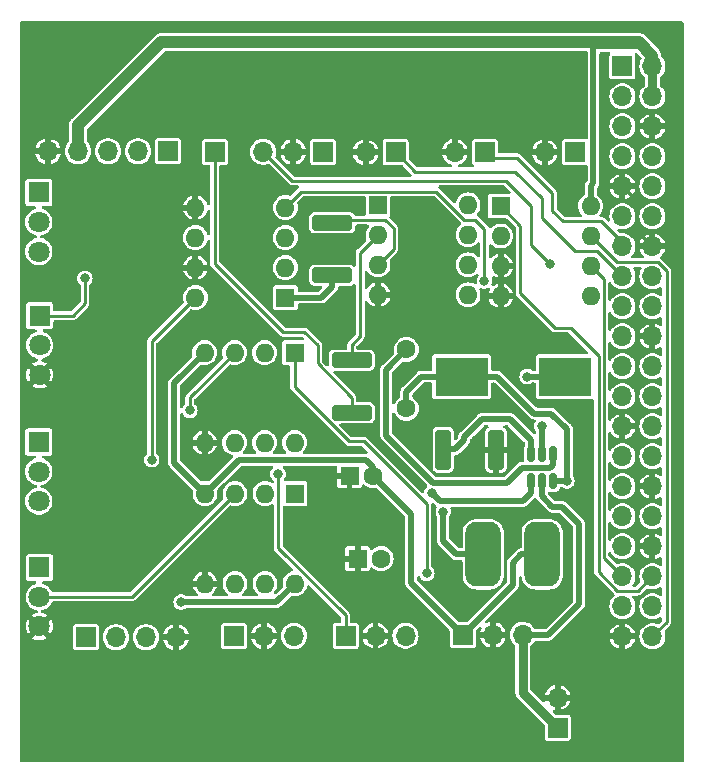
<source format=gbr>
%TF.GenerationSoftware,KiCad,Pcbnew,7.0.10*%
%TF.CreationDate,2024-01-28T16:57:24+01:00*%
%TF.ProjectId,pcb,7063622e-6b69-4636-9164-5f7063625858,rev?*%
%TF.SameCoordinates,Original*%
%TF.FileFunction,Copper,L1,Top*%
%TF.FilePolarity,Positive*%
%FSLAX46Y46*%
G04 Gerber Fmt 4.6, Leading zero omitted, Abs format (unit mm)*
G04 Created by KiCad (PCBNEW 7.0.10) date 2024-01-28 16:57:24*
%MOMM*%
%LPD*%
G01*
G04 APERTURE LIST*
G04 Aperture macros list*
%AMRoundRect*
0 Rectangle with rounded corners*
0 $1 Rounding radius*
0 $2 $3 $4 $5 $6 $7 $8 $9 X,Y pos of 4 corners*
0 Add a 4 corners polygon primitive as box body*
4,1,4,$2,$3,$4,$5,$6,$7,$8,$9,$2,$3,0*
0 Add four circle primitives for the rounded corners*
1,1,$1+$1,$2,$3*
1,1,$1+$1,$4,$5*
1,1,$1+$1,$6,$7*
1,1,$1+$1,$8,$9*
0 Add four rect primitives between the rounded corners*
20,1,$1+$1,$2,$3,$4,$5,0*
20,1,$1+$1,$4,$5,$6,$7,0*
20,1,$1+$1,$6,$7,$8,$9,0*
20,1,$1+$1,$8,$9,$2,$3,0*%
G04 Aperture macros list end*
%TA.AperFunction,ComponentPad*%
%ADD10C,1.600000*%
%TD*%
%TA.AperFunction,SMDPad,CuDef*%
%ADD11RoundRect,0.250000X0.400000X1.450000X-0.400000X1.450000X-0.400000X-1.450000X0.400000X-1.450000X0*%
%TD*%
%TA.AperFunction,SMDPad,CuDef*%
%ADD12RoundRect,0.250000X1.450000X-0.400000X1.450000X0.400000X-1.450000X0.400000X-1.450000X-0.400000X0*%
%TD*%
%TA.AperFunction,ComponentPad*%
%ADD13R,1.600000X1.600000*%
%TD*%
%TA.AperFunction,ComponentPad*%
%ADD14O,1.600000X1.600000*%
%TD*%
%TA.AperFunction,SMDPad,CuDef*%
%ADD15RoundRect,0.150000X-0.150000X0.512500X-0.150000X-0.512500X0.150000X-0.512500X0.150000X0.512500X0*%
%TD*%
%TA.AperFunction,ComponentPad*%
%ADD16R,1.800000X1.800000*%
%TD*%
%TA.AperFunction,ComponentPad*%
%ADD17C,1.800000*%
%TD*%
%TA.AperFunction,SMDPad,CuDef*%
%ADD18RoundRect,0.999000X-0.501000X-1.751000X0.501000X-1.751000X0.501000X1.751000X-0.501000X1.751000X0*%
%TD*%
%TA.AperFunction,SMDPad,CuDef*%
%ADD19R,4.500000X3.300000*%
%TD*%
%TA.AperFunction,ComponentPad*%
%ADD20R,1.700000X1.700000*%
%TD*%
%TA.AperFunction,ComponentPad*%
%ADD21O,1.700000X1.700000*%
%TD*%
%TA.AperFunction,ViaPad*%
%ADD22C,0.800000*%
%TD*%
%TA.AperFunction,Conductor*%
%ADD23C,0.500000*%
%TD*%
%TA.AperFunction,Conductor*%
%ADD24C,0.750000*%
%TD*%
%TA.AperFunction,Conductor*%
%ADD25C,0.350000*%
%TD*%
%TA.AperFunction,Conductor*%
%ADD26C,0.250000*%
%TD*%
%TA.AperFunction,Conductor*%
%ADD27C,1.000000*%
%TD*%
G04 APERTURE END LIST*
D10*
%TO.P,C1,1*%
%TO.N,Net-(C1-Pad1)*%
X258572000Y-54366800D03*
%TO.P,C1,2*%
%TO.N,Net-(C1-Pad2)*%
X258572000Y-49366800D03*
%TD*%
D11*
%TO.P,R13,1*%
%TO.N,GND*%
X266156400Y-57861200D03*
%TO.P,R13,2*%
%TO.N,Net-(R13-Pad2)*%
X261706400Y-57861200D03*
%TD*%
D12*
%TO.P,R3,1*%
%TO.N,+5V*%
X252298200Y-43093600D03*
%TO.P,R3,2*%
%TO.N,Net-(R3-Pad2)*%
X252298200Y-38643600D03*
%TD*%
D13*
%TO.P,U3,1*%
%TO.N,Net-(R5-Pad2)*%
X249103200Y-49641600D03*
D14*
%TO.P,U3,2,-*%
%TO.N,Net-(R1-Pad1)*%
X246563200Y-49641600D03*
%TO.P,U3,3,+*%
%TO.N,Net-(U3-Pad3)*%
X244023200Y-49641600D03*
%TO.P,U3,4,V-*%
%TO.N,-15V*%
X241483200Y-49641600D03*
%TO.P,U3,5,+*%
%TO.N,GND*%
X241483200Y-57261600D03*
%TO.P,U3,6,-*%
%TO.N,Net-(R5-Pad1)*%
X244023200Y-57261600D03*
%TO.P,U3,7*%
%TO.N,Net-(R6-Pad1)*%
X246563200Y-57261600D03*
%TO.P,U3,8,V+*%
%TO.N,+15V*%
X249103200Y-57261600D03*
%TD*%
D13*
%TO.P,C2,1*%
%TO.N,GND*%
X254441888Y-67081400D03*
D10*
%TO.P,C2,2*%
%TO.N,Net-(C2-Pad2)*%
X256441888Y-67081400D03*
%TD*%
D15*
%TO.P,U6,1,BST*%
%TO.N,Net-(C1-Pad2)*%
X271000000Y-58222300D03*
%TO.P,U6,2,GND*%
%TO.N,Net-(C2-Pad2)*%
X270050000Y-58222300D03*
%TO.P,U6,3,FB*%
%TO.N,Net-(R13-Pad2)*%
X269100000Y-58222300D03*
%TO.P,U6,4,EN*%
%TO.N,Net-(R15-Pad1)*%
X269100000Y-60497300D03*
%TO.P,U6,5,VIN*%
%TO.N,+15V*%
X270050000Y-60497300D03*
%TO.P,U6,6,LX*%
%TO.N,Net-(C1-Pad1)*%
X271000000Y-60497300D03*
%TD*%
D16*
%TO.P,Xgain1,1,1*%
%TO.N,Net-(R7-Pad1)*%
X227450400Y-57206200D03*
D17*
%TO.P,Xgain1,2,2*%
%TO.N,Net-(R11-Pad2)*%
X227450400Y-59706200D03*
%TO.P,Xgain1,3,3*%
%TO.N,unconnected-(Xgain1-Pad3)*%
X227450400Y-62206200D03*
%TD*%
D13*
%TO.P,U5,1,CS*%
%TO.N,Net-(J1-Pad36)*%
X266547600Y-37221000D03*
D14*
%TO.P,U5,2,Vin+*%
%TO.N,Net-(R10-Pad2)*%
X266547600Y-39761000D03*
%TO.P,U5,3,Vin-*%
%TO.N,GND*%
X266547600Y-42301000D03*
%TO.P,U5,4,GND*%
X266547600Y-44841000D03*
%TO.P,U5,5,Vref*%
%TO.N,+5V*%
X274167600Y-44841000D03*
%TO.P,U5,6,DOUT*%
%TO.N,Net-(J1-Pad35)*%
X274167600Y-42301000D03*
%TO.P,U5,7,CLK*%
%TO.N,Net-(J1-Pad40)*%
X274167600Y-39761000D03*
%TO.P,U5,8,VCC*%
%TO.N,+5V*%
X274167600Y-37221000D03*
%TD*%
D16*
%TO.P,Ygain1,1,1*%
%TO.N,Net-(R1-Pad1)*%
X227450400Y-36078000D03*
D17*
%TO.P,Ygain1,2,2*%
%TO.N,Net-(R5-Pad2)*%
X227450400Y-38578000D03*
%TO.P,Ygain1,3,3*%
%TO.N,unconnected-(Ygain1-Pad3)*%
X227450400Y-41078000D03*
%TD*%
D13*
%TO.P,C3,1*%
%TO.N,GND*%
X253756088Y-60071000D03*
D10*
%TO.P,C3,2*%
%TO.N,-15V*%
X255756088Y-60071000D03*
%TD*%
D18*
%TO.P,L2,1,1*%
%TO.N,Net-(C2-Pad2)*%
X265078200Y-66700400D03*
%TO.P,L2,2,2*%
%TO.N,-15V*%
X270078200Y-66700400D03*
%TD*%
D16*
%TO.P,Yoffset1,1,1*%
%TO.N,Net-(R4-Pad2)*%
X227525800Y-46512800D03*
D17*
%TO.P,Yoffset1,2,2*%
%TO.N,Net-(U3-Pad3)*%
X227525800Y-49012800D03*
%TO.P,Yoffset1,3,3*%
%TO.N,GND*%
X227525800Y-51512800D03*
%TD*%
D13*
%TO.P,U4,1*%
%TO.N,Net-(R10-Pad2)*%
X256169000Y-37119400D03*
D14*
%TO.P,U4,2,-*%
%TO.N,Net-(R10-Pad1)*%
X256169000Y-39659400D03*
%TO.P,U4,3,+*%
%TO.N,Net-(R3-Pad2)*%
X256169000Y-42199400D03*
%TO.P,U4,4,V-*%
%TO.N,GND*%
X256169000Y-44739400D03*
%TO.P,U4,5,+*%
%TO.N,unconnected-(U4-Pad5)*%
X263789000Y-44739400D03*
%TO.P,U4,6,-*%
%TO.N,unconnected-(U4-Pad6)*%
X263789000Y-42199400D03*
%TO.P,U4,7*%
%TO.N,unconnected-(U4-Pad7)*%
X263789000Y-39659400D03*
%TO.P,U4,8,V+*%
%TO.N,+5V*%
X263789000Y-37119400D03*
%TD*%
D16*
%TO.P,Xoffset1,1,1*%
%TO.N,Net-(R9-Pad2)*%
X227496600Y-67816400D03*
D17*
%TO.P,Xoffset1,2,2*%
%TO.N,Net-(U2-Pad3)*%
X227496600Y-70316400D03*
%TO.P,Xoffset1,3,3*%
%TO.N,GND*%
X227496600Y-72816400D03*
%TD*%
D13*
%TO.P,U1,1,Vdd*%
%TO.N,+5V*%
X248325800Y-44973400D03*
D14*
%TO.P,U1,2,~{CS}*%
%TO.N,Net-(J1-Pad26)*%
X248325800Y-42433400D03*
%TO.P,U1,3,SCK*%
%TO.N,Net-(J1-Pad23)*%
X248325800Y-39893400D03*
%TO.P,U1,4,SDI*%
%TO.N,Net-(J1-Pad19)*%
X248325800Y-37353400D03*
%TO.P,U1,5,~{LDAC}*%
%TO.N,GND*%
X240705800Y-37353400D03*
%TO.P,U1,6,VB*%
%TO.N,Net-(R1-Pad2)*%
X240705800Y-39893400D03*
%TO.P,U1,7,Vss*%
%TO.N,GND*%
X240705800Y-42433400D03*
%TO.P,U1,8,VA*%
%TO.N,Net-(R7-Pad2)*%
X240705800Y-44973400D03*
%TD*%
D12*
%TO.P,R2,1*%
%TO.N,Net-(R2-Pad1)*%
X253949200Y-54726800D03*
%TO.P,R2,2*%
%TO.N,Net-(R10-Pad1)*%
X253949200Y-50276800D03*
%TD*%
D13*
%TO.P,U2,1*%
%TO.N,Net-(R11-Pad2)*%
X249138600Y-61569600D03*
D14*
%TO.P,U2,2,-*%
%TO.N,Net-(R7-Pad1)*%
X246598600Y-61569600D03*
%TO.P,U2,3,+*%
%TO.N,Net-(U2-Pad3)*%
X244058600Y-61569600D03*
%TO.P,U2,4,V-*%
%TO.N,-15V*%
X241518600Y-61569600D03*
%TO.P,U2,5,+*%
%TO.N,GND*%
X241518600Y-69189600D03*
%TO.P,U2,6,-*%
%TO.N,Net-(R11-Pad1)*%
X244058600Y-69189600D03*
%TO.P,U2,7*%
%TO.N,Net-(R12-Pad1)*%
X246598600Y-69189600D03*
%TO.P,U2,8,V+*%
%TO.N,+15V*%
X249138600Y-69189600D03*
%TD*%
D19*
%TO.P,D1,1,K*%
%TO.N,Net-(C1-Pad1)*%
X263239800Y-51663600D03*
%TO.P,D1,2,A*%
%TO.N,Net-(C2-Pad2)*%
X272039800Y-51663600D03*
%TD*%
D20*
%TO.P,laser_B1,1,Pin_1*%
%TO.N,Net-(J1-Pad11)*%
X272826400Y-32670600D03*
D21*
%TO.P,laser_B1,2,Pin_2*%
%TO.N,GND*%
X270286400Y-32670600D03*
%TD*%
D20*
%TO.P,+15supply1,1,Pin_1*%
%TO.N,+15V*%
X271373600Y-81381600D03*
D21*
%TO.P,+15supply1,2,Pin_2*%
%TO.N,GND*%
X271373600Y-78841600D03*
%TD*%
D20*
%TO.P,bat_probe1,1,Pin_1*%
%TO.N,Net-(R2-Pad1)*%
X242341400Y-32639000D03*
%TD*%
%TO.P,J1,1,3V3*%
%TO.N,unconnected-(J1-Pad1)*%
X276860000Y-25400000D03*
D21*
%TO.P,J1,2,5V*%
%TO.N,+5V*%
X279400000Y-25400000D03*
%TO.P,J1,3,SDA/GPIO2*%
%TO.N,Net-(J1-Pad3)*%
X276860000Y-27940000D03*
%TO.P,J1,4,5V*%
%TO.N,+5V*%
X279400000Y-27940000D03*
%TO.P,J1,5,SCL/GPIO3*%
%TO.N,Net-(J1-Pad5)*%
X276860000Y-30480000D03*
%TO.P,J1,6,GND*%
%TO.N,GND*%
X279400000Y-30480000D03*
%TO.P,J1,7,GCLK0/GPIO4*%
%TO.N,unconnected-(J1-Pad7)*%
X276860000Y-33020000D03*
%TO.P,J1,8,GPIO14/TXD*%
%TO.N,unconnected-(J1-Pad8)*%
X279400000Y-33020000D03*
%TO.P,J1,9,GND*%
%TO.N,GND*%
X276860000Y-35560000D03*
%TO.P,J1,10,GPIO15/RXD*%
%TO.N,unconnected-(J1-Pad10)*%
X279400000Y-35560000D03*
%TO.P,J1,11,GPIO17*%
%TO.N,Net-(J1-Pad11)*%
X276860000Y-38100000D03*
%TO.P,J1,12,GPIO18/PWM0*%
%TO.N,Net-(J1-Pad12)*%
X279400000Y-38100000D03*
%TO.P,J1,13,GPIO27*%
%TO.N,Net-(J1-Pad13)*%
X276860000Y-40640000D03*
%TO.P,J1,14,GND*%
%TO.N,GND*%
X279400000Y-40640000D03*
%TO.P,J1,15,GPIO22*%
%TO.N,Net-(J1-Pad15)*%
X276860000Y-43180000D03*
%TO.P,J1,16,GPIO23*%
%TO.N,Net-(J1-Pad16)*%
X279400000Y-43180000D03*
%TO.P,J1,17,3V3*%
%TO.N,unconnected-(J1-Pad17)*%
X276860000Y-45720000D03*
%TO.P,J1,18,GPIO24*%
%TO.N,unconnected-(J1-Pad18)*%
X279400000Y-45720000D03*
%TO.P,J1,19,MOSI0/GPIO10*%
%TO.N,Net-(J1-Pad19)*%
X276860000Y-48260000D03*
%TO.P,J1,20,GND*%
%TO.N,GND*%
X279400000Y-48260000D03*
%TO.P,J1,21,MISO0/GPIO9*%
%TO.N,unconnected-(J1-Pad21)*%
X276860000Y-50800000D03*
%TO.P,J1,22,GPIO25*%
%TO.N,unconnected-(J1-Pad22)*%
X279400000Y-50800000D03*
%TO.P,J1,23,SCLK0/GPIO11*%
%TO.N,Net-(J1-Pad23)*%
X276860000Y-53340000D03*
%TO.P,J1,24,~{CE0}/GPIO8*%
%TO.N,unconnected-(J1-Pad24)*%
X279400000Y-53340000D03*
%TO.P,J1,25,GND*%
%TO.N,GND*%
X276860000Y-55880000D03*
%TO.P,J1,26,~{CE1}/GPIO7*%
%TO.N,Net-(J1-Pad26)*%
X279400000Y-55880000D03*
%TO.P,J1,27,ID_SD/GPIO0*%
%TO.N,unconnected-(J1-Pad27)*%
X276860000Y-58420000D03*
%TO.P,J1,28,ID_SC/GPIO1*%
%TO.N,unconnected-(J1-Pad28)*%
X279400000Y-58420000D03*
%TO.P,J1,29,GCLK1/GPIO5*%
%TO.N,Net-(J1-Pad29)*%
X276860000Y-60960000D03*
%TO.P,J1,30,GND*%
%TO.N,GND*%
X279400000Y-60960000D03*
%TO.P,J1,31,GCLK2/GPIO6*%
%TO.N,Net-(J1-Pad31)*%
X276860000Y-63500000D03*
%TO.P,J1,32,PWM0/GPIO12*%
%TO.N,unconnected-(J1-Pad32)*%
X279400000Y-63500000D03*
%TO.P,J1,33,PWM1/GPIO13*%
%TO.N,Net-(J1-Pad33)*%
X276860000Y-66040000D03*
%TO.P,J1,34,GND*%
%TO.N,GND*%
X279400000Y-66040000D03*
%TO.P,J1,35,GPIO19/MISO1*%
%TO.N,Net-(J1-Pad35)*%
X276860000Y-68580000D03*
%TO.P,J1,36,GPIO16*%
%TO.N,Net-(J1-Pad36)*%
X279400000Y-68580000D03*
%TO.P,J1,37,GPIO26*%
%TO.N,unconnected-(J1-Pad37)*%
X276860000Y-71120000D03*
%TO.P,J1,38,GPIO20/MOSI1*%
%TO.N,unconnected-(J1-Pad38)*%
X279400000Y-71120000D03*
%TO.P,J1,39,GND*%
%TO.N,GND*%
X276860000Y-73660000D03*
%TO.P,J1,40,GPIO21/SCLK1*%
%TO.N,Net-(J1-Pad40)*%
X279400000Y-73660000D03*
%TD*%
D20*
%TO.P,laser_G1,1,Pin_1*%
%TO.N,Net-(J1-Pad13)*%
X265206400Y-32645200D03*
D21*
%TO.P,laser_G1,2,Pin_2*%
%TO.N,GND*%
X262666400Y-32645200D03*
%TD*%
D20*
%TO.P,encoder1,1,Pin_1*%
%TO.N,Net-(J1-Pad33)*%
X231450800Y-73726600D03*
D21*
%TO.P,encoder1,2,Pin_2*%
%TO.N,Net-(J1-Pad31)*%
X233990800Y-73726600D03*
%TO.P,encoder1,3,Pin_3*%
%TO.N,Net-(J1-Pad29)*%
X236530800Y-73726600D03*
%TO.P,encoder1,4,Pin_4*%
%TO.N,GND*%
X239070800Y-73726600D03*
%TD*%
D20*
%TO.P,galPWR1,1,Pin_1*%
%TO.N,-15V*%
X263347200Y-73533000D03*
D21*
%TO.P,galPWR1,2,Pin_2*%
%TO.N,GND*%
X265887200Y-73533000D03*
%TO.P,galPWR1,3,Pin_3*%
%TO.N,+15V*%
X268427200Y-73533000D03*
%TD*%
D20*
%TO.P,pwrSW1,1,Pin_1*%
%TO.N,+5V*%
X251536200Y-32639000D03*
D21*
%TO.P,pwrSW1,2,Pin_2*%
%TO.N,GND*%
X248996200Y-32639000D03*
%TO.P,pwrSW1,3,Pin_3*%
%TO.N,Net-(J1-Pad16)*%
X246456200Y-32639000D03*
%TD*%
D20*
%TO.P,laser_R1,1,Pin_1*%
%TO.N,Net-(J1-Pad15)*%
X257662600Y-32670600D03*
D21*
%TO.P,laser_R1,2,Pin_2*%
%TO.N,GND*%
X255122600Y-32670600D03*
%TD*%
D20*
%TO.P,galX1,1,Pin_1*%
%TO.N,Net-(R12-Pad1)*%
X243982000Y-73628400D03*
D21*
%TO.P,galX1,2,Pin_2*%
%TO.N,GND*%
X246522000Y-73628400D03*
%TO.P,galX1,3,Pin_3*%
%TO.N,Net-(R11-Pad2)*%
X249062000Y-73628400D03*
%TD*%
D20*
%TO.P,galY1,1,Pin_1*%
%TO.N,Net-(R6-Pad1)*%
X253415800Y-73609200D03*
D21*
%TO.P,galY1,2,Pin_2*%
%TO.N,GND*%
X255955800Y-73609200D03*
%TO.P,galY1,3,Pin_3*%
%TO.N,Net-(R5-Pad2)*%
X258495800Y-73609200D03*
%TD*%
D20*
%TO.P,LCD1,1,Pin_1*%
%TO.N,Net-(J1-Pad12)*%
X238379000Y-32588200D03*
D21*
%TO.P,LCD1,2,Pin_2*%
%TO.N,Net-(J1-Pad5)*%
X235839000Y-32588200D03*
%TO.P,LCD1,3,Pin_3*%
%TO.N,Net-(J1-Pad3)*%
X233299000Y-32588200D03*
%TO.P,LCD1,4,Pin_4*%
%TO.N,+5V*%
X230759000Y-32588200D03*
%TO.P,LCD1,5,Pin_5*%
%TO.N,GND*%
X228219000Y-32588200D03*
%TD*%
D22*
%TO.N,+15V*%
X239500000Y-70764400D03*
%TO.N,GND*%
X264500000Y-57000000D03*
X259461000Y-37185600D03*
X260700000Y-43000000D03*
X245897400Y-37338000D03*
X272211800Y-37236400D03*
X258900000Y-43000000D03*
X261670800Y-48666400D03*
X260781800Y-47802800D03*
X264500000Y-59000000D03*
%TO.N,Net-(J1-Pad19)*%
X265176000Y-43561000D03*
%TO.N,Net-(R7-Pad2)*%
X237007400Y-58699400D03*
%TO.N,Net-(R6-Pad1)*%
X247700800Y-59893200D03*
%TO.N,Net-(R5-Pad2)*%
X260299200Y-68326000D03*
%TO.N,Net-(R4-Pad2)*%
X231357800Y-43357800D03*
%TO.N,Net-(U3-Pad3)*%
X240233200Y-54533800D03*
%TO.N,Net-(C1-Pad1)*%
X272150000Y-60500000D03*
%TO.N,Net-(C2-Pad2)*%
X268800000Y-51663600D03*
X261696200Y-63093600D03*
X270052800Y-55850000D03*
%TO.N,Net-(J1-Pad16)*%
X270713200Y-42113200D03*
%TO.N,Net-(R13-Pad2)*%
X261670800Y-57835800D03*
%TO.N,Net-(R15-Pad1)*%
X260707254Y-61504700D03*
%TD*%
D23*
%TO.N,+15V*%
X239500000Y-70764400D02*
X247563800Y-70764400D01*
X270050000Y-61800000D02*
X270050000Y-60497300D01*
D24*
X271373600Y-81381600D02*
X268427200Y-78435200D01*
X268427200Y-78435200D02*
X268427200Y-73533000D01*
D23*
X271754600Y-62687200D02*
X270937200Y-62687200D01*
X273200000Y-64132600D02*
X271754600Y-62687200D01*
X270567000Y-73533000D02*
X273200000Y-70900000D01*
X270937200Y-62687200D02*
X270050000Y-61800000D01*
X247563800Y-70764400D02*
X249138600Y-69189600D01*
X273200000Y-70900000D02*
X273200000Y-64132600D01*
X268427200Y-73533000D02*
X270567000Y-73533000D01*
D25*
%TO.N,GND*%
X276860000Y-35560000D02*
X278130000Y-36830000D01*
X278130000Y-36830000D02*
X278130000Y-39370000D01*
X278130000Y-39370000D02*
X279400000Y-40640000D01*
D26*
%TO.N,Net-(J1-Pad36)*%
X276443590Y-69824600D02*
X278155400Y-69824600D01*
X272474022Y-47548800D02*
X274842600Y-49917378D01*
X268224000Y-38897400D02*
X268224000Y-44602400D01*
X271170400Y-47548800D02*
X272474022Y-47548800D01*
X274842600Y-68223610D02*
X276443590Y-69824600D01*
X268224000Y-44602400D02*
X271170400Y-47548800D01*
X266547600Y-37221000D02*
X268224000Y-38897400D01*
X278155400Y-69824600D02*
X279400000Y-68580000D01*
X274842600Y-49917378D02*
X274842600Y-68223610D01*
%TO.N,Net-(J1-Pad15)*%
X270027400Y-38227000D02*
X270027400Y-36550600D01*
X274726400Y-41046400D02*
X272846800Y-41046400D01*
X272846800Y-41046400D02*
X270027400Y-38227000D01*
X270027400Y-36550600D02*
X267792200Y-34315400D01*
X259307400Y-34315400D02*
X257662600Y-32670600D01*
X267792200Y-34315400D02*
X259307400Y-34315400D01*
X276860000Y-43180000D02*
X274726400Y-41046400D01*
%TO.N,Net-(J1-Pad19)*%
X264414000Y-38379400D02*
X265176000Y-39141400D01*
X249684311Y-35994889D02*
X261074189Y-35994889D01*
X261074189Y-35994889D02*
X263458700Y-38379400D01*
X263458700Y-38379400D02*
X264414000Y-38379400D01*
X248325800Y-37353400D02*
X249684311Y-35994889D01*
X265176000Y-39141400D02*
X265176000Y-43561000D01*
%TO.N,Net-(J1-Pad13)*%
X276860000Y-40640000D02*
X276860000Y-40309800D01*
X270916400Y-36118800D02*
X267944600Y-33147000D01*
X265708200Y-33147000D02*
X265206400Y-32645200D01*
X276860000Y-40309800D02*
X275056600Y-38506400D01*
X271805400Y-38506400D02*
X270916400Y-37617400D01*
X267944600Y-33147000D02*
X265708200Y-33147000D01*
X275056600Y-38506400D02*
X271805400Y-38506400D01*
X270916400Y-37617400D02*
X270916400Y-36118800D01*
%TO.N,Net-(J1-Pad35)*%
X275292111Y-67012111D02*
X276860000Y-68580000D01*
X275292111Y-43425511D02*
X275292111Y-67012111D01*
X274167600Y-42301000D02*
X275292111Y-43425511D01*
%TO.N,Net-(J1-Pad40)*%
X274167600Y-39761000D02*
X276412089Y-42005489D01*
X280593800Y-42712790D02*
X280593800Y-72466200D01*
X279886499Y-42005489D02*
X280593800Y-42712790D01*
X280593800Y-72466200D02*
X279400000Y-73660000D01*
X276412089Y-42005489D02*
X279886499Y-42005489D01*
%TO.N,Net-(R7-Pad2)*%
X240705800Y-44973400D02*
X237007400Y-48671800D01*
X237007400Y-48671800D02*
X237007400Y-58699400D01*
D23*
%TO.N,-15V*%
X268299600Y-66700400D02*
X267590100Y-67409900D01*
X255756088Y-59312170D02*
X255756088Y-60071000D01*
X238912400Y-58963400D02*
X241518600Y-61569600D01*
X258978400Y-63293312D02*
X258978400Y-69164200D01*
X244388800Y-58699400D02*
X255143318Y-58699400D01*
X255756088Y-60071000D02*
X258978400Y-63293312D01*
X270078200Y-66700400D02*
X268299600Y-66700400D01*
X255143318Y-58699400D02*
X255756088Y-59312170D01*
X267590100Y-69290100D02*
X263347200Y-73533000D01*
X241518600Y-61569600D02*
X244388800Y-58699400D01*
X258978400Y-69164200D02*
X263347200Y-73533000D01*
X267590100Y-67409900D02*
X267590100Y-69290100D01*
X241483200Y-49641600D02*
X238912400Y-52212400D01*
X238912400Y-52212400D02*
X238912400Y-58963400D01*
%TO.N,+5V*%
X274167600Y-37221000D02*
X274167600Y-35538600D01*
X274406200Y-23698200D02*
X278612600Y-23698200D01*
D27*
X230759000Y-32588200D02*
X230759000Y-30403800D01*
D23*
X251374550Y-44973400D02*
X252298200Y-44049750D01*
X274406200Y-35300000D02*
X274406200Y-23698200D01*
D24*
X279400000Y-27940000D02*
X279400000Y-25400000D01*
D23*
X274167600Y-35538600D02*
X274406200Y-35300000D01*
D27*
X230759000Y-30403800D02*
X237820200Y-23342600D01*
X278257000Y-23342600D02*
X279400000Y-24485600D01*
X279400000Y-24485600D02*
X279400000Y-25400000D01*
D23*
X278612600Y-23698200D02*
X279400000Y-24485600D01*
X248325800Y-44973400D02*
X251374550Y-44973400D01*
X252298200Y-44049750D02*
X252298200Y-43093600D01*
D27*
X237820200Y-23342600D02*
X278257000Y-23342600D01*
D26*
%TO.N,Net-(R6-Pad1)*%
X253415800Y-71876500D02*
X247726200Y-66186900D01*
X253415800Y-73609200D02*
X253415800Y-71876500D01*
X247726200Y-66186900D02*
X247726200Y-59918600D01*
X247726200Y-59918600D02*
X247700800Y-59893200D01*
%TO.N,Net-(R5-Pad2)*%
X249103200Y-49641600D02*
X249103200Y-52543293D01*
X260299200Y-62484000D02*
X260299200Y-68326000D01*
X253684507Y-57124600D02*
X254939800Y-57124600D01*
X254939800Y-57124600D02*
X260299200Y-62484000D01*
X249103200Y-52543293D02*
X253684507Y-57124600D01*
%TO.N,Net-(R4-Pad2)*%
X231357800Y-45476800D02*
X230321800Y-46512800D01*
X231357800Y-43357800D02*
X231357800Y-45476800D01*
X230321800Y-46512800D02*
X227525800Y-46512800D01*
%TO.N,Net-(U2-Pad3)*%
X235311800Y-70316400D02*
X244058600Y-61569600D01*
X227496600Y-70316400D02*
X235311800Y-70316400D01*
%TO.N,Net-(U3-Pad3)*%
X240233200Y-53431600D02*
X240233200Y-54533800D01*
X244023200Y-49641600D02*
X240233200Y-53431600D01*
%TO.N,Net-(R10-Pad1)*%
X254660400Y-48239600D02*
X254660400Y-41168000D01*
X253949200Y-48950800D02*
X254660400Y-48239600D01*
X254660400Y-41168000D02*
X256169000Y-39659400D01*
X253949200Y-50276800D02*
X253949200Y-48950800D01*
%TO.N,Net-(R3-Pad2)*%
X257479800Y-39116000D02*
X256768600Y-38404800D01*
X256768600Y-38404800D02*
X252537000Y-38404800D01*
X256169000Y-42199400D02*
X257479800Y-40888600D01*
X252537000Y-38404800D02*
X252298200Y-38643600D01*
X257479800Y-40888600D02*
X257479800Y-39116000D01*
D23*
%TO.N,Net-(C1-Pad2)*%
X270765200Y-59384800D02*
X271000000Y-59150000D01*
X267055600Y-60655200D02*
X268326000Y-59384800D01*
X260858000Y-60655200D02*
X267055600Y-60655200D01*
X268326000Y-59384800D02*
X270765200Y-59384800D01*
X256870200Y-51068600D02*
X256870200Y-56667400D01*
X256870200Y-56667400D02*
X260858000Y-60655200D01*
X258572000Y-49366800D02*
X256870200Y-51068600D01*
X271000000Y-59150000D02*
X271000000Y-58222300D01*
%TO.N,Net-(C1-Pad1)*%
X266263600Y-51663600D02*
X263239800Y-51663600D01*
X270850000Y-54800000D02*
X269400000Y-54800000D01*
X258572000Y-52928000D02*
X259836400Y-51663600D01*
X272150000Y-60500000D02*
X272150000Y-56100000D01*
X269400000Y-54800000D02*
X266263600Y-51663600D01*
X258572000Y-54366800D02*
X258572000Y-52928000D01*
X271002700Y-60500000D02*
X271000000Y-60497300D01*
X272150000Y-60500000D02*
X271002700Y-60500000D01*
X259836400Y-51663600D02*
X263239800Y-51663600D01*
X272150000Y-56100000D02*
X270850000Y-54800000D01*
D26*
%TO.N,Net-(R2-Pad1)*%
X251050000Y-50550000D02*
X251050000Y-49018400D01*
X242341400Y-42113200D02*
X242341400Y-32639000D01*
X249936000Y-47904400D02*
X248132600Y-47904400D01*
X251050000Y-49018400D02*
X249936000Y-47904400D01*
X253949200Y-54726800D02*
X253949200Y-53449200D01*
X253949200Y-53449200D02*
X251050000Y-50550000D01*
X248132600Y-47904400D02*
X242341400Y-42113200D01*
D23*
%TO.N,Net-(C2-Pad2)*%
X270052800Y-55850000D02*
X270052800Y-58219500D01*
X262800400Y-66700400D02*
X261696200Y-65596200D01*
X261696200Y-65596200D02*
X261696200Y-63093600D01*
X265078200Y-66700400D02*
X262800400Y-66700400D01*
X270052800Y-58219500D02*
X270050000Y-58222300D01*
X268800000Y-51663600D02*
X272039800Y-51663600D01*
D26*
%TO.N,Net-(J1-Pad16)*%
X269113000Y-40513000D02*
X269113000Y-37185600D01*
X267030200Y-35102800D02*
X248920000Y-35102800D01*
X270713200Y-42113200D02*
X269113000Y-40513000D01*
X269113000Y-37185600D02*
X267030200Y-35102800D01*
X248920000Y-35102800D02*
X246456200Y-32639000D01*
D23*
%TO.N,Net-(R13-Pad2)*%
X267370400Y-55270400D02*
X269100000Y-57000000D01*
X264939118Y-55270400D02*
X263462400Y-56747118D01*
X269100000Y-57000000D02*
X269100000Y-58222300D01*
X266450000Y-55270400D02*
X264939118Y-55270400D01*
X262664200Y-57835800D02*
X261670800Y-57835800D01*
X263462400Y-56747118D02*
X263462400Y-57037600D01*
X263462400Y-57037600D02*
X262664200Y-57835800D01*
X266450000Y-55270400D02*
X267370400Y-55270400D01*
%TO.N,Net-(R15-Pad1)*%
X261402554Y-62200000D02*
X268450000Y-62200000D01*
X269100000Y-61550000D02*
X269100000Y-60497300D01*
X268450000Y-62200000D02*
X269100000Y-61550000D01*
X260707254Y-61504700D02*
X261402554Y-62200000D01*
%TD*%
%TA.AperFunction,Conductor*%
%TO.N,GND*%
G36*
X278442355Y-42400674D02*
G01*
X278488110Y-42453478D01*
X278498054Y-42522636D01*
X278474269Y-42579717D01*
X278460327Y-42598177D01*
X278369422Y-42780739D01*
X278369417Y-42780752D01*
X278313602Y-42976917D01*
X278294785Y-43179999D01*
X278294785Y-43180000D01*
X278313602Y-43383082D01*
X278369417Y-43579247D01*
X278369422Y-43579260D01*
X278460327Y-43761821D01*
X278583237Y-43924581D01*
X278733958Y-44061980D01*
X278733960Y-44061982D01*
X278795819Y-44100283D01*
X278907363Y-44169348D01*
X279097544Y-44243024D01*
X279298024Y-44280500D01*
X279298026Y-44280500D01*
X279501974Y-44280500D01*
X279501976Y-44280500D01*
X279702456Y-44243024D01*
X279892637Y-44169348D01*
X280029025Y-44084900D01*
X280096383Y-44066345D01*
X280163082Y-44087153D01*
X280207944Y-44140718D01*
X280218300Y-44190328D01*
X280218300Y-44709671D01*
X280198615Y-44776710D01*
X280145811Y-44822465D01*
X280076653Y-44832409D01*
X280029023Y-44815098D01*
X279892642Y-44730655D01*
X279892635Y-44730651D01*
X279797546Y-44693814D01*
X279702456Y-44656976D01*
X279501976Y-44619500D01*
X279298024Y-44619500D01*
X279097544Y-44656976D01*
X279097541Y-44656976D01*
X279097541Y-44656977D01*
X278907364Y-44730651D01*
X278907357Y-44730655D01*
X278733960Y-44838017D01*
X278733958Y-44838019D01*
X278583237Y-44975418D01*
X278460327Y-45138178D01*
X278369422Y-45320739D01*
X278369417Y-45320752D01*
X278313602Y-45516917D01*
X278294785Y-45719999D01*
X278294785Y-45720000D01*
X278313602Y-45923082D01*
X278369417Y-46119247D01*
X278369422Y-46119260D01*
X278460327Y-46301821D01*
X278583237Y-46464581D01*
X278733958Y-46601980D01*
X278733960Y-46601982D01*
X278741007Y-46606345D01*
X278907363Y-46709348D01*
X279097544Y-46783024D01*
X279298024Y-46820500D01*
X279298026Y-46820500D01*
X279501974Y-46820500D01*
X279501976Y-46820500D01*
X279702456Y-46783024D01*
X279892637Y-46709348D01*
X280029025Y-46624900D01*
X280096383Y-46606345D01*
X280163082Y-46627153D01*
X280207944Y-46680718D01*
X280218300Y-46730328D01*
X280218300Y-47250259D01*
X280198615Y-47317298D01*
X280145811Y-47363053D01*
X280076653Y-47372997D01*
X280029022Y-47355686D01*
X279892413Y-47271101D01*
X279702315Y-47197458D01*
X279702309Y-47197456D01*
X279650001Y-47187677D01*
X279650000Y-47187679D01*
X279650000Y-47824498D01*
X279542315Y-47775320D01*
X279435763Y-47760000D01*
X279364237Y-47760000D01*
X279257685Y-47775320D01*
X279150000Y-47824498D01*
X279150000Y-47187679D01*
X279149998Y-47187677D01*
X279097690Y-47197456D01*
X279097684Y-47197458D01*
X278907586Y-47271101D01*
X278734260Y-47378421D01*
X278583608Y-47515757D01*
X278460754Y-47678443D01*
X278369890Y-47860921D01*
X278369885Y-47860934D01*
X278327471Y-48009999D01*
X278327472Y-48010000D01*
X278966314Y-48010000D01*
X278940507Y-48050156D01*
X278900000Y-48188111D01*
X278900000Y-48331889D01*
X278940507Y-48469844D01*
X278966314Y-48510000D01*
X278327472Y-48510000D01*
X278369885Y-48659065D01*
X278369890Y-48659078D01*
X278460754Y-48841556D01*
X278583608Y-49004242D01*
X278734260Y-49141578D01*
X278907584Y-49248897D01*
X279097678Y-49322539D01*
X279150000Y-49332320D01*
X279150000Y-48695501D01*
X279257685Y-48744680D01*
X279364237Y-48760000D01*
X279435763Y-48760000D01*
X279542315Y-48744680D01*
X279650000Y-48695501D01*
X279650000Y-49332320D01*
X279702321Y-49322539D01*
X279892418Y-49248896D01*
X279892420Y-49248895D01*
X280029022Y-49164314D01*
X280096382Y-49145757D01*
X280163082Y-49166565D01*
X280207943Y-49220130D01*
X280218300Y-49269740D01*
X280218300Y-49789671D01*
X280198615Y-49856710D01*
X280145811Y-49902465D01*
X280076653Y-49912409D01*
X280029023Y-49895098D01*
X279892642Y-49810655D01*
X279892635Y-49810651D01*
X279769890Y-49763100D01*
X279702456Y-49736976D01*
X279501976Y-49699500D01*
X279298024Y-49699500D01*
X279097544Y-49736976D01*
X279097541Y-49736976D01*
X279097541Y-49736977D01*
X278907364Y-49810651D01*
X278907357Y-49810655D01*
X278733960Y-49918017D01*
X278733958Y-49918019D01*
X278583237Y-50055418D01*
X278460327Y-50218178D01*
X278369422Y-50400739D01*
X278369417Y-50400752D01*
X278313602Y-50596917D01*
X278294785Y-50799999D01*
X278294785Y-50800000D01*
X278313602Y-51003082D01*
X278369417Y-51199247D01*
X278369422Y-51199260D01*
X278460327Y-51381821D01*
X278583237Y-51544581D01*
X278733958Y-51681980D01*
X278733960Y-51681982D01*
X278741007Y-51686345D01*
X278907363Y-51789348D01*
X279097544Y-51863024D01*
X279298024Y-51900500D01*
X279298026Y-51900500D01*
X279501974Y-51900500D01*
X279501976Y-51900500D01*
X279702456Y-51863024D01*
X279892637Y-51789348D01*
X280029025Y-51704900D01*
X280096383Y-51686345D01*
X280163082Y-51707153D01*
X280207944Y-51760718D01*
X280218300Y-51810328D01*
X280218300Y-52329671D01*
X280198615Y-52396710D01*
X280145811Y-52442465D01*
X280076653Y-52452409D01*
X280029023Y-52435098D01*
X279892642Y-52350655D01*
X279892635Y-52350651D01*
X279797546Y-52313814D01*
X279702456Y-52276976D01*
X279501976Y-52239500D01*
X279298024Y-52239500D01*
X279097544Y-52276976D01*
X279097541Y-52276976D01*
X279097541Y-52276977D01*
X278907364Y-52350651D01*
X278907357Y-52350655D01*
X278733960Y-52458017D01*
X278733958Y-52458019D01*
X278583237Y-52595418D01*
X278460327Y-52758178D01*
X278369422Y-52940739D01*
X278369417Y-52940752D01*
X278313602Y-53136917D01*
X278294785Y-53339999D01*
X278294785Y-53340000D01*
X278313602Y-53543082D01*
X278369417Y-53739247D01*
X278369422Y-53739260D01*
X278460327Y-53921821D01*
X278583237Y-54084581D01*
X278733958Y-54221980D01*
X278733960Y-54221982D01*
X278770320Y-54244495D01*
X278907363Y-54329348D01*
X279097544Y-54403024D01*
X279298024Y-54440500D01*
X279298026Y-54440500D01*
X279501974Y-54440500D01*
X279501976Y-54440500D01*
X279702456Y-54403024D01*
X279892637Y-54329348D01*
X280029025Y-54244900D01*
X280096383Y-54226345D01*
X280163082Y-54247153D01*
X280207944Y-54300718D01*
X280218300Y-54350328D01*
X280218300Y-54869671D01*
X280198615Y-54936710D01*
X280145811Y-54982465D01*
X280076653Y-54992409D01*
X280029023Y-54975098D01*
X279892642Y-54890655D01*
X279892635Y-54890651D01*
X279774854Y-54845023D01*
X279702456Y-54816976D01*
X279501976Y-54779500D01*
X279298024Y-54779500D01*
X279097544Y-54816976D01*
X279097541Y-54816976D01*
X279097541Y-54816977D01*
X278907364Y-54890651D01*
X278907357Y-54890655D01*
X278733960Y-54998017D01*
X278733958Y-54998019D01*
X278583237Y-55135418D01*
X278460327Y-55298178D01*
X278369422Y-55480739D01*
X278369417Y-55480752D01*
X278313602Y-55676917D01*
X278294785Y-55879999D01*
X278294785Y-55880000D01*
X278313602Y-56083082D01*
X278369417Y-56279247D01*
X278369422Y-56279260D01*
X278460327Y-56461821D01*
X278583237Y-56624581D01*
X278733958Y-56761980D01*
X278733960Y-56761982D01*
X278830779Y-56821929D01*
X278907363Y-56869348D01*
X279097544Y-56943024D01*
X279298024Y-56980500D01*
X279298026Y-56980500D01*
X279501974Y-56980500D01*
X279501976Y-56980500D01*
X279702456Y-56943024D01*
X279892637Y-56869348D01*
X280029025Y-56784900D01*
X280096383Y-56766345D01*
X280163082Y-56787153D01*
X280207944Y-56840718D01*
X280218300Y-56890328D01*
X280218300Y-57409671D01*
X280198615Y-57476710D01*
X280145811Y-57522465D01*
X280076653Y-57532409D01*
X280029023Y-57515098D01*
X279892642Y-57430655D01*
X279892635Y-57430651D01*
X279766408Y-57381751D01*
X279702456Y-57356976D01*
X279501976Y-57319500D01*
X279298024Y-57319500D01*
X279097544Y-57356976D01*
X279097541Y-57356976D01*
X279097541Y-57356977D01*
X278907364Y-57430651D01*
X278907357Y-57430655D01*
X278733960Y-57538017D01*
X278733958Y-57538019D01*
X278583237Y-57675418D01*
X278460327Y-57838178D01*
X278369422Y-58020739D01*
X278369417Y-58020752D01*
X278313602Y-58216917D01*
X278294785Y-58419999D01*
X278294785Y-58420000D01*
X278313602Y-58623082D01*
X278369417Y-58819247D01*
X278369422Y-58819260D01*
X278460327Y-59001821D01*
X278583237Y-59164581D01*
X278707260Y-59277642D01*
X278733534Y-59301594D01*
X278733958Y-59301980D01*
X278733960Y-59301982D01*
X278811351Y-59349900D01*
X278907363Y-59409348D01*
X279097544Y-59483024D01*
X279298024Y-59520500D01*
X279298026Y-59520500D01*
X279501974Y-59520500D01*
X279501976Y-59520500D01*
X279702456Y-59483024D01*
X279892637Y-59409348D01*
X280029025Y-59324900D01*
X280096383Y-59306345D01*
X280163082Y-59327153D01*
X280207944Y-59380718D01*
X280218300Y-59430328D01*
X280218300Y-59950259D01*
X280198615Y-60017298D01*
X280145811Y-60063053D01*
X280076653Y-60072997D01*
X280029022Y-60055686D01*
X279892413Y-59971101D01*
X279702315Y-59897458D01*
X279702309Y-59897456D01*
X279650001Y-59887677D01*
X279650000Y-59887679D01*
X279650000Y-60524498D01*
X279542315Y-60475320D01*
X279435763Y-60460000D01*
X279364237Y-60460000D01*
X279257685Y-60475320D01*
X279150000Y-60524498D01*
X279150000Y-59887679D01*
X279149998Y-59887677D01*
X279097690Y-59897456D01*
X279097684Y-59897458D01*
X278907586Y-59971101D01*
X278734260Y-60078421D01*
X278583608Y-60215757D01*
X278460754Y-60378443D01*
X278369890Y-60560921D01*
X278369885Y-60560934D01*
X278327471Y-60709999D01*
X278327472Y-60710000D01*
X278966314Y-60710000D01*
X278940507Y-60750156D01*
X278900000Y-60888111D01*
X278900000Y-61031889D01*
X278940507Y-61169844D01*
X278966314Y-61210000D01*
X278327472Y-61210000D01*
X278369885Y-61359065D01*
X278369890Y-61359078D01*
X278460754Y-61541556D01*
X278583608Y-61704242D01*
X278734260Y-61841578D01*
X278907584Y-61948897D01*
X279097678Y-62022539D01*
X279150000Y-62032320D01*
X279150000Y-61395501D01*
X279257685Y-61444680D01*
X279364237Y-61460000D01*
X279435763Y-61460000D01*
X279542315Y-61444680D01*
X279650000Y-61395501D01*
X279650000Y-62032320D01*
X279702321Y-62022539D01*
X279892418Y-61948896D01*
X279892420Y-61948895D01*
X280029022Y-61864314D01*
X280096382Y-61845757D01*
X280163082Y-61866565D01*
X280207943Y-61920130D01*
X280218300Y-61969740D01*
X280218300Y-62489671D01*
X280198615Y-62556710D01*
X280145811Y-62602465D01*
X280076653Y-62612409D01*
X280029023Y-62595098D01*
X279892642Y-62510655D01*
X279892635Y-62510651D01*
X279763659Y-62460686D01*
X279702456Y-62436976D01*
X279501976Y-62399500D01*
X279298024Y-62399500D01*
X279097544Y-62436976D01*
X279097541Y-62436976D01*
X279097541Y-62436977D01*
X278907364Y-62510651D01*
X278907357Y-62510655D01*
X278733960Y-62618017D01*
X278733958Y-62618019D01*
X278583237Y-62755418D01*
X278460327Y-62918178D01*
X278369422Y-63100739D01*
X278369417Y-63100752D01*
X278313602Y-63296917D01*
X278294785Y-63499999D01*
X278294785Y-63500000D01*
X278313602Y-63703082D01*
X278369417Y-63899247D01*
X278369422Y-63899260D01*
X278460327Y-64081821D01*
X278583237Y-64244581D01*
X278733958Y-64381980D01*
X278733960Y-64381982D01*
X278741007Y-64386345D01*
X278907363Y-64489348D01*
X279097544Y-64563024D01*
X279298024Y-64600500D01*
X279298026Y-64600500D01*
X279501974Y-64600500D01*
X279501976Y-64600500D01*
X279702456Y-64563024D01*
X279892637Y-64489348D01*
X280029025Y-64404900D01*
X280096383Y-64386345D01*
X280163082Y-64407153D01*
X280207944Y-64460718D01*
X280218300Y-64510328D01*
X280218300Y-65030259D01*
X280198615Y-65097298D01*
X280145811Y-65143053D01*
X280076653Y-65152997D01*
X280029022Y-65135686D01*
X279892413Y-65051101D01*
X279702315Y-64977458D01*
X279702309Y-64977456D01*
X279650001Y-64967677D01*
X279650000Y-64967679D01*
X279650000Y-65604498D01*
X279542315Y-65555320D01*
X279435763Y-65540000D01*
X279364237Y-65540000D01*
X279257685Y-65555320D01*
X279150000Y-65604498D01*
X279150000Y-64967679D01*
X279149998Y-64967677D01*
X279097690Y-64977456D01*
X279097684Y-64977458D01*
X278907586Y-65051101D01*
X278734260Y-65158421D01*
X278583608Y-65295757D01*
X278460754Y-65458443D01*
X278369890Y-65640921D01*
X278369885Y-65640934D01*
X278327471Y-65789999D01*
X278327472Y-65790000D01*
X278966314Y-65790000D01*
X278940507Y-65830156D01*
X278900000Y-65968111D01*
X278900000Y-66111889D01*
X278940507Y-66249844D01*
X278966314Y-66290000D01*
X278327472Y-66290000D01*
X278369885Y-66439065D01*
X278369890Y-66439078D01*
X278460754Y-66621556D01*
X278583608Y-66784242D01*
X278734260Y-66921578D01*
X278907584Y-67028897D01*
X279097678Y-67102539D01*
X279150000Y-67112320D01*
X279150000Y-66475501D01*
X279257685Y-66524680D01*
X279364237Y-66540000D01*
X279435763Y-66540000D01*
X279542315Y-66524680D01*
X279650000Y-66475501D01*
X279650000Y-67112320D01*
X279702321Y-67102539D01*
X279892418Y-67028896D01*
X279892420Y-67028895D01*
X280029022Y-66944314D01*
X280096382Y-66925757D01*
X280163082Y-66946565D01*
X280207943Y-67000130D01*
X280218300Y-67049740D01*
X280218300Y-67569671D01*
X280198615Y-67636710D01*
X280145811Y-67682465D01*
X280076653Y-67692409D01*
X280029023Y-67675098D01*
X279892642Y-67590655D01*
X279892635Y-67590651D01*
X279792552Y-67551879D01*
X279702456Y-67516976D01*
X279501976Y-67479500D01*
X279298024Y-67479500D01*
X279097544Y-67516976D01*
X279097541Y-67516976D01*
X279097541Y-67516977D01*
X278907364Y-67590651D01*
X278907357Y-67590655D01*
X278733960Y-67698017D01*
X278733958Y-67698019D01*
X278583237Y-67835418D01*
X278460327Y-67998178D01*
X278369422Y-68180739D01*
X278369417Y-68180752D01*
X278313602Y-68376917D01*
X278294785Y-68579999D01*
X278294785Y-68580000D01*
X278313602Y-68783082D01*
X278346016Y-68897001D01*
X278369417Y-68979247D01*
X278370987Y-68984763D01*
X278369012Y-68985324D01*
X278374088Y-69045862D01*
X278341357Y-69107591D01*
X278340290Y-69108671D01*
X278036179Y-69412782D01*
X277974858Y-69446266D01*
X277948500Y-69449100D01*
X277831756Y-69449100D01*
X277764717Y-69429415D01*
X277718962Y-69376611D01*
X277709018Y-69307453D01*
X277732802Y-69250373D01*
X277747921Y-69230351D01*
X277799673Y-69161821D01*
X277890582Y-68979250D01*
X277946397Y-68783083D01*
X277965215Y-68580000D01*
X277963485Y-68561335D01*
X277946397Y-68376917D01*
X277928021Y-68312332D01*
X277890582Y-68180750D01*
X277887602Y-68174766D01*
X277822025Y-68043068D01*
X277799673Y-67998179D01*
X277684121Y-67845163D01*
X277676762Y-67835418D01*
X277526041Y-67698019D01*
X277526039Y-67698017D01*
X277352642Y-67590655D01*
X277352635Y-67590651D01*
X277252552Y-67551879D01*
X277162456Y-67516976D01*
X276961976Y-67479500D01*
X276758024Y-67479500D01*
X276606739Y-67507779D01*
X276557538Y-67516977D01*
X276467445Y-67551879D01*
X276397821Y-67557740D01*
X276336081Y-67525030D01*
X276334971Y-67523933D01*
X275703930Y-66892892D01*
X275670445Y-66831569D01*
X275667611Y-66805211D01*
X275667611Y-66641514D01*
X275687296Y-66574475D01*
X275740100Y-66528720D01*
X275809258Y-66518776D01*
X275872814Y-66547801D01*
X275902611Y-66586243D01*
X275920327Y-66621821D01*
X275965319Y-66681400D01*
X276043237Y-66784581D01*
X276193958Y-66921980D01*
X276193960Y-66921982D01*
X276293141Y-66983392D01*
X276367363Y-67029348D01*
X276557544Y-67103024D01*
X276758024Y-67140500D01*
X276758026Y-67140500D01*
X276961974Y-67140500D01*
X276961976Y-67140500D01*
X277162456Y-67103024D01*
X277352637Y-67029348D01*
X277526041Y-66921981D01*
X277676764Y-66784579D01*
X277799673Y-66621821D01*
X277890582Y-66439250D01*
X277946397Y-66243083D01*
X277965215Y-66040000D01*
X277946397Y-65836917D01*
X277890582Y-65640750D01*
X277799673Y-65458179D01*
X277676764Y-65295421D01*
X277676762Y-65295418D01*
X277526041Y-65158019D01*
X277526039Y-65158017D01*
X277352642Y-65050655D01*
X277352635Y-65050651D01*
X277163700Y-64977458D01*
X277162456Y-64976976D01*
X276961976Y-64939500D01*
X276758024Y-64939500D01*
X276557544Y-64976976D01*
X276557541Y-64976976D01*
X276557541Y-64976977D01*
X276367364Y-65050651D01*
X276367357Y-65050655D01*
X276193960Y-65158017D01*
X276193958Y-65158019D01*
X276043237Y-65295418D01*
X275920327Y-65458178D01*
X275902611Y-65493757D01*
X275855108Y-65544994D01*
X275787445Y-65562415D01*
X275721104Y-65540489D01*
X275677150Y-65486177D01*
X275667611Y-65438485D01*
X275667611Y-64101514D01*
X275687296Y-64034475D01*
X275740100Y-63988720D01*
X275809258Y-63978776D01*
X275872814Y-64007801D01*
X275902611Y-64046243D01*
X275920327Y-64081821D01*
X275941826Y-64110290D01*
X276043237Y-64244581D01*
X276193958Y-64381980D01*
X276193960Y-64381982D01*
X276201007Y-64386345D01*
X276367363Y-64489348D01*
X276557544Y-64563024D01*
X276758024Y-64600500D01*
X276758026Y-64600500D01*
X276961974Y-64600500D01*
X276961976Y-64600500D01*
X277162456Y-64563024D01*
X277352637Y-64489348D01*
X277526041Y-64381981D01*
X277676764Y-64244579D01*
X277799673Y-64081821D01*
X277890582Y-63899250D01*
X277946397Y-63703083D01*
X277965215Y-63500000D01*
X277946397Y-63296917D01*
X277890582Y-63100750D01*
X277887021Y-63093599D01*
X277832750Y-62984607D01*
X277799673Y-62918179D01*
X277688452Y-62770898D01*
X277676762Y-62755418D01*
X277526041Y-62618019D01*
X277526039Y-62618017D01*
X277352642Y-62510655D01*
X277352635Y-62510651D01*
X277223659Y-62460686D01*
X277162456Y-62436976D01*
X276961976Y-62399500D01*
X276758024Y-62399500D01*
X276557544Y-62436976D01*
X276557541Y-62436976D01*
X276557541Y-62436977D01*
X276367364Y-62510651D01*
X276367357Y-62510655D01*
X276193960Y-62618017D01*
X276193958Y-62618019D01*
X276043237Y-62755418D01*
X275920327Y-62918178D01*
X275902611Y-62953757D01*
X275855108Y-63004994D01*
X275787445Y-63022415D01*
X275721104Y-63000489D01*
X275677150Y-62946177D01*
X275667611Y-62898485D01*
X275667611Y-61561514D01*
X275687296Y-61494475D01*
X275740100Y-61448720D01*
X275809258Y-61438776D01*
X275872814Y-61467801D01*
X275902611Y-61506243D01*
X275920327Y-61541821D01*
X275962710Y-61597945D01*
X276043237Y-61704581D01*
X276193958Y-61841980D01*
X276193960Y-61841982D01*
X276273559Y-61891267D01*
X276367363Y-61949348D01*
X276557544Y-62023024D01*
X276758024Y-62060500D01*
X276758026Y-62060500D01*
X276961974Y-62060500D01*
X276961976Y-62060500D01*
X277162456Y-62023024D01*
X277352637Y-61949348D01*
X277526041Y-61841981D01*
X277676764Y-61704579D01*
X277799673Y-61541821D01*
X277890582Y-61359250D01*
X277946397Y-61163083D01*
X277965215Y-60960000D01*
X277958737Y-60890095D01*
X277946397Y-60756917D01*
X277933048Y-60710000D01*
X277890582Y-60560750D01*
X277877079Y-60533633D01*
X277818052Y-60415089D01*
X277799673Y-60378179D01*
X277676764Y-60215421D01*
X277676762Y-60215418D01*
X277526041Y-60078019D01*
X277526039Y-60078017D01*
X277352642Y-59970655D01*
X277352635Y-59970651D01*
X277163700Y-59897458D01*
X277162456Y-59896976D01*
X276961976Y-59859500D01*
X276758024Y-59859500D01*
X276557544Y-59896976D01*
X276557541Y-59896976D01*
X276557541Y-59896977D01*
X276367364Y-59970651D01*
X276367357Y-59970655D01*
X276193960Y-60078017D01*
X276193958Y-60078019D01*
X276043237Y-60215418D01*
X275920327Y-60378178D01*
X275902611Y-60413757D01*
X275855108Y-60464994D01*
X275787445Y-60482415D01*
X275721104Y-60460489D01*
X275677150Y-60406177D01*
X275667611Y-60358485D01*
X275667611Y-59021514D01*
X275687296Y-58954475D01*
X275740100Y-58908720D01*
X275809258Y-58898776D01*
X275872814Y-58927801D01*
X275902611Y-58966243D01*
X275912304Y-58985708D01*
X275920327Y-59001821D01*
X275948250Y-59038797D01*
X276043237Y-59164581D01*
X276167260Y-59277642D01*
X276193534Y-59301594D01*
X276193958Y-59301980D01*
X276193960Y-59301982D01*
X276271351Y-59349900D01*
X276367363Y-59409348D01*
X276557544Y-59483024D01*
X276758024Y-59520500D01*
X276758026Y-59520500D01*
X276961974Y-59520500D01*
X276961976Y-59520500D01*
X277162456Y-59483024D01*
X277352637Y-59409348D01*
X277526041Y-59301981D01*
X277676764Y-59164579D01*
X277799673Y-59001821D01*
X277890582Y-58819250D01*
X277946397Y-58623083D01*
X277965215Y-58420000D01*
X277960686Y-58371128D01*
X277946397Y-58216917D01*
X277932174Y-58166928D01*
X277890582Y-58020750D01*
X277884238Y-58008010D01*
X277840658Y-57920489D01*
X277799673Y-57838179D01*
X277678919Y-57678275D01*
X277676762Y-57675418D01*
X277526041Y-57538019D01*
X277526039Y-57538017D01*
X277352642Y-57430655D01*
X277352635Y-57430651D01*
X277226408Y-57381751D01*
X277162456Y-57356976D01*
X276961976Y-57319500D01*
X276758024Y-57319500D01*
X276557544Y-57356976D01*
X276557541Y-57356976D01*
X276557541Y-57356977D01*
X276367364Y-57430651D01*
X276367357Y-57430655D01*
X276193960Y-57538017D01*
X276193958Y-57538019D01*
X276043237Y-57675418D01*
X275920327Y-57838178D01*
X275902611Y-57873757D01*
X275855108Y-57924994D01*
X275787445Y-57942415D01*
X275721104Y-57920489D01*
X275677150Y-57866177D01*
X275667611Y-57818485D01*
X275667611Y-56480391D01*
X275687296Y-56413352D01*
X275740100Y-56367597D01*
X275809258Y-56357653D01*
X275872814Y-56386678D01*
X275902612Y-56425120D01*
X275920756Y-56461558D01*
X276043608Y-56624242D01*
X276194260Y-56761578D01*
X276367584Y-56868897D01*
X276557678Y-56942539D01*
X276610000Y-56952320D01*
X276610000Y-56315501D01*
X276717685Y-56364680D01*
X276824237Y-56380000D01*
X276895763Y-56380000D01*
X277002315Y-56364680D01*
X277110000Y-56315501D01*
X277110000Y-56952320D01*
X277162321Y-56942539D01*
X277352415Y-56868897D01*
X277525739Y-56761578D01*
X277676391Y-56624242D01*
X277799245Y-56461556D01*
X277890109Y-56279078D01*
X277890114Y-56279065D01*
X277932528Y-56130000D01*
X277293686Y-56130000D01*
X277319493Y-56089844D01*
X277360000Y-55951889D01*
X277360000Y-55808111D01*
X277319493Y-55670156D01*
X277293686Y-55630000D01*
X277932528Y-55630000D01*
X277932528Y-55629999D01*
X277890114Y-55480934D01*
X277890109Y-55480921D01*
X277799245Y-55298443D01*
X277676391Y-55135757D01*
X277525739Y-54998421D01*
X277352413Y-54891101D01*
X277162315Y-54817458D01*
X277162309Y-54817456D01*
X277110001Y-54807677D01*
X277110000Y-54807679D01*
X277110000Y-55444498D01*
X277002315Y-55395320D01*
X276895763Y-55380000D01*
X276824237Y-55380000D01*
X276717685Y-55395320D01*
X276610000Y-55444498D01*
X276610000Y-54807679D01*
X276609998Y-54807677D01*
X276557690Y-54817456D01*
X276557684Y-54817458D01*
X276367586Y-54891101D01*
X276194260Y-54998421D01*
X276043608Y-55135757D01*
X275920754Y-55298443D01*
X275902611Y-55334880D01*
X275855108Y-55386117D01*
X275787445Y-55403538D01*
X275721105Y-55381612D01*
X275677150Y-55327301D01*
X275667611Y-55279608D01*
X275667611Y-53941514D01*
X275687296Y-53874475D01*
X275740100Y-53828720D01*
X275809258Y-53818776D01*
X275872814Y-53847801D01*
X275902611Y-53886243D01*
X275920327Y-53921821D01*
X275960654Y-53975222D01*
X276043237Y-54084581D01*
X276193958Y-54221980D01*
X276193960Y-54221982D01*
X276230320Y-54244495D01*
X276367363Y-54329348D01*
X276557544Y-54403024D01*
X276758024Y-54440500D01*
X276758026Y-54440500D01*
X276961974Y-54440500D01*
X276961976Y-54440500D01*
X277162456Y-54403024D01*
X277352637Y-54329348D01*
X277526041Y-54221981D01*
X277676764Y-54084579D01*
X277799673Y-53921821D01*
X277890582Y-53739250D01*
X277946397Y-53543083D01*
X277965215Y-53340000D01*
X277965055Y-53338278D01*
X277946397Y-53136917D01*
X277902265Y-52981812D01*
X277890582Y-52940750D01*
X277873124Y-52905690D01*
X277826752Y-52812561D01*
X277799673Y-52758179D01*
X277740704Y-52680091D01*
X277676762Y-52595418D01*
X277526041Y-52458019D01*
X277526039Y-52458017D01*
X277352642Y-52350655D01*
X277352635Y-52350651D01*
X277257546Y-52313814D01*
X277162456Y-52276976D01*
X276961976Y-52239500D01*
X276758024Y-52239500D01*
X276557544Y-52276976D01*
X276557541Y-52276976D01*
X276557541Y-52276977D01*
X276367364Y-52350651D01*
X276367357Y-52350655D01*
X276193960Y-52458017D01*
X276193958Y-52458019D01*
X276043237Y-52595418D01*
X275920327Y-52758178D01*
X275902611Y-52793757D01*
X275855108Y-52844994D01*
X275787445Y-52862415D01*
X275721104Y-52840489D01*
X275677150Y-52786177D01*
X275667611Y-52738485D01*
X275667611Y-51401514D01*
X275687296Y-51334475D01*
X275740100Y-51288720D01*
X275809258Y-51278776D01*
X275872814Y-51307801D01*
X275902611Y-51346243D01*
X275920327Y-51381821D01*
X275964950Y-51440911D01*
X276043237Y-51544581D01*
X276193958Y-51681980D01*
X276193960Y-51681982D01*
X276201007Y-51686345D01*
X276367363Y-51789348D01*
X276557544Y-51863024D01*
X276758024Y-51900500D01*
X276758026Y-51900500D01*
X276961974Y-51900500D01*
X276961976Y-51900500D01*
X277162456Y-51863024D01*
X277352637Y-51789348D01*
X277526041Y-51681981D01*
X277676764Y-51544579D01*
X277799673Y-51381821D01*
X277890582Y-51199250D01*
X277946397Y-51003083D01*
X277965215Y-50800000D01*
X277960658Y-50750826D01*
X277946397Y-50596917D01*
X277937508Y-50565675D01*
X277890582Y-50400750D01*
X277887910Y-50395384D01*
X277836910Y-50292962D01*
X277799673Y-50218179D01*
X277691681Y-50075174D01*
X277676762Y-50055418D01*
X277526041Y-49918019D01*
X277526039Y-49918017D01*
X277352642Y-49810655D01*
X277352635Y-49810651D01*
X277229890Y-49763100D01*
X277162456Y-49736976D01*
X276961976Y-49699500D01*
X276758024Y-49699500D01*
X276557544Y-49736976D01*
X276557541Y-49736976D01*
X276557541Y-49736977D01*
X276367364Y-49810651D01*
X276367357Y-49810655D01*
X276193960Y-49918017D01*
X276193958Y-49918019D01*
X276043237Y-50055418D01*
X275920327Y-50218178D01*
X275902611Y-50253757D01*
X275855108Y-50304994D01*
X275787445Y-50322415D01*
X275721104Y-50300489D01*
X275677150Y-50246177D01*
X275667611Y-50198485D01*
X275667611Y-48861514D01*
X275687296Y-48794475D01*
X275740100Y-48748720D01*
X275809258Y-48738776D01*
X275872814Y-48767801D01*
X275902611Y-48806243D01*
X275920327Y-48841821D01*
X275961311Y-48896093D01*
X276043237Y-49004581D01*
X276193958Y-49141980D01*
X276193960Y-49141982D01*
X276245570Y-49173937D01*
X276367363Y-49249348D01*
X276557544Y-49323024D01*
X276758024Y-49360500D01*
X276758026Y-49360500D01*
X276961974Y-49360500D01*
X276961976Y-49360500D01*
X277162456Y-49323024D01*
X277352637Y-49249348D01*
X277526041Y-49141981D01*
X277676764Y-49004579D01*
X277799673Y-48841821D01*
X277890582Y-48659250D01*
X277946397Y-48463083D01*
X277965215Y-48260000D01*
X277963288Y-48239209D01*
X277946397Y-48056917D01*
X277933048Y-48010000D01*
X277890582Y-47860750D01*
X277885957Y-47851462D01*
X277823737Y-47726507D01*
X277799673Y-47678179D01*
X277717671Y-47569591D01*
X277676762Y-47515418D01*
X277526041Y-47378019D01*
X277526039Y-47378017D01*
X277352642Y-47270655D01*
X277352635Y-47270651D01*
X277206377Y-47213991D01*
X277162456Y-47196976D01*
X276961976Y-47159500D01*
X276758024Y-47159500D01*
X276557544Y-47196976D01*
X276557541Y-47196976D01*
X276557541Y-47196977D01*
X276367364Y-47270651D01*
X276367357Y-47270655D01*
X276193960Y-47378017D01*
X276193958Y-47378019D01*
X276043237Y-47515418D01*
X275920327Y-47678178D01*
X275902611Y-47713757D01*
X275855108Y-47764994D01*
X275787445Y-47782415D01*
X275721104Y-47760489D01*
X275677150Y-47706177D01*
X275667611Y-47658485D01*
X275667611Y-46321514D01*
X275687296Y-46254475D01*
X275740100Y-46208720D01*
X275809258Y-46198776D01*
X275872814Y-46227801D01*
X275902611Y-46266243D01*
X275920327Y-46301821D01*
X275981781Y-46383200D01*
X276043237Y-46464581D01*
X276193958Y-46601980D01*
X276193960Y-46601982D01*
X276201007Y-46606345D01*
X276367363Y-46709348D01*
X276557544Y-46783024D01*
X276758024Y-46820500D01*
X276758026Y-46820500D01*
X276961974Y-46820500D01*
X276961976Y-46820500D01*
X277162456Y-46783024D01*
X277352637Y-46709348D01*
X277526041Y-46601981D01*
X277676764Y-46464579D01*
X277799673Y-46301821D01*
X277890582Y-46119250D01*
X277946397Y-45923083D01*
X277965215Y-45720000D01*
X277965054Y-45718267D01*
X277946397Y-45516917D01*
X277933505Y-45471607D01*
X277890582Y-45320750D01*
X277882505Y-45304530D01*
X277840037Y-45219242D01*
X277799673Y-45138179D01*
X277730767Y-45046932D01*
X277676762Y-44975418D01*
X277526041Y-44838019D01*
X277526039Y-44838017D01*
X277352642Y-44730655D01*
X277352635Y-44730651D01*
X277257546Y-44693814D01*
X277162456Y-44656976D01*
X276961976Y-44619500D01*
X276758024Y-44619500D01*
X276557544Y-44656976D01*
X276557541Y-44656976D01*
X276557541Y-44656977D01*
X276367364Y-44730651D01*
X276367357Y-44730655D01*
X276193960Y-44838017D01*
X276193958Y-44838019D01*
X276043237Y-44975418D01*
X275920327Y-45138178D01*
X275902611Y-45173757D01*
X275855108Y-45224994D01*
X275787445Y-45242415D01*
X275721104Y-45220489D01*
X275677150Y-45166177D01*
X275667611Y-45118485D01*
X275667611Y-43781514D01*
X275687296Y-43714475D01*
X275740100Y-43668720D01*
X275809258Y-43658776D01*
X275872814Y-43687801D01*
X275902611Y-43726243D01*
X275920327Y-43761821D01*
X275943367Y-43792331D01*
X276043237Y-43924581D01*
X276193958Y-44061980D01*
X276193960Y-44061982D01*
X276255819Y-44100283D01*
X276367363Y-44169348D01*
X276557544Y-44243024D01*
X276758024Y-44280500D01*
X276758026Y-44280500D01*
X276961974Y-44280500D01*
X276961976Y-44280500D01*
X277162456Y-44243024D01*
X277352637Y-44169348D01*
X277526041Y-44061981D01*
X277676764Y-43924579D01*
X277799673Y-43761821D01*
X277890582Y-43579250D01*
X277946397Y-43383083D01*
X277965215Y-43180000D01*
X277965164Y-43179455D01*
X277946397Y-42976917D01*
X277944274Y-42969457D01*
X277890582Y-42780750D01*
X277887836Y-42775236D01*
X277799672Y-42598177D01*
X277785731Y-42579717D01*
X277761038Y-42514356D01*
X277775602Y-42446021D01*
X277824799Y-42396408D01*
X277884684Y-42380989D01*
X278375316Y-42380989D01*
X278442355Y-42400674D01*
G37*
%TD.AperFunction*%
%TA.AperFunction,Conductor*%
G36*
X260682339Y-52183785D02*
G01*
X260728094Y-52236589D01*
X260739300Y-52288100D01*
X260739300Y-53338278D01*
X260753832Y-53411335D01*
X260753833Y-53411339D01*
X260772205Y-53438835D01*
X260809199Y-53494201D01*
X260892060Y-53549566D01*
X260892064Y-53549567D01*
X260965121Y-53564099D01*
X260965124Y-53564100D01*
X260965126Y-53564100D01*
X265514476Y-53564100D01*
X265514477Y-53564099D01*
X265587540Y-53549566D01*
X265670401Y-53494201D01*
X265725766Y-53411340D01*
X265740300Y-53338274D01*
X265740300Y-52288100D01*
X265759985Y-52221061D01*
X265812789Y-52175306D01*
X265864300Y-52164100D01*
X266004924Y-52164100D01*
X266071963Y-52183785D01*
X266092605Y-52200419D01*
X268998614Y-55106428D01*
X269015246Y-55127066D01*
X269017854Y-55131125D01*
X269017858Y-55131129D01*
X269055382Y-55163643D01*
X269061861Y-55169676D01*
X269071395Y-55179210D01*
X269071400Y-55179214D01*
X269071406Y-55179220D01*
X269078193Y-55184300D01*
X269082206Y-55187304D01*
X269089097Y-55192857D01*
X269126627Y-55225377D01*
X269131012Y-55227379D01*
X269153813Y-55240908D01*
X269157669Y-55243795D01*
X269180737Y-55252399D01*
X269204195Y-55261149D01*
X269212372Y-55264536D01*
X269257543Y-55285165D01*
X269262316Y-55285851D01*
X269288004Y-55292408D01*
X269292517Y-55294091D01*
X269342035Y-55297632D01*
X269350836Y-55298578D01*
X269364201Y-55300500D01*
X269377701Y-55300500D01*
X269386544Y-55300816D01*
X269396308Y-55301514D01*
X269412953Y-55302704D01*
X269478417Y-55327119D01*
X269520290Y-55383051D01*
X269525276Y-55452743D01*
X269506160Y-55496827D01*
X269472580Y-55545476D01*
X269416562Y-55693181D01*
X269397522Y-55849999D01*
X269397522Y-55850000D01*
X269416562Y-56006818D01*
X269472580Y-56154523D01*
X269472580Y-56154524D01*
X269530350Y-56238217D01*
X269552233Y-56304571D01*
X269552300Y-56308657D01*
X269552300Y-56445124D01*
X269532615Y-56512163D01*
X269479811Y-56557918D01*
X269410653Y-56567862D01*
X269347097Y-56538837D01*
X269340619Y-56532805D01*
X267771785Y-54963971D01*
X267755150Y-54943328D01*
X267752545Y-54939274D01*
X267752543Y-54939272D01*
X267715014Y-54906753D01*
X267708543Y-54900729D01*
X267698993Y-54891179D01*
X267688185Y-54883088D01*
X267681304Y-54877544D01*
X267643773Y-54845023D01*
X267643772Y-54845022D01*
X267643767Y-54845019D01*
X267639383Y-54843017D01*
X267616594Y-54829496D01*
X267612731Y-54826604D01*
X267612729Y-54826603D01*
X267566190Y-54809245D01*
X267558022Y-54805861D01*
X267520039Y-54788515D01*
X267512855Y-54785234D01*
X267508082Y-54784548D01*
X267482400Y-54777993D01*
X267477886Y-54776309D01*
X267428346Y-54772765D01*
X267419559Y-54771820D01*
X267406199Y-54769900D01*
X267406197Y-54769900D01*
X267392708Y-54769900D01*
X267383861Y-54769584D01*
X267334329Y-54766041D01*
X267334325Y-54766041D01*
X267329615Y-54767066D01*
X267303257Y-54769900D01*
X265006261Y-54769900D01*
X264979903Y-54767066D01*
X264975192Y-54766041D01*
X264975188Y-54766041D01*
X264925657Y-54769584D01*
X264916810Y-54769900D01*
X264903318Y-54769900D01*
X264897378Y-54770754D01*
X264889958Y-54771820D01*
X264881172Y-54772765D01*
X264831634Y-54776309D01*
X264831631Y-54776310D01*
X264827104Y-54777998D01*
X264801445Y-54784546D01*
X264796668Y-54785233D01*
X264796661Y-54785235D01*
X264751483Y-54805866D01*
X264743309Y-54809251D01*
X264696793Y-54826600D01*
X264696782Y-54826606D01*
X264692917Y-54829500D01*
X264670138Y-54843015D01*
X264665754Y-54845017D01*
X264665743Y-54845024D01*
X264628226Y-54877532D01*
X264621344Y-54883078D01*
X264610521Y-54891180D01*
X264600972Y-54900729D01*
X264594502Y-54906753D01*
X264556979Y-54939267D01*
X264556972Y-54939276D01*
X264554361Y-54943338D01*
X264537734Y-54963968D01*
X263155968Y-56345734D01*
X263135338Y-56362361D01*
X263131276Y-56364972D01*
X263131267Y-56364979D01*
X263098753Y-56402502D01*
X263092729Y-56408972D01*
X263083180Y-56418521D01*
X263075078Y-56429344D01*
X263069532Y-56436226D01*
X263037024Y-56473743D01*
X263037017Y-56473754D01*
X263035015Y-56478138D01*
X263021500Y-56500917D01*
X263018606Y-56504782D01*
X263018600Y-56504793D01*
X263001251Y-56551309D01*
X262997866Y-56559483D01*
X262977235Y-56604661D01*
X262977233Y-56604668D01*
X262976546Y-56609445D01*
X262969998Y-56635104D01*
X262968310Y-56639631D01*
X262968309Y-56639634D01*
X262964765Y-56689172D01*
X262963820Y-56697958D01*
X262963067Y-56703199D01*
X262961900Y-56711318D01*
X262961900Y-56724808D01*
X262961584Y-56733655D01*
X262957415Y-56791939D01*
X262932998Y-56857403D01*
X262921413Y-56870773D01*
X262818578Y-56973607D01*
X262757258Y-57007091D01*
X262687566Y-57002107D01*
X262631632Y-56960236D01*
X262607215Y-56894772D01*
X262606899Y-56885925D01*
X262606899Y-56363329D01*
X262606898Y-56363323D01*
X262606897Y-56363316D01*
X262600491Y-56303717D01*
X262594193Y-56286832D01*
X262550197Y-56168871D01*
X262550193Y-56168864D01*
X262463947Y-56053655D01*
X262463944Y-56053652D01*
X262348735Y-55967406D01*
X262348728Y-55967402D01*
X262213882Y-55917108D01*
X262213883Y-55917108D01*
X262154283Y-55910701D01*
X262154281Y-55910700D01*
X262154273Y-55910700D01*
X262154264Y-55910700D01*
X261258529Y-55910700D01*
X261258523Y-55910701D01*
X261198916Y-55917108D01*
X261064071Y-55967402D01*
X261064064Y-55967406D01*
X260948855Y-56053652D01*
X260948852Y-56053655D01*
X260862606Y-56168864D01*
X260862602Y-56168871D01*
X260812308Y-56303717D01*
X260806778Y-56355160D01*
X260805901Y-56363323D01*
X260805900Y-56363335D01*
X260805900Y-59359070D01*
X260805901Y-59359076D01*
X260812308Y-59418683D01*
X260862602Y-59553528D01*
X260862606Y-59553535D01*
X260948852Y-59668744D01*
X260948855Y-59668747D01*
X261064064Y-59754993D01*
X261064071Y-59754997D01*
X261198917Y-59805291D01*
X261198916Y-59805291D01*
X261205844Y-59806035D01*
X261258527Y-59811700D01*
X262154272Y-59811699D01*
X262213883Y-59805291D01*
X262348731Y-59754996D01*
X262463946Y-59668746D01*
X262550196Y-59553531D01*
X262600491Y-59418683D01*
X262606900Y-59359073D01*
X262606900Y-58457131D01*
X262626585Y-58390092D01*
X262679389Y-58344337D01*
X262713875Y-58334305D01*
X262713976Y-58334291D01*
X262722151Y-58333433D01*
X262771683Y-58329891D01*
X262776192Y-58328208D01*
X262801885Y-58321650D01*
X262806657Y-58320965D01*
X262851837Y-58300330D01*
X262860001Y-58296949D01*
X262906531Y-58279596D01*
X262910389Y-58276707D01*
X262933195Y-58263175D01*
X262937573Y-58261177D01*
X262975099Y-58228659D01*
X262981978Y-58223116D01*
X262992793Y-58215021D01*
X263002355Y-58205458D01*
X263008805Y-58199453D01*
X263046343Y-58166928D01*
X263048951Y-58162868D01*
X263065581Y-58142231D01*
X263096612Y-58111200D01*
X265256400Y-58111200D01*
X265256400Y-59359044D01*
X265262801Y-59418572D01*
X265262803Y-59418579D01*
X265313045Y-59553286D01*
X265313049Y-59553293D01*
X265399209Y-59668387D01*
X265399212Y-59668390D01*
X265514306Y-59754550D01*
X265514313Y-59754554D01*
X265649020Y-59804796D01*
X265649027Y-59804798D01*
X265708555Y-59811199D01*
X265708572Y-59811200D01*
X265906400Y-59811200D01*
X265906400Y-58111200D01*
X266406400Y-58111200D01*
X266406400Y-59811200D01*
X266604228Y-59811200D01*
X266604244Y-59811199D01*
X266663772Y-59804798D01*
X266663779Y-59804796D01*
X266798486Y-59754554D01*
X266798493Y-59754550D01*
X266913587Y-59668390D01*
X266913590Y-59668387D01*
X266999750Y-59553293D01*
X266999754Y-59553286D01*
X267049996Y-59418579D01*
X267049998Y-59418572D01*
X267056399Y-59359044D01*
X267056400Y-59359027D01*
X267056400Y-58111200D01*
X266406400Y-58111200D01*
X265906400Y-58111200D01*
X265256400Y-58111200D01*
X263096612Y-58111200D01*
X263768828Y-57438983D01*
X263789469Y-57422350D01*
X263793528Y-57419743D01*
X263826060Y-57382196D01*
X263832084Y-57375728D01*
X263841613Y-57366200D01*
X263841613Y-57366199D01*
X263841620Y-57366193D01*
X263849719Y-57355372D01*
X263855250Y-57348509D01*
X263887777Y-57310973D01*
X263889775Y-57306595D01*
X263903307Y-57283789D01*
X263906196Y-57279931D01*
X263923549Y-57233401D01*
X263926934Y-57225230D01*
X263947565Y-57180057D01*
X263948250Y-57175285D01*
X263954809Y-57149592D01*
X263956491Y-57145083D01*
X263960033Y-57095551D01*
X263960980Y-57086748D01*
X263962900Y-57073399D01*
X263962900Y-57059908D01*
X263963216Y-57051061D01*
X263967385Y-56992777D01*
X263991802Y-56927313D01*
X264003381Y-56913950D01*
X265110113Y-55807219D01*
X265171436Y-55773734D01*
X265197794Y-55770900D01*
X265404841Y-55770900D01*
X265471880Y-55790585D01*
X265517635Y-55843389D01*
X265527579Y-55912547D01*
X265498554Y-55976103D01*
X265479153Y-55994166D01*
X265399209Y-56054012D01*
X265313049Y-56169106D01*
X265313045Y-56169113D01*
X265262803Y-56303820D01*
X265262801Y-56303827D01*
X265256400Y-56363355D01*
X265256400Y-57611200D01*
X267056400Y-57611200D01*
X267056400Y-56363372D01*
X267056399Y-56363355D01*
X267049998Y-56303827D01*
X267049996Y-56303820D01*
X266999754Y-56169113D01*
X266999750Y-56169106D01*
X266913590Y-56054012D01*
X266833647Y-55994166D01*
X266791777Y-55938232D01*
X266786793Y-55868540D01*
X266820279Y-55807218D01*
X266881602Y-55773733D01*
X266907959Y-55770900D01*
X267111724Y-55770900D01*
X267178763Y-55790585D01*
X267199405Y-55807219D01*
X268563181Y-57170995D01*
X268596666Y-57232318D01*
X268599500Y-57258676D01*
X268599500Y-57485748D01*
X268585985Y-57542042D01*
X268564352Y-57584498D01*
X268549500Y-57678275D01*
X268549501Y-58760300D01*
X268529816Y-58827339D01*
X268477013Y-58873094D01*
X268425501Y-58884300D01*
X268393143Y-58884300D01*
X268366785Y-58881466D01*
X268362074Y-58880441D01*
X268362070Y-58880441D01*
X268312539Y-58883984D01*
X268303692Y-58884300D01*
X268290200Y-58884300D01*
X268284063Y-58885182D01*
X268276840Y-58886220D01*
X268268054Y-58887165D01*
X268218516Y-58890709D01*
X268218513Y-58890710D01*
X268213986Y-58892398D01*
X268188327Y-58898946D01*
X268183550Y-58899633D01*
X268183543Y-58899635D01*
X268138365Y-58920266D01*
X268130191Y-58923651D01*
X268083675Y-58941000D01*
X268083664Y-58941006D01*
X268079799Y-58943900D01*
X268057020Y-58957415D01*
X268052636Y-58959417D01*
X268052625Y-58959424D01*
X268015108Y-58991932D01*
X268008226Y-58997478D01*
X267997403Y-59005580D01*
X267987854Y-59015129D01*
X267981384Y-59021153D01*
X267943861Y-59053667D01*
X267943854Y-59053676D01*
X267941243Y-59057738D01*
X267924616Y-59078368D01*
X266884605Y-60118381D01*
X266823282Y-60151866D01*
X266796924Y-60154700D01*
X261116676Y-60154700D01*
X261049637Y-60135015D01*
X261028995Y-60118381D01*
X257407019Y-56496405D01*
X257373534Y-56435082D01*
X257370700Y-56408724D01*
X257370700Y-54842846D01*
X257390385Y-54775807D01*
X257443189Y-54730052D01*
X257512347Y-54720108D01*
X257575903Y-54749133D01*
X257604057Y-54784390D01*
X257694315Y-54953250D01*
X257706689Y-54968328D01*
X257825589Y-55113210D01*
X257906012Y-55179210D01*
X257985550Y-55244485D01*
X258168046Y-55342032D01*
X258366066Y-55402100D01*
X258366065Y-55402100D01*
X258380666Y-55403538D01*
X258572000Y-55422383D01*
X258777934Y-55402100D01*
X258975954Y-55342032D01*
X259158450Y-55244485D01*
X259318410Y-55113210D01*
X259449685Y-54953250D01*
X259547232Y-54770754D01*
X259607300Y-54572734D01*
X259627583Y-54366800D01*
X259607300Y-54160866D01*
X259547232Y-53962846D01*
X259449685Y-53780350D01*
X259397702Y-53717009D01*
X259318410Y-53620389D01*
X259158451Y-53489115D01*
X259138045Y-53478208D01*
X259088202Y-53429245D01*
X259072500Y-53368851D01*
X259072500Y-53186676D01*
X259092185Y-53119637D01*
X259108819Y-53098995D01*
X260007395Y-52200419D01*
X260068718Y-52166934D01*
X260095076Y-52164100D01*
X260615300Y-52164100D01*
X260682339Y-52183785D01*
G37*
%TD.AperFunction*%
%TA.AperFunction,Conductor*%
G36*
X281984539Y-21609785D02*
G01*
X282030294Y-21662589D01*
X282041500Y-21714100D01*
X282041500Y-84203900D01*
X282021815Y-84270939D01*
X281969011Y-84316694D01*
X281917500Y-84327900D01*
X225955500Y-84327900D01*
X225888461Y-84308215D01*
X225842706Y-84255411D01*
X225831500Y-84203900D01*
X225831500Y-74601278D01*
X230350300Y-74601278D01*
X230364832Y-74674335D01*
X230364833Y-74674339D01*
X230364834Y-74674340D01*
X230420199Y-74757201D01*
X230482637Y-74798920D01*
X230503060Y-74812566D01*
X230503064Y-74812567D01*
X230576121Y-74827099D01*
X230576124Y-74827100D01*
X230576126Y-74827100D01*
X232325476Y-74827100D01*
X232325477Y-74827099D01*
X232398540Y-74812566D01*
X232481401Y-74757201D01*
X232536766Y-74674340D01*
X232551300Y-74601274D01*
X232551300Y-73726600D01*
X232885585Y-73726600D01*
X232904402Y-73929682D01*
X232960217Y-74125847D01*
X232960222Y-74125860D01*
X233051127Y-74308421D01*
X233174037Y-74471181D01*
X233324758Y-74608580D01*
X233324760Y-74608582D01*
X233390600Y-74649348D01*
X233498163Y-74715948D01*
X233688344Y-74789624D01*
X233888824Y-74827100D01*
X233888826Y-74827100D01*
X234092774Y-74827100D01*
X234092776Y-74827100D01*
X234293256Y-74789624D01*
X234483437Y-74715948D01*
X234656841Y-74608581D01*
X234797082Y-74480735D01*
X234807562Y-74471181D01*
X234831047Y-74440082D01*
X234930473Y-74308421D01*
X235021382Y-74125850D01*
X235077197Y-73929683D01*
X235096015Y-73726600D01*
X235425585Y-73726600D01*
X235444402Y-73929682D01*
X235500217Y-74125847D01*
X235500222Y-74125860D01*
X235591127Y-74308421D01*
X235714037Y-74471181D01*
X235864758Y-74608580D01*
X235864760Y-74608582D01*
X235930600Y-74649348D01*
X236038163Y-74715948D01*
X236228344Y-74789624D01*
X236428824Y-74827100D01*
X236428826Y-74827100D01*
X236632774Y-74827100D01*
X236632776Y-74827100D01*
X236833256Y-74789624D01*
X237023437Y-74715948D01*
X237196841Y-74608581D01*
X237337082Y-74480735D01*
X237347562Y-74471181D01*
X237371047Y-74440082D01*
X237470473Y-74308421D01*
X237561382Y-74125850D01*
X237617197Y-73929683D01*
X237636015Y-73726600D01*
X237617197Y-73523517D01*
X237603848Y-73476599D01*
X237998271Y-73476599D01*
X237998272Y-73476600D01*
X238637114Y-73476600D01*
X238611307Y-73516756D01*
X238570800Y-73654711D01*
X238570800Y-73798489D01*
X238611307Y-73936444D01*
X238637114Y-73976600D01*
X237998272Y-73976600D01*
X238040685Y-74125665D01*
X238040690Y-74125678D01*
X238131554Y-74308156D01*
X238254408Y-74470842D01*
X238405060Y-74608178D01*
X238578384Y-74715497D01*
X238768478Y-74789139D01*
X238820800Y-74798920D01*
X238820800Y-74162101D01*
X238928485Y-74211280D01*
X239035037Y-74226600D01*
X239106563Y-74226600D01*
X239213115Y-74211280D01*
X239320800Y-74162101D01*
X239320800Y-74798920D01*
X239373121Y-74789139D01*
X239563215Y-74715497D01*
X239736539Y-74608178D01*
X239851829Y-74503078D01*
X242881500Y-74503078D01*
X242896032Y-74576135D01*
X242896033Y-74576139D01*
X242896034Y-74576140D01*
X242951399Y-74659001D01*
X243013837Y-74700720D01*
X243034260Y-74714366D01*
X243034264Y-74714367D01*
X243107321Y-74728899D01*
X243107324Y-74728900D01*
X243107326Y-74728900D01*
X244856676Y-74728900D01*
X244856677Y-74728899D01*
X244929740Y-74714366D01*
X245012601Y-74659001D01*
X245067966Y-74576140D01*
X245082500Y-74503074D01*
X245082500Y-73378399D01*
X245449471Y-73378399D01*
X245449472Y-73378400D01*
X246088314Y-73378400D01*
X246062507Y-73418556D01*
X246022000Y-73556511D01*
X246022000Y-73700289D01*
X246062507Y-73838244D01*
X246088314Y-73878400D01*
X245449472Y-73878400D01*
X245491885Y-74027465D01*
X245491890Y-74027478D01*
X245582754Y-74209956D01*
X245705608Y-74372642D01*
X245856260Y-74509978D01*
X246029584Y-74617297D01*
X246219678Y-74690939D01*
X246272000Y-74700720D01*
X246272000Y-74063901D01*
X246379685Y-74113080D01*
X246486237Y-74128400D01*
X246557763Y-74128400D01*
X246664315Y-74113080D01*
X246772000Y-74063901D01*
X246772000Y-74700720D01*
X246824321Y-74690939D01*
X247014415Y-74617297D01*
X247187739Y-74509978D01*
X247338391Y-74372642D01*
X247461245Y-74209956D01*
X247552109Y-74027478D01*
X247552114Y-74027465D01*
X247594528Y-73878400D01*
X246955686Y-73878400D01*
X246981493Y-73838244D01*
X247022000Y-73700289D01*
X247022000Y-73628400D01*
X247956785Y-73628400D01*
X247975602Y-73831482D01*
X248031417Y-74027647D01*
X248031422Y-74027660D01*
X248122327Y-74210221D01*
X248245237Y-74372981D01*
X248395958Y-74510380D01*
X248395960Y-74510382D01*
X248481911Y-74563600D01*
X248569363Y-74617748D01*
X248759544Y-74691424D01*
X248960024Y-74728900D01*
X248960026Y-74728900D01*
X249163974Y-74728900D01*
X249163976Y-74728900D01*
X249364456Y-74691424D01*
X249554637Y-74617748D01*
X249728041Y-74510381D01*
X249878764Y-74372979D01*
X250001673Y-74210221D01*
X250092582Y-74027650D01*
X250148397Y-73831483D01*
X250167215Y-73628400D01*
X250165036Y-73604889D01*
X250148397Y-73425317D01*
X250135048Y-73378400D01*
X250092582Y-73229150D01*
X250091312Y-73226600D01*
X250042415Y-73128400D01*
X250001673Y-73046579D01*
X249878764Y-72883821D01*
X249878762Y-72883818D01*
X249728041Y-72746419D01*
X249728039Y-72746417D01*
X249554642Y-72639055D01*
X249554635Y-72639051D01*
X249446028Y-72596977D01*
X249364456Y-72565376D01*
X249163976Y-72527900D01*
X248960024Y-72527900D01*
X248759544Y-72565376D01*
X248759541Y-72565376D01*
X248759541Y-72565377D01*
X248569364Y-72639051D01*
X248569357Y-72639055D01*
X248395960Y-72746417D01*
X248395958Y-72746419D01*
X248245237Y-72883818D01*
X248122327Y-73046578D01*
X248031422Y-73229139D01*
X248031417Y-73229152D01*
X247975602Y-73425317D01*
X247956785Y-73628399D01*
X247956785Y-73628400D01*
X247022000Y-73628400D01*
X247022000Y-73556511D01*
X246981493Y-73418556D01*
X246955686Y-73378400D01*
X247594528Y-73378400D01*
X247594528Y-73378399D01*
X247552114Y-73229334D01*
X247552109Y-73229321D01*
X247461245Y-73046843D01*
X247338391Y-72884157D01*
X247187739Y-72746821D01*
X247014413Y-72639501D01*
X246824315Y-72565858D01*
X246824309Y-72565856D01*
X246772001Y-72556077D01*
X246772000Y-72556079D01*
X246772000Y-73192898D01*
X246664315Y-73143720D01*
X246557763Y-73128400D01*
X246486237Y-73128400D01*
X246379685Y-73143720D01*
X246272000Y-73192898D01*
X246272000Y-72556079D01*
X246271998Y-72556077D01*
X246219690Y-72565856D01*
X246219684Y-72565858D01*
X246029586Y-72639501D01*
X245856260Y-72746821D01*
X245705608Y-72884157D01*
X245582754Y-73046843D01*
X245491890Y-73229321D01*
X245491885Y-73229334D01*
X245449471Y-73378399D01*
X245082500Y-73378399D01*
X245082500Y-72753726D01*
X245082500Y-72753723D01*
X245082499Y-72753721D01*
X245067967Y-72680664D01*
X245067966Y-72680660D01*
X245056872Y-72664056D01*
X245012601Y-72597799D01*
X244935342Y-72546177D01*
X244929739Y-72542433D01*
X244929735Y-72542432D01*
X244856677Y-72527900D01*
X244856674Y-72527900D01*
X243107326Y-72527900D01*
X243107323Y-72527900D01*
X243034264Y-72542432D01*
X243034260Y-72542433D01*
X242951399Y-72597799D01*
X242896033Y-72680660D01*
X242896032Y-72680664D01*
X242881500Y-72753721D01*
X242881500Y-74503078D01*
X239851829Y-74503078D01*
X239887191Y-74470842D01*
X240010045Y-74308156D01*
X240100909Y-74125678D01*
X240100914Y-74125665D01*
X240143328Y-73976600D01*
X239504486Y-73976600D01*
X239530293Y-73936444D01*
X239570800Y-73798489D01*
X239570800Y-73654711D01*
X239530293Y-73516756D01*
X239504486Y-73476600D01*
X240143328Y-73476600D01*
X240143328Y-73476599D01*
X240100914Y-73327534D01*
X240100909Y-73327521D01*
X240010045Y-73145043D01*
X239887191Y-72982357D01*
X239736539Y-72845021D01*
X239563213Y-72737701D01*
X239373115Y-72664058D01*
X239373109Y-72664056D01*
X239320801Y-72654277D01*
X239320800Y-72654279D01*
X239320800Y-73291098D01*
X239213115Y-73241920D01*
X239106563Y-73226600D01*
X239035037Y-73226600D01*
X238928485Y-73241920D01*
X238820800Y-73291098D01*
X238820800Y-72654279D01*
X238820798Y-72654277D01*
X238768490Y-72664056D01*
X238768484Y-72664058D01*
X238578386Y-72737701D01*
X238405060Y-72845021D01*
X238254408Y-72982357D01*
X238131554Y-73145043D01*
X238040690Y-73327521D01*
X238040685Y-73327534D01*
X237998271Y-73476599D01*
X237603848Y-73476599D01*
X237561382Y-73327350D01*
X237548301Y-73301080D01*
X237512570Y-73229321D01*
X237470473Y-73144779D01*
X237347564Y-72982021D01*
X237347562Y-72982018D01*
X237196841Y-72844619D01*
X237196839Y-72844617D01*
X237023442Y-72737255D01*
X237023435Y-72737251D01*
X236898088Y-72688692D01*
X236833256Y-72663576D01*
X236632776Y-72626100D01*
X236428824Y-72626100D01*
X236228344Y-72663576D01*
X236228341Y-72663576D01*
X236228341Y-72663577D01*
X236038164Y-72737251D01*
X236038157Y-72737255D01*
X235864760Y-72844617D01*
X235864758Y-72844619D01*
X235714037Y-72982018D01*
X235591127Y-73144778D01*
X235500222Y-73327339D01*
X235500217Y-73327352D01*
X235444402Y-73523517D01*
X235425585Y-73726599D01*
X235425585Y-73726600D01*
X235096015Y-73726600D01*
X235077197Y-73523517D01*
X235021382Y-73327350D01*
X235008301Y-73301080D01*
X234972570Y-73229321D01*
X234930473Y-73144779D01*
X234807564Y-72982021D01*
X234807562Y-72982018D01*
X234656841Y-72844619D01*
X234656839Y-72844617D01*
X234483442Y-72737255D01*
X234483435Y-72737251D01*
X234358088Y-72688692D01*
X234293256Y-72663576D01*
X234092776Y-72626100D01*
X233888824Y-72626100D01*
X233688344Y-72663576D01*
X233688341Y-72663576D01*
X233688341Y-72663577D01*
X233498164Y-72737251D01*
X233498157Y-72737255D01*
X233324760Y-72844617D01*
X233324758Y-72844619D01*
X233174037Y-72982018D01*
X233051127Y-73144778D01*
X232960222Y-73327339D01*
X232960217Y-73327352D01*
X232904402Y-73523517D01*
X232885585Y-73726599D01*
X232885585Y-73726600D01*
X232551300Y-73726600D01*
X232551300Y-72851926D01*
X232551300Y-72851923D01*
X232551299Y-72851921D01*
X232536767Y-72778864D01*
X232536766Y-72778860D01*
X232529744Y-72768351D01*
X232481401Y-72695999D01*
X232408650Y-72647389D01*
X232398539Y-72640633D01*
X232398535Y-72640632D01*
X232325477Y-72626100D01*
X232325474Y-72626100D01*
X230576126Y-72626100D01*
X230576123Y-72626100D01*
X230503064Y-72640632D01*
X230503060Y-72640633D01*
X230420199Y-72695999D01*
X230364833Y-72778860D01*
X230364832Y-72778864D01*
X230350300Y-72851921D01*
X230350300Y-74601278D01*
X225831500Y-74601278D01*
X225831500Y-70316400D01*
X226341171Y-70316400D01*
X226360844Y-70528710D01*
X226395452Y-70650344D01*
X226419196Y-70733792D01*
X226419196Y-70733794D01*
X226514232Y-70924653D01*
X226623181Y-71068923D01*
X226642728Y-71094807D01*
X226800298Y-71238452D01*
X226981581Y-71350698D01*
X227180402Y-71427721D01*
X227271585Y-71444766D01*
X227333864Y-71476433D01*
X227369137Y-71536745D01*
X227366203Y-71606554D01*
X227325994Y-71663694D01*
X227271584Y-71688543D01*
X227180539Y-71705562D01*
X227180536Y-71705563D01*
X226981810Y-71782549D01*
X226981801Y-71782554D01*
X226879592Y-71845838D01*
X226879591Y-71845839D01*
X227364066Y-72330313D01*
X227354285Y-72331720D01*
X227223500Y-72391448D01*
X227114839Y-72485602D01*
X227037107Y-72606556D01*
X227013523Y-72686875D01*
X226523436Y-72196788D01*
X226514659Y-72208410D01*
X226419666Y-72399183D01*
X226419658Y-72399203D01*
X226361338Y-72604180D01*
X226361337Y-72604183D01*
X226341673Y-72816399D01*
X226341673Y-72816400D01*
X226361337Y-73028616D01*
X226361338Y-73028619D01*
X226419658Y-73233596D01*
X226419664Y-73233611D01*
X226514661Y-73424391D01*
X226514664Y-73424396D01*
X226523436Y-73436010D01*
X227013523Y-72945923D01*
X227037107Y-73026244D01*
X227114839Y-73147198D01*
X227223500Y-73241352D01*
X227354285Y-73301080D01*
X227364066Y-73302486D01*
X226879591Y-73786959D01*
X226981804Y-73850247D01*
X226981808Y-73850249D01*
X227180536Y-73927236D01*
X227180541Y-73927237D01*
X227390039Y-73966400D01*
X227603161Y-73966400D01*
X227812658Y-73927237D01*
X227812663Y-73927236D01*
X228011391Y-73850249D01*
X228011398Y-73850246D01*
X228113606Y-73786960D01*
X228113606Y-73786959D01*
X227629134Y-73302486D01*
X227638915Y-73301080D01*
X227769700Y-73241352D01*
X227878361Y-73147198D01*
X227956093Y-73026244D01*
X227979676Y-72945923D01*
X228469762Y-73436009D01*
X228469763Y-73436009D01*
X228478540Y-73424388D01*
X228478542Y-73424385D01*
X228573533Y-73233616D01*
X228573541Y-73233596D01*
X228631861Y-73028619D01*
X228631862Y-73028616D01*
X228651527Y-72816400D01*
X228651527Y-72816399D01*
X228631862Y-72604183D01*
X228631861Y-72604180D01*
X228573541Y-72399203D01*
X228573533Y-72399183D01*
X228478542Y-72208414D01*
X228478537Y-72208406D01*
X228469763Y-72196789D01*
X227979676Y-72686875D01*
X227956093Y-72606556D01*
X227878361Y-72485602D01*
X227769700Y-72391448D01*
X227638915Y-72331720D01*
X227629133Y-72330313D01*
X228113607Y-71845839D01*
X228011393Y-71782551D01*
X228011389Y-71782549D01*
X227812663Y-71705563D01*
X227812658Y-71705562D01*
X227721616Y-71688543D01*
X227659335Y-71656874D01*
X227624062Y-71596562D01*
X227626996Y-71526754D01*
X227667205Y-71469614D01*
X227721612Y-71444766D01*
X227812798Y-71427721D01*
X228011619Y-71350698D01*
X228192902Y-71238452D01*
X228350472Y-71094807D01*
X228478966Y-70924655D01*
X228509205Y-70863927D01*
X228560641Y-70760629D01*
X228608143Y-70709392D01*
X228671641Y-70691900D01*
X235259996Y-70691900D01*
X235285441Y-70694539D01*
X235288524Y-70695185D01*
X235296068Y-70696767D01*
X235327476Y-70692851D01*
X235342814Y-70691900D01*
X235342912Y-70691900D01*
X235342914Y-70691900D01*
X235363443Y-70688473D01*
X235368473Y-70687741D01*
X235420426Y-70681266D01*
X235420428Y-70681264D01*
X235427941Y-70679028D01*
X235435406Y-70676466D01*
X235435406Y-70676465D01*
X235435410Y-70676465D01*
X235481436Y-70651557D01*
X235485993Y-70649212D01*
X235502128Y-70641324D01*
X235533011Y-70626226D01*
X235533013Y-70626223D01*
X235539394Y-70621668D01*
X235545620Y-70616821D01*
X235545626Y-70616819D01*
X235581093Y-70578290D01*
X235584595Y-70574640D01*
X243571218Y-62588017D01*
X243632539Y-62554534D01*
X243694890Y-62557039D01*
X243820353Y-62595098D01*
X243852663Y-62604899D01*
X243852665Y-62604900D01*
X243866291Y-62606242D01*
X244058600Y-62625183D01*
X244264534Y-62604900D01*
X244462554Y-62544832D01*
X244645050Y-62447285D01*
X244805010Y-62316010D01*
X244936285Y-62156050D01*
X245033832Y-61973554D01*
X245093900Y-61775534D01*
X245114183Y-61569600D01*
X245093900Y-61363666D01*
X245033832Y-61165646D01*
X244936285Y-60983150D01*
X244858289Y-60888111D01*
X244805010Y-60823189D01*
X244667087Y-60710000D01*
X244645050Y-60691915D01*
X244462554Y-60594368D01*
X244264534Y-60534300D01*
X244264532Y-60534299D01*
X244264534Y-60534299D01*
X244058600Y-60514017D01*
X243852667Y-60534299D01*
X243654643Y-60594369D01*
X243472146Y-60691917D01*
X243370818Y-60775074D01*
X243306508Y-60802386D01*
X243290734Y-60799685D01*
X243277052Y-60862581D01*
X243264074Y-60881818D01*
X243180917Y-60983146D01*
X243083369Y-61165643D01*
X243023299Y-61363667D01*
X243003017Y-61569600D01*
X243023299Y-61775532D01*
X243071159Y-61933306D01*
X243071782Y-62003173D01*
X243040179Y-62056982D01*
X235192581Y-69904581D01*
X235131258Y-69938066D01*
X235104900Y-69940900D01*
X228671641Y-69940900D01*
X228604602Y-69921215D01*
X228560641Y-69872171D01*
X228478967Y-69708146D01*
X228350472Y-69537993D01*
X228327708Y-69517241D01*
X228192902Y-69394348D01*
X228011619Y-69282102D01*
X228011617Y-69282101D01*
X227816536Y-69206527D01*
X227761135Y-69163954D01*
X227737544Y-69098187D01*
X227753255Y-69030107D01*
X227803279Y-68981328D01*
X227861330Y-68966900D01*
X228421276Y-68966900D01*
X228421277Y-68966899D01*
X228494340Y-68952366D01*
X228577201Y-68897001D01*
X228632566Y-68814140D01*
X228647100Y-68741074D01*
X228647100Y-66891726D01*
X228647100Y-66891723D01*
X228647099Y-66891721D01*
X228632567Y-66818664D01*
X228632566Y-66818660D01*
X228623580Y-66805211D01*
X228577201Y-66735799D01*
X228494340Y-66680434D01*
X228494339Y-66680433D01*
X228494335Y-66680432D01*
X228421277Y-66665900D01*
X228421274Y-66665900D01*
X226571926Y-66665900D01*
X226571923Y-66665900D01*
X226498864Y-66680432D01*
X226498860Y-66680433D01*
X226415999Y-66735799D01*
X226360633Y-66818660D01*
X226360632Y-66818664D01*
X226346100Y-66891721D01*
X226346100Y-68741078D01*
X226360632Y-68814135D01*
X226360633Y-68814139D01*
X226360634Y-68814140D01*
X226415999Y-68897001D01*
X226478401Y-68938696D01*
X226498860Y-68952366D01*
X226498864Y-68952367D01*
X226571921Y-68966899D01*
X226571924Y-68966900D01*
X227131870Y-68966900D01*
X227198909Y-68986585D01*
X227244664Y-69039389D01*
X227254608Y-69108547D01*
X227225583Y-69172103D01*
X227176664Y-69206527D01*
X226981582Y-69282101D01*
X226981580Y-69282102D01*
X226800299Y-69394347D01*
X226642727Y-69537993D01*
X226514232Y-69708146D01*
X226419196Y-69899005D01*
X226419196Y-69899007D01*
X226360844Y-70104089D01*
X226346201Y-70262121D01*
X226341171Y-70316400D01*
X225831500Y-70316400D01*
X225831500Y-62206200D01*
X226294971Y-62206200D01*
X226314644Y-62418510D01*
X226367677Y-62604900D01*
X226372996Y-62623592D01*
X226372996Y-62623594D01*
X226468032Y-62814453D01*
X226596527Y-62984606D01*
X226596528Y-62984607D01*
X226754098Y-63128252D01*
X226935381Y-63240498D01*
X227134202Y-63317521D01*
X227343790Y-63356700D01*
X227343792Y-63356700D01*
X227557008Y-63356700D01*
X227557010Y-63356700D01*
X227766598Y-63317521D01*
X227965419Y-63240498D01*
X228146702Y-63128252D01*
X228304272Y-62984607D01*
X228432766Y-62814455D01*
X228487587Y-62704359D01*
X228527803Y-62623594D01*
X228527803Y-62623593D01*
X228527805Y-62623589D01*
X228586156Y-62418510D01*
X228605829Y-62206200D01*
X228586156Y-61993890D01*
X228527805Y-61788811D01*
X228527803Y-61788806D01*
X228527803Y-61788805D01*
X228432767Y-61597946D01*
X228304272Y-61427793D01*
X228276444Y-61402424D01*
X228146702Y-61284148D01*
X227965419Y-61171902D01*
X227965417Y-61171901D01*
X227848436Y-61126583D01*
X227766598Y-61094879D01*
X227676775Y-61078088D01*
X227614496Y-61046421D01*
X227579223Y-60986108D01*
X227582157Y-60916300D01*
X227622366Y-60859160D01*
X227676774Y-60834311D01*
X227766598Y-60817521D01*
X227965419Y-60740498D01*
X228146702Y-60628252D01*
X228304272Y-60484607D01*
X228432766Y-60314455D01*
X228451449Y-60276934D01*
X228527803Y-60123594D01*
X228527803Y-60123593D01*
X228527805Y-60123589D01*
X228586156Y-59918510D01*
X228605829Y-59706200D01*
X228586156Y-59493890D01*
X228527805Y-59288811D01*
X228527803Y-59288806D01*
X228527803Y-59288805D01*
X228432767Y-59097946D01*
X228304272Y-58927793D01*
X228273382Y-58899633D01*
X228146702Y-58784148D01*
X228009830Y-58699400D01*
X236352122Y-58699400D01*
X236371162Y-58856218D01*
X236412890Y-58966243D01*
X236427180Y-59003923D01*
X236516917Y-59133930D01*
X236635160Y-59238683D01*
X236635162Y-59238684D01*
X236775034Y-59312096D01*
X236928414Y-59349900D01*
X236928415Y-59349900D01*
X237086385Y-59349900D01*
X237239765Y-59312096D01*
X237250722Y-59306345D01*
X237379640Y-59238683D01*
X237497883Y-59133930D01*
X237587620Y-59003923D01*
X237643637Y-58856218D01*
X237662678Y-58699400D01*
X237653412Y-58623082D01*
X237643637Y-58542581D01*
X237611230Y-58457131D01*
X237587620Y-58394877D01*
X237497883Y-58264870D01*
X237495965Y-58263171D01*
X237424673Y-58200011D01*
X237387546Y-58140822D01*
X237382900Y-58107196D01*
X237382900Y-48878698D01*
X237402585Y-48811659D01*
X237419214Y-48791022D01*
X240218418Y-45991817D01*
X240279739Y-45958334D01*
X240342090Y-45960839D01*
X240499863Y-46008699D01*
X240499865Y-46008700D01*
X240518329Y-46010518D01*
X240705800Y-46028983D01*
X240911734Y-46008700D01*
X241109754Y-45948632D01*
X241292250Y-45851085D01*
X241452210Y-45719810D01*
X241583485Y-45559850D01*
X241681032Y-45377354D01*
X241741100Y-45179334D01*
X241761383Y-44973400D01*
X241741100Y-44767466D01*
X241681032Y-44569446D01*
X241583485Y-44386950D01*
X241517555Y-44306614D01*
X241452210Y-44226989D01*
X241308747Y-44109254D01*
X241292250Y-44095715D01*
X241109754Y-43998168D01*
X240911734Y-43938100D01*
X240911732Y-43938099D01*
X240911734Y-43938099D01*
X240705800Y-43917817D01*
X240499867Y-43938099D01*
X240341105Y-43986259D01*
X240310543Y-43995530D01*
X240301843Y-43998169D01*
X240216496Y-44043789D01*
X240119350Y-44095715D01*
X240119348Y-44095716D01*
X240119347Y-44095717D01*
X239959389Y-44226989D01*
X239828117Y-44386947D01*
X239828115Y-44386950D01*
X239792695Y-44453215D01*
X239730569Y-44569443D01*
X239670499Y-44767467D01*
X239650217Y-44973400D01*
X239670499Y-45179334D01*
X239718358Y-45337107D01*
X239718981Y-45406974D01*
X239687378Y-45460782D01*
X236778508Y-48369652D01*
X236758654Y-48385776D01*
X236749565Y-48391714D01*
X236749564Y-48391715D01*
X236730120Y-48416696D01*
X236719974Y-48428188D01*
X236719883Y-48428279D01*
X236719874Y-48428289D01*
X236707802Y-48445197D01*
X236704741Y-48449303D01*
X236672592Y-48490608D01*
X236668847Y-48497529D01*
X236665388Y-48504604D01*
X236650457Y-48554755D01*
X236648895Y-48559631D01*
X236631900Y-48609138D01*
X236630606Y-48616892D01*
X236629631Y-48624711D01*
X236631794Y-48676991D01*
X236631900Y-48682116D01*
X236631900Y-58107196D01*
X236612215Y-58174235D01*
X236590127Y-58200011D01*
X236516918Y-58264868D01*
X236427181Y-58394875D01*
X236427180Y-58394876D01*
X236371162Y-58542581D01*
X236352122Y-58699399D01*
X236352122Y-58699400D01*
X228009830Y-58699400D01*
X227965419Y-58671902D01*
X227965417Y-58671901D01*
X227770336Y-58596327D01*
X227714935Y-58553754D01*
X227691344Y-58487987D01*
X227707055Y-58419907D01*
X227757079Y-58371128D01*
X227815130Y-58356700D01*
X228375076Y-58356700D01*
X228375077Y-58356699D01*
X228448140Y-58342166D01*
X228531001Y-58286801D01*
X228586366Y-58203940D01*
X228600900Y-58130874D01*
X228600900Y-56281526D01*
X228600900Y-56281523D01*
X228600899Y-56281521D01*
X228586367Y-56208464D01*
X228586366Y-56208460D01*
X228584734Y-56206017D01*
X228531001Y-56125599D01*
X228448140Y-56070234D01*
X228448139Y-56070233D01*
X228448135Y-56070232D01*
X228375077Y-56055700D01*
X228375074Y-56055700D01*
X226525726Y-56055700D01*
X226525723Y-56055700D01*
X226452664Y-56070232D01*
X226452660Y-56070233D01*
X226369799Y-56125599D01*
X226314433Y-56208460D01*
X226314432Y-56208464D01*
X226299900Y-56281521D01*
X226299900Y-58130878D01*
X226314432Y-58203935D01*
X226314433Y-58203939D01*
X226319586Y-58211651D01*
X226369799Y-58286801D01*
X226434289Y-58329891D01*
X226452660Y-58342166D01*
X226452664Y-58342167D01*
X226525721Y-58356699D01*
X226525724Y-58356700D01*
X227085670Y-58356700D01*
X227152709Y-58376385D01*
X227198464Y-58429189D01*
X227208408Y-58498347D01*
X227179383Y-58561903D01*
X227130464Y-58596327D01*
X226935382Y-58671901D01*
X226935380Y-58671902D01*
X226754099Y-58784147D01*
X226596527Y-58927793D01*
X226468032Y-59097946D01*
X226372996Y-59288805D01*
X226372996Y-59288807D01*
X226314644Y-59493889D01*
X226298442Y-59668746D01*
X226294971Y-59706200D01*
X226314644Y-59918510D01*
X226360028Y-60078017D01*
X226372996Y-60123592D01*
X226372996Y-60123594D01*
X226468032Y-60314453D01*
X226596527Y-60484606D01*
X226596528Y-60484607D01*
X226754098Y-60628252D01*
X226935381Y-60740498D01*
X227134202Y-60817521D01*
X227224023Y-60834311D01*
X227286303Y-60865980D01*
X227321576Y-60926292D01*
X227318642Y-60996100D01*
X227278433Y-61053240D01*
X227224023Y-61078088D01*
X227134202Y-61094879D01*
X227134199Y-61094879D01*
X227134199Y-61094880D01*
X226935382Y-61171901D01*
X226935380Y-61171902D01*
X226754099Y-61284147D01*
X226596527Y-61427793D01*
X226468032Y-61597946D01*
X226372996Y-61788805D01*
X226372996Y-61788807D01*
X226314644Y-61993889D01*
X226297041Y-62183866D01*
X226294971Y-62206200D01*
X225831500Y-62206200D01*
X225831500Y-49012800D01*
X226370371Y-49012800D01*
X226390044Y-49225110D01*
X226428566Y-49360500D01*
X226448396Y-49430192D01*
X226448396Y-49430194D01*
X226543432Y-49621053D01*
X226661677Y-49777633D01*
X226671928Y-49791207D01*
X226829498Y-49934852D01*
X227010781Y-50047098D01*
X227209602Y-50124121D01*
X227300785Y-50141166D01*
X227363064Y-50172833D01*
X227398337Y-50233145D01*
X227395403Y-50302954D01*
X227355194Y-50360094D01*
X227300784Y-50384943D01*
X227209739Y-50401962D01*
X227209736Y-50401963D01*
X227011010Y-50478949D01*
X227011001Y-50478954D01*
X226908792Y-50542238D01*
X226908791Y-50542239D01*
X227393266Y-51026713D01*
X227383485Y-51028120D01*
X227252700Y-51087848D01*
X227144039Y-51182002D01*
X227066307Y-51302956D01*
X227042723Y-51383275D01*
X226552636Y-50893188D01*
X226543859Y-50904810D01*
X226448866Y-51095583D01*
X226448858Y-51095603D01*
X226390538Y-51300580D01*
X226390537Y-51300583D01*
X226370873Y-51512799D01*
X226370873Y-51512800D01*
X226390537Y-51725016D01*
X226390538Y-51725019D01*
X226448858Y-51929996D01*
X226448864Y-51930011D01*
X226543861Y-52120791D01*
X226543864Y-52120796D01*
X226552636Y-52132410D01*
X227042723Y-51642323D01*
X227066307Y-51722644D01*
X227144039Y-51843598D01*
X227252700Y-51937752D01*
X227383485Y-51997480D01*
X227393266Y-51998886D01*
X226908791Y-52483359D01*
X227011004Y-52546647D01*
X227011008Y-52546649D01*
X227209736Y-52623636D01*
X227209741Y-52623637D01*
X227419239Y-52662800D01*
X227632361Y-52662800D01*
X227841858Y-52623637D01*
X227841863Y-52623636D01*
X228040591Y-52546649D01*
X228040598Y-52546646D01*
X228142806Y-52483360D01*
X228142806Y-52483359D01*
X227658334Y-51998886D01*
X227668115Y-51997480D01*
X227798900Y-51937752D01*
X227907561Y-51843598D01*
X227985293Y-51722644D01*
X228008876Y-51642323D01*
X228498962Y-52132409D01*
X228498963Y-52132409D01*
X228507740Y-52120788D01*
X228507742Y-52120785D01*
X228602733Y-51930016D01*
X228602741Y-51929996D01*
X228661061Y-51725019D01*
X228661062Y-51725016D01*
X228680727Y-51512800D01*
X228680727Y-51512799D01*
X228661062Y-51300583D01*
X228661061Y-51300580D01*
X228602741Y-51095603D01*
X228602733Y-51095583D01*
X228507742Y-50904814D01*
X228507737Y-50904806D01*
X228498963Y-50893189D01*
X228008876Y-51383275D01*
X227985293Y-51302956D01*
X227907561Y-51182002D01*
X227798900Y-51087848D01*
X227668115Y-51028120D01*
X227658333Y-51026713D01*
X228142807Y-50542239D01*
X228040593Y-50478951D01*
X228040589Y-50478949D01*
X227841863Y-50401963D01*
X227841858Y-50401962D01*
X227750816Y-50384943D01*
X227688535Y-50353274D01*
X227653262Y-50292962D01*
X227656196Y-50223154D01*
X227696405Y-50166014D01*
X227750812Y-50141166D01*
X227841998Y-50124121D01*
X228040819Y-50047098D01*
X228222102Y-49934852D01*
X228379672Y-49791207D01*
X228508166Y-49621055D01*
X228558856Y-49519255D01*
X228603203Y-49430194D01*
X228603203Y-49430193D01*
X228603205Y-49430189D01*
X228661556Y-49225110D01*
X228681229Y-49012800D01*
X228661556Y-48800490D01*
X228603205Y-48595411D01*
X228603203Y-48595406D01*
X228603203Y-48595405D01*
X228508167Y-48404546D01*
X228379672Y-48234393D01*
X228346330Y-48203998D01*
X228222102Y-48090748D01*
X228040819Y-47978502D01*
X228040817Y-47978501D01*
X227845736Y-47902927D01*
X227790335Y-47860354D01*
X227766744Y-47794587D01*
X227782455Y-47726507D01*
X227832479Y-47677728D01*
X227890530Y-47663300D01*
X228450476Y-47663300D01*
X228450477Y-47663299D01*
X228523540Y-47648766D01*
X228606401Y-47593401D01*
X228661766Y-47510540D01*
X228676300Y-47437474D01*
X228676300Y-47012300D01*
X228695985Y-46945261D01*
X228748789Y-46899506D01*
X228800300Y-46888300D01*
X230269996Y-46888300D01*
X230295441Y-46890939D01*
X230298524Y-46891585D01*
X230306068Y-46893167D01*
X230337476Y-46889251D01*
X230352814Y-46888300D01*
X230352912Y-46888300D01*
X230352914Y-46888300D01*
X230373443Y-46884873D01*
X230378473Y-46884141D01*
X230430426Y-46877666D01*
X230430428Y-46877664D01*
X230437941Y-46875428D01*
X230445406Y-46872866D01*
X230445406Y-46872865D01*
X230445410Y-46872865D01*
X230491436Y-46847957D01*
X230495993Y-46845612D01*
X230510902Y-46838322D01*
X230543011Y-46822626D01*
X230543013Y-46822623D01*
X230549394Y-46818068D01*
X230555620Y-46813221D01*
X230555626Y-46813219D01*
X230591093Y-46774690D01*
X230594595Y-46771040D01*
X231586689Y-45778946D01*
X231606546Y-45762822D01*
X231615636Y-45756884D01*
X231635071Y-45731912D01*
X231645256Y-45720381D01*
X231645256Y-45720380D01*
X231645319Y-45720318D01*
X231657430Y-45703353D01*
X231660427Y-45699334D01*
X231692609Y-45657989D01*
X231692611Y-45657981D01*
X231696347Y-45651078D01*
X231699806Y-45644003D01*
X231699810Y-45643999D01*
X231714742Y-45593841D01*
X231716286Y-45589018D01*
X231733300Y-45539460D01*
X231733300Y-45539458D01*
X231733301Y-45539456D01*
X231734591Y-45531724D01*
X231735568Y-45523886D01*
X231733406Y-45471607D01*
X231733300Y-45466483D01*
X231733300Y-43950002D01*
X231752985Y-43882963D01*
X231775074Y-43857186D01*
X231779232Y-43853503D01*
X231848283Y-43792330D01*
X231938020Y-43662323D01*
X231994037Y-43514618D01*
X232013078Y-43357800D01*
X232010468Y-43336300D01*
X231994037Y-43200981D01*
X231947048Y-43077082D01*
X231938020Y-43053277D01*
X231848283Y-42923270D01*
X231730040Y-42818517D01*
X231730038Y-42818516D01*
X231730037Y-42818515D01*
X231590165Y-42745103D01*
X231436786Y-42707300D01*
X231436785Y-42707300D01*
X231278815Y-42707300D01*
X231278814Y-42707300D01*
X231125434Y-42745103D01*
X230985562Y-42818515D01*
X230867316Y-42923271D01*
X230777581Y-43053275D01*
X230777580Y-43053276D01*
X230721562Y-43200981D01*
X230702522Y-43357799D01*
X230702522Y-43357800D01*
X230721562Y-43514618D01*
X230777580Y-43662323D01*
X230777581Y-43662324D01*
X230867317Y-43792331D01*
X230898084Y-43819587D01*
X230936368Y-43853503D01*
X230940526Y-43857186D01*
X230977653Y-43916374D01*
X230982300Y-43950002D01*
X230982300Y-45269900D01*
X230962615Y-45336939D01*
X230945981Y-45357581D01*
X230202581Y-46100981D01*
X230141258Y-46134466D01*
X230114900Y-46137300D01*
X228800300Y-46137300D01*
X228733261Y-46117615D01*
X228687506Y-46064811D01*
X228676300Y-46013300D01*
X228676300Y-45588123D01*
X228676299Y-45588121D01*
X228661767Y-45515064D01*
X228661766Y-45515060D01*
X228641985Y-45485455D01*
X228606401Y-45432199D01*
X228551035Y-45395205D01*
X228523539Y-45376833D01*
X228523535Y-45376832D01*
X228450477Y-45362300D01*
X228450474Y-45362300D01*
X226601126Y-45362300D01*
X226601123Y-45362300D01*
X226528064Y-45376832D01*
X226528060Y-45376833D01*
X226445199Y-45432199D01*
X226389833Y-45515060D01*
X226389832Y-45515064D01*
X226375300Y-45588121D01*
X226375300Y-47437478D01*
X226389832Y-47510535D01*
X226389833Y-47510539D01*
X226408205Y-47538035D01*
X226445199Y-47593401D01*
X226524763Y-47646563D01*
X226528060Y-47648766D01*
X226528064Y-47648767D01*
X226601121Y-47663299D01*
X226601124Y-47663300D01*
X227161070Y-47663300D01*
X227228109Y-47682985D01*
X227273864Y-47735789D01*
X227283808Y-47804947D01*
X227254783Y-47868503D01*
X227205864Y-47902927D01*
X227010782Y-47978501D01*
X227010780Y-47978502D01*
X226829499Y-48090747D01*
X226671927Y-48234393D01*
X226543432Y-48404546D01*
X226448396Y-48595405D01*
X226448396Y-48595407D01*
X226390044Y-48800489D01*
X226371133Y-49004581D01*
X226370371Y-49012800D01*
X225831500Y-49012800D01*
X225831500Y-42683400D01*
X239684390Y-42683400D01*
X239731033Y-42837166D01*
X239828528Y-43019566D01*
X239828532Y-43019573D01*
X239959744Y-43179455D01*
X240119626Y-43310667D01*
X240119633Y-43310671D01*
X240302033Y-43408166D01*
X240455800Y-43454810D01*
X240455800Y-42749086D01*
X240467755Y-42761041D01*
X240580652Y-42818565D01*
X240674319Y-42833400D01*
X240737281Y-42833400D01*
X240830948Y-42818565D01*
X240943845Y-42761041D01*
X240955800Y-42749086D01*
X240955800Y-43454810D01*
X241109566Y-43408166D01*
X241291966Y-43310671D01*
X241291973Y-43310667D01*
X241451855Y-43179455D01*
X241583067Y-43019573D01*
X241583071Y-43019566D01*
X241680566Y-42837166D01*
X241727210Y-42683400D01*
X241021486Y-42683400D01*
X241033441Y-42671445D01*
X241090965Y-42558548D01*
X241110786Y-42433400D01*
X241090965Y-42308252D01*
X241033441Y-42195355D01*
X241021486Y-42183400D01*
X241727210Y-42183400D01*
X241729265Y-42180628D01*
X241726060Y-42176785D01*
X241721143Y-42163400D01*
X241680565Y-42029633D01*
X241583071Y-41847233D01*
X241583067Y-41847226D01*
X241451855Y-41687344D01*
X241291973Y-41556132D01*
X241291966Y-41556128D01*
X241109563Y-41458632D01*
X240955800Y-41411987D01*
X240955800Y-42117714D01*
X240943845Y-42105759D01*
X240830948Y-42048235D01*
X240737281Y-42033400D01*
X240674319Y-42033400D01*
X240580652Y-42048235D01*
X240467755Y-42105759D01*
X240455800Y-42117714D01*
X240455800Y-41411987D01*
X240302036Y-41458632D01*
X240119633Y-41556128D01*
X240119626Y-41556132D01*
X239959744Y-41687344D01*
X239828532Y-41847226D01*
X239828528Y-41847233D01*
X239731033Y-42029633D01*
X239684390Y-42183400D01*
X240390114Y-42183400D01*
X240378159Y-42195355D01*
X240320635Y-42308252D01*
X240300814Y-42433400D01*
X240320635Y-42558548D01*
X240378159Y-42671445D01*
X240390114Y-42683400D01*
X239684390Y-42683400D01*
X225831500Y-42683400D01*
X225831500Y-41078000D01*
X226294971Y-41078000D01*
X226314644Y-41290310D01*
X226372710Y-41494389D01*
X226372996Y-41495392D01*
X226372996Y-41495394D01*
X226468032Y-41686253D01*
X226580885Y-41835693D01*
X226596528Y-41856407D01*
X226754098Y-42000052D01*
X226935381Y-42112298D01*
X227134202Y-42189321D01*
X227343790Y-42228500D01*
X227343792Y-42228500D01*
X227557008Y-42228500D01*
X227557010Y-42228500D01*
X227766598Y-42189321D01*
X227965419Y-42112298D01*
X228146702Y-42000052D01*
X228304272Y-41856407D01*
X228432766Y-41686255D01*
X228455733Y-41640130D01*
X228527803Y-41495394D01*
X228527803Y-41495393D01*
X228527805Y-41495389D01*
X228586156Y-41290310D01*
X228605829Y-41078000D01*
X228586156Y-40865690D01*
X228527805Y-40660611D01*
X228527803Y-40660606D01*
X228527803Y-40660605D01*
X228432767Y-40469746D01*
X228304272Y-40299593D01*
X228301816Y-40297354D01*
X228146702Y-40155948D01*
X227965419Y-40043702D01*
X227965417Y-40043701D01*
X227767256Y-39966934D01*
X227766598Y-39966679D01*
X227676775Y-39949888D01*
X227614496Y-39918221D01*
X227579223Y-39857908D01*
X227582157Y-39788100D01*
X227622366Y-39730960D01*
X227676774Y-39706111D01*
X227766598Y-39689321D01*
X227965419Y-39612298D01*
X228146702Y-39500052D01*
X228304272Y-39356407D01*
X228432766Y-39186255D01*
X228450280Y-39151082D01*
X228527803Y-38995394D01*
X228527803Y-38995393D01*
X228527805Y-38995389D01*
X228586156Y-38790310D01*
X228605829Y-38578000D01*
X228586156Y-38365690D01*
X228527805Y-38160611D01*
X228527803Y-38160606D01*
X228527803Y-38160605D01*
X228432767Y-37969746D01*
X228304272Y-37799593D01*
X228292956Y-37789277D01*
X228146702Y-37655948D01*
X227965419Y-37543702D01*
X227965417Y-37543701D01*
X227770336Y-37468127D01*
X227714935Y-37425554D01*
X227691344Y-37359787D01*
X227707055Y-37291707D01*
X227757079Y-37242928D01*
X227815130Y-37228500D01*
X228375076Y-37228500D01*
X228375077Y-37228499D01*
X228448140Y-37213966D01*
X228531001Y-37158601D01*
X228586366Y-37075740D01*
X228600900Y-37002674D01*
X228600900Y-35153326D01*
X228600900Y-35153323D01*
X228600899Y-35153321D01*
X228586367Y-35080264D01*
X228586366Y-35080260D01*
X228572829Y-35060000D01*
X228531001Y-34997399D01*
X228448140Y-34942034D01*
X228448139Y-34942033D01*
X228448135Y-34942032D01*
X228375077Y-34927500D01*
X228375074Y-34927500D01*
X226525726Y-34927500D01*
X226525723Y-34927500D01*
X226452664Y-34942032D01*
X226452660Y-34942033D01*
X226369799Y-34997399D01*
X226314433Y-35080260D01*
X226314432Y-35080264D01*
X226299900Y-35153321D01*
X226299900Y-37002678D01*
X226314432Y-37075735D01*
X226314433Y-37075739D01*
X226324167Y-37090307D01*
X226369799Y-37158601D01*
X226433752Y-37201332D01*
X226452660Y-37213966D01*
X226452664Y-37213967D01*
X226525721Y-37228499D01*
X226525724Y-37228500D01*
X227085670Y-37228500D01*
X227152709Y-37248185D01*
X227198464Y-37300989D01*
X227208408Y-37370147D01*
X227179383Y-37433703D01*
X227130464Y-37468127D01*
X226935382Y-37543701D01*
X226935380Y-37543702D01*
X226754099Y-37655947D01*
X226596527Y-37799593D01*
X226468032Y-37969746D01*
X226372996Y-38160605D01*
X226372996Y-38160607D01*
X226314644Y-38365689D01*
X226298051Y-38544766D01*
X226294971Y-38578000D01*
X226314644Y-38790310D01*
X226349590Y-38913132D01*
X226372996Y-38995392D01*
X226372996Y-38995394D01*
X226468032Y-39186253D01*
X226551618Y-39296937D01*
X226596528Y-39356407D01*
X226754098Y-39500052D01*
X226935381Y-39612298D01*
X227134202Y-39689321D01*
X227224023Y-39706111D01*
X227286303Y-39737780D01*
X227321576Y-39798092D01*
X227318642Y-39867900D01*
X227278433Y-39925040D01*
X227224023Y-39949888D01*
X227134202Y-39966679D01*
X227134199Y-39966679D01*
X227134199Y-39966680D01*
X226935382Y-40043701D01*
X226935380Y-40043702D01*
X226754099Y-40155947D01*
X226596527Y-40299593D01*
X226468032Y-40469746D01*
X226372996Y-40660605D01*
X226372996Y-40660607D01*
X226314644Y-40865689D01*
X226298578Y-41039078D01*
X226294971Y-41078000D01*
X225831500Y-41078000D01*
X225831500Y-32338199D01*
X227146471Y-32338199D01*
X227146472Y-32338200D01*
X227785314Y-32338200D01*
X227759507Y-32378356D01*
X227719000Y-32516311D01*
X227719000Y-32660089D01*
X227759507Y-32798044D01*
X227785314Y-32838200D01*
X227146472Y-32838200D01*
X227188885Y-32987265D01*
X227188890Y-32987278D01*
X227279754Y-33169756D01*
X227402608Y-33332442D01*
X227553260Y-33469778D01*
X227726584Y-33577097D01*
X227916678Y-33650739D01*
X227969000Y-33660520D01*
X227969000Y-33023701D01*
X228076685Y-33072880D01*
X228183237Y-33088200D01*
X228254763Y-33088200D01*
X228361315Y-33072880D01*
X228469000Y-33023701D01*
X228469000Y-33660520D01*
X228521321Y-33650739D01*
X228711415Y-33577097D01*
X228884739Y-33469778D01*
X229035391Y-33332442D01*
X229158245Y-33169756D01*
X229249109Y-32987278D01*
X229249114Y-32987265D01*
X229291528Y-32838200D01*
X228652686Y-32838200D01*
X228678493Y-32798044D01*
X228719000Y-32660089D01*
X228719000Y-32588200D01*
X229653785Y-32588200D01*
X229672602Y-32791282D01*
X229728417Y-32987447D01*
X229728422Y-32987460D01*
X229819327Y-33170021D01*
X229942237Y-33332781D01*
X230092958Y-33470180D01*
X230092960Y-33470182D01*
X230177457Y-33522500D01*
X230266363Y-33577548D01*
X230456544Y-33651224D01*
X230657024Y-33688700D01*
X230657026Y-33688700D01*
X230860974Y-33688700D01*
X230860976Y-33688700D01*
X231061456Y-33651224D01*
X231251637Y-33577548D01*
X231425041Y-33470181D01*
X231575764Y-33332779D01*
X231698673Y-33170021D01*
X231789582Y-32987450D01*
X231845397Y-32791283D01*
X231864215Y-32588200D01*
X232193785Y-32588200D01*
X232212602Y-32791282D01*
X232268417Y-32987447D01*
X232268422Y-32987460D01*
X232359327Y-33170021D01*
X232482237Y-33332781D01*
X232632958Y-33470180D01*
X232632960Y-33470182D01*
X232717457Y-33522500D01*
X232806363Y-33577548D01*
X232996544Y-33651224D01*
X233197024Y-33688700D01*
X233197026Y-33688700D01*
X233400974Y-33688700D01*
X233400976Y-33688700D01*
X233601456Y-33651224D01*
X233791637Y-33577548D01*
X233965041Y-33470181D01*
X234115764Y-33332779D01*
X234238673Y-33170021D01*
X234329582Y-32987450D01*
X234385397Y-32791283D01*
X234404215Y-32588200D01*
X234733785Y-32588200D01*
X234752602Y-32791282D01*
X234808417Y-32987447D01*
X234808422Y-32987460D01*
X234899327Y-33170021D01*
X235022237Y-33332781D01*
X235172958Y-33470180D01*
X235172960Y-33470182D01*
X235257457Y-33522500D01*
X235346363Y-33577548D01*
X235536544Y-33651224D01*
X235737024Y-33688700D01*
X235737026Y-33688700D01*
X235940974Y-33688700D01*
X235940976Y-33688700D01*
X236141456Y-33651224D01*
X236331637Y-33577548D01*
X236505041Y-33470181D01*
X236513052Y-33462878D01*
X237278500Y-33462878D01*
X237293032Y-33535935D01*
X237293033Y-33535939D01*
X237299273Y-33545278D01*
X237348399Y-33618801D01*
X237424428Y-33669601D01*
X237431260Y-33674166D01*
X237431264Y-33674167D01*
X237504321Y-33688699D01*
X237504324Y-33688700D01*
X237504326Y-33688700D01*
X239253676Y-33688700D01*
X239253677Y-33688699D01*
X239326740Y-33674166D01*
X239409601Y-33618801D01*
X239464966Y-33535940D01*
X239479500Y-33462874D01*
X239479500Y-31713526D01*
X239479500Y-31713523D01*
X239479499Y-31713521D01*
X239464967Y-31640464D01*
X239464966Y-31640460D01*
X239464658Y-31639999D01*
X239409601Y-31557599D01*
X239326740Y-31502234D01*
X239326739Y-31502233D01*
X239326735Y-31502232D01*
X239253677Y-31487700D01*
X239253674Y-31487700D01*
X237504326Y-31487700D01*
X237504323Y-31487700D01*
X237431264Y-31502232D01*
X237431260Y-31502233D01*
X237348399Y-31557599D01*
X237293033Y-31640460D01*
X237293032Y-31640464D01*
X237278500Y-31713521D01*
X237278500Y-33462878D01*
X236513052Y-33462878D01*
X236655764Y-33332779D01*
X236778673Y-33170021D01*
X236869582Y-32987450D01*
X236925397Y-32791283D01*
X236944215Y-32588200D01*
X236925397Y-32385117D01*
X236869582Y-32188950D01*
X236868073Y-32185920D01*
X236825272Y-32099964D01*
X236778673Y-32006379D01*
X236655764Y-31843621D01*
X236655762Y-31843618D01*
X236505041Y-31706219D01*
X236505039Y-31706217D01*
X236331642Y-31598855D01*
X236331635Y-31598851D01*
X236211523Y-31552320D01*
X236141456Y-31525176D01*
X235940976Y-31487700D01*
X235737024Y-31487700D01*
X235536544Y-31525176D01*
X235536541Y-31525176D01*
X235536541Y-31525177D01*
X235346364Y-31598851D01*
X235346357Y-31598855D01*
X235172960Y-31706217D01*
X235172958Y-31706219D01*
X235022237Y-31843618D01*
X234899327Y-32006378D01*
X234808422Y-32188939D01*
X234808417Y-32188952D01*
X234752602Y-32385117D01*
X234733785Y-32588199D01*
X234733785Y-32588200D01*
X234404215Y-32588200D01*
X234385397Y-32385117D01*
X234329582Y-32188950D01*
X234328073Y-32185920D01*
X234285272Y-32099964D01*
X234238673Y-32006379D01*
X234115764Y-31843621D01*
X234115762Y-31843618D01*
X233965041Y-31706219D01*
X233965039Y-31706217D01*
X233791642Y-31598855D01*
X233791635Y-31598851D01*
X233671523Y-31552320D01*
X233601456Y-31525176D01*
X233400976Y-31487700D01*
X233197024Y-31487700D01*
X232996544Y-31525176D01*
X232996541Y-31525176D01*
X232996541Y-31525177D01*
X232806364Y-31598851D01*
X232806357Y-31598855D01*
X232632960Y-31706217D01*
X232632958Y-31706219D01*
X232482237Y-31843618D01*
X232359327Y-32006378D01*
X232268422Y-32188939D01*
X232268417Y-32188952D01*
X232212602Y-32385117D01*
X232193785Y-32588199D01*
X232193785Y-32588200D01*
X231864215Y-32588200D01*
X231845397Y-32385117D01*
X231789582Y-32188950D01*
X231788073Y-32185920D01*
X231745272Y-32099964D01*
X231698673Y-32006379D01*
X231575764Y-31843621D01*
X231549960Y-31820097D01*
X231513680Y-31760385D01*
X231509500Y-31728461D01*
X231509500Y-30766030D01*
X231529185Y-30698991D01*
X231545819Y-30678349D01*
X238094749Y-24129419D01*
X238156072Y-24095934D01*
X238182430Y-24093100D01*
X273781700Y-24093100D01*
X273848739Y-24112785D01*
X273894494Y-24165589D01*
X273905700Y-24217100D01*
X273905700Y-31459708D01*
X273886015Y-31526747D01*
X273833211Y-31572502D01*
X273764053Y-31582446D01*
X273757509Y-31581325D01*
X273701077Y-31570100D01*
X273701074Y-31570100D01*
X271951726Y-31570100D01*
X271951723Y-31570100D01*
X271878664Y-31584632D01*
X271878660Y-31584633D01*
X271795799Y-31639999D01*
X271740433Y-31722860D01*
X271740432Y-31722864D01*
X271725900Y-31795921D01*
X271725900Y-33545278D01*
X271740432Y-33618335D01*
X271740433Y-33618339D01*
X271747118Y-33628344D01*
X271795799Y-33701201D01*
X271858237Y-33742920D01*
X271878660Y-33756566D01*
X271878664Y-33756567D01*
X271951721Y-33771099D01*
X271951724Y-33771100D01*
X271951726Y-33771100D01*
X273701075Y-33771100D01*
X273715661Y-33768198D01*
X273757508Y-33759874D01*
X273827098Y-33766100D01*
X273882276Y-33808963D01*
X273905522Y-33874852D01*
X273905700Y-33881491D01*
X273905700Y-35041323D01*
X273886015Y-35108362D01*
X273869378Y-35129006D01*
X273863337Y-35135048D01*
X273861164Y-35137221D01*
X273840541Y-35153840D01*
X273836480Y-35156450D01*
X273836469Y-35156459D01*
X273803950Y-35193987D01*
X273797928Y-35200455D01*
X273788380Y-35210003D01*
X273780278Y-35220826D01*
X273774732Y-35227708D01*
X273742224Y-35265225D01*
X273742217Y-35265236D01*
X273740215Y-35269620D01*
X273726700Y-35292399D01*
X273723806Y-35296264D01*
X273723800Y-35296275D01*
X273706451Y-35342791D01*
X273703066Y-35350965D01*
X273682435Y-35396143D01*
X273682433Y-35396150D01*
X273681746Y-35400927D01*
X273675198Y-35426586D01*
X273673510Y-35431113D01*
X273673509Y-35431116D01*
X273669965Y-35480654D01*
X273669020Y-35489440D01*
X273668104Y-35495813D01*
X273667100Y-35502800D01*
X273667100Y-35516290D01*
X273666784Y-35525137D01*
X273663241Y-35574669D01*
X273663241Y-35574673D01*
X273664266Y-35579385D01*
X273667100Y-35605743D01*
X273667100Y-36223051D01*
X273647415Y-36290090D01*
X273601555Y-36332408D01*
X273581148Y-36343315D01*
X273421189Y-36474589D01*
X273299374Y-36623024D01*
X273289915Y-36634550D01*
X273271064Y-36669818D01*
X273192369Y-36817043D01*
X273132299Y-37015067D01*
X273112017Y-37221000D01*
X273132299Y-37426932D01*
X273147957Y-37478548D01*
X273192368Y-37624954D01*
X273285829Y-37799806D01*
X273289917Y-37807453D01*
X273389040Y-37928235D01*
X273416353Y-37992545D01*
X273404562Y-38061413D01*
X273357410Y-38112973D01*
X273293187Y-38130900D01*
X272012299Y-38130900D01*
X271945260Y-38111215D01*
X271924618Y-38094581D01*
X271328219Y-37498181D01*
X271294734Y-37436858D01*
X271291900Y-37410500D01*
X271291900Y-36170603D01*
X271294539Y-36145158D01*
X271294746Y-36144169D01*
X271296767Y-36134532D01*
X271292852Y-36103123D01*
X271291900Y-36087785D01*
X271291900Y-36087689D01*
X271291900Y-36087686D01*
X271288475Y-36067169D01*
X271287741Y-36062125D01*
X271281266Y-36010176D01*
X271281266Y-36010174D01*
X271281264Y-36010170D01*
X271279022Y-36002640D01*
X271276465Y-35995195D01*
X271276465Y-35995190D01*
X271251548Y-35949148D01*
X271249228Y-35944640D01*
X271226226Y-35897589D01*
X271226225Y-35897588D01*
X271226225Y-35897587D01*
X271221667Y-35891204D01*
X271216818Y-35884973D01*
X271213852Y-35882243D01*
X271178291Y-35849506D01*
X271174617Y-35845980D01*
X268246749Y-32918111D01*
X268230622Y-32898252D01*
X268224686Y-32889167D01*
X268224685Y-32889166D01*
X268224684Y-32889164D01*
X268199709Y-32869725D01*
X268188191Y-32859553D01*
X268188115Y-32859477D01*
X268171195Y-32847398D01*
X268167079Y-32844329D01*
X268164193Y-32842083D01*
X268159205Y-32838200D01*
X268125789Y-32812190D01*
X268118874Y-32808448D01*
X268111797Y-32804988D01*
X268061643Y-32790056D01*
X268056767Y-32788494D01*
X268007262Y-32771500D01*
X267999523Y-32770208D01*
X267991685Y-32769231D01*
X267940801Y-32771336D01*
X267939406Y-32771394D01*
X267934284Y-32771500D01*
X266430900Y-32771500D01*
X266363861Y-32751815D01*
X266318106Y-32699011D01*
X266306900Y-32647500D01*
X266306900Y-32420599D01*
X269213871Y-32420599D01*
X269213872Y-32420600D01*
X269852714Y-32420600D01*
X269826907Y-32460756D01*
X269786400Y-32598711D01*
X269786400Y-32742489D01*
X269826907Y-32880444D01*
X269852714Y-32920600D01*
X269213872Y-32920600D01*
X269256285Y-33069665D01*
X269256290Y-33069678D01*
X269347154Y-33252156D01*
X269470008Y-33414842D01*
X269620660Y-33552178D01*
X269793984Y-33659497D01*
X269984078Y-33733139D01*
X270036400Y-33742920D01*
X270036400Y-33106101D01*
X270144085Y-33155280D01*
X270250637Y-33170600D01*
X270322163Y-33170600D01*
X270428715Y-33155280D01*
X270536400Y-33106101D01*
X270536400Y-33742920D01*
X270588721Y-33733139D01*
X270778815Y-33659497D01*
X270952139Y-33552178D01*
X271102791Y-33414842D01*
X271225645Y-33252156D01*
X271316509Y-33069678D01*
X271316514Y-33069665D01*
X271358928Y-32920600D01*
X270720086Y-32920600D01*
X270745893Y-32880444D01*
X270786400Y-32742489D01*
X270786400Y-32598711D01*
X270745893Y-32460756D01*
X270720086Y-32420600D01*
X271358928Y-32420600D01*
X271358928Y-32420599D01*
X271316514Y-32271534D01*
X271316509Y-32271521D01*
X271225645Y-32089043D01*
X271102791Y-31926357D01*
X270952139Y-31789021D01*
X270778813Y-31681701D01*
X270588715Y-31608058D01*
X270588709Y-31608056D01*
X270536401Y-31598277D01*
X270536400Y-31598279D01*
X270536400Y-32235098D01*
X270428715Y-32185920D01*
X270322163Y-32170600D01*
X270250637Y-32170600D01*
X270144085Y-32185920D01*
X270036400Y-32235098D01*
X270036400Y-31598279D01*
X270036398Y-31598277D01*
X269984090Y-31608056D01*
X269984084Y-31608058D01*
X269793986Y-31681701D01*
X269620660Y-31789021D01*
X269470008Y-31926357D01*
X269347154Y-32089043D01*
X269256290Y-32271521D01*
X269256285Y-32271534D01*
X269213871Y-32420599D01*
X266306900Y-32420599D01*
X266306900Y-31770523D01*
X266306899Y-31770521D01*
X266292367Y-31697464D01*
X266292366Y-31697460D01*
X266281836Y-31681701D01*
X266237001Y-31614599D01*
X266173997Y-31572502D01*
X266154139Y-31559233D01*
X266154135Y-31559232D01*
X266081077Y-31544700D01*
X266081074Y-31544700D01*
X264331726Y-31544700D01*
X264331723Y-31544700D01*
X264258664Y-31559232D01*
X264258660Y-31559233D01*
X264175799Y-31614599D01*
X264120433Y-31697460D01*
X264120432Y-31697464D01*
X264105900Y-31770521D01*
X264105900Y-33519878D01*
X264120432Y-33592935D01*
X264120433Y-33592939D01*
X264120434Y-33592940D01*
X264175799Y-33675801D01*
X264231169Y-33712797D01*
X264275975Y-33766410D01*
X264284682Y-33835734D01*
X264254528Y-33898762D01*
X264195085Y-33935482D01*
X264162279Y-33939900D01*
X263032790Y-33939900D01*
X262965751Y-33920215D01*
X262919996Y-33867411D01*
X262910052Y-33798253D01*
X262939077Y-33734697D01*
X262987996Y-33700273D01*
X263158815Y-33634097D01*
X263332139Y-33526778D01*
X263482791Y-33389442D01*
X263605645Y-33226756D01*
X263696509Y-33044278D01*
X263696514Y-33044265D01*
X263738928Y-32895200D01*
X263100086Y-32895200D01*
X263125893Y-32855044D01*
X263166400Y-32717089D01*
X263166400Y-32573311D01*
X263125893Y-32435356D01*
X263100086Y-32395200D01*
X263738928Y-32395200D01*
X263738928Y-32395199D01*
X263696514Y-32246134D01*
X263696509Y-32246121D01*
X263605645Y-32063643D01*
X263482791Y-31900957D01*
X263332139Y-31763621D01*
X263158813Y-31656301D01*
X262968715Y-31582658D01*
X262968709Y-31582656D01*
X262916401Y-31572877D01*
X262916400Y-31572879D01*
X262916400Y-32209698D01*
X262808715Y-32160520D01*
X262702163Y-32145200D01*
X262630637Y-32145200D01*
X262524085Y-32160520D01*
X262416400Y-32209698D01*
X262416400Y-31572879D01*
X262416398Y-31572877D01*
X262364090Y-31582656D01*
X262364084Y-31582658D01*
X262173986Y-31656301D01*
X262000660Y-31763621D01*
X261850008Y-31900957D01*
X261727154Y-32063643D01*
X261636290Y-32246121D01*
X261636285Y-32246134D01*
X261593871Y-32395199D01*
X261593872Y-32395200D01*
X262232714Y-32395200D01*
X262206907Y-32435356D01*
X262166400Y-32573311D01*
X262166400Y-32717089D01*
X262206907Y-32855044D01*
X262232714Y-32895200D01*
X261593872Y-32895200D01*
X261636285Y-33044265D01*
X261636290Y-33044278D01*
X261727154Y-33226756D01*
X261850008Y-33389442D01*
X262000660Y-33526778D01*
X262173984Y-33634097D01*
X262344804Y-33700273D01*
X262400205Y-33742846D01*
X262423796Y-33808613D01*
X262408085Y-33876693D01*
X262358061Y-33925472D01*
X262300010Y-33939900D01*
X259514300Y-33939900D01*
X259447261Y-33920215D01*
X259426619Y-33903581D01*
X258799419Y-33276381D01*
X258765934Y-33215058D01*
X258763100Y-33188700D01*
X258763100Y-31795923D01*
X258763099Y-31795921D01*
X258748567Y-31722864D01*
X258748566Y-31722860D01*
X258741900Y-31712883D01*
X258693201Y-31639999D01*
X258610340Y-31584634D01*
X258610339Y-31584633D01*
X258610335Y-31584632D01*
X258537277Y-31570100D01*
X258537274Y-31570100D01*
X256787926Y-31570100D01*
X256787923Y-31570100D01*
X256714864Y-31584632D01*
X256714860Y-31584633D01*
X256631999Y-31639999D01*
X256576633Y-31722860D01*
X256576632Y-31722864D01*
X256562100Y-31795921D01*
X256562100Y-33545278D01*
X256576632Y-33618335D01*
X256576633Y-33618339D01*
X256583318Y-33628344D01*
X256631999Y-33701201D01*
X256694437Y-33742920D01*
X256714860Y-33756566D01*
X256714864Y-33756567D01*
X256787921Y-33771099D01*
X256787924Y-33771100D01*
X256787926Y-33771100D01*
X258180701Y-33771100D01*
X258247740Y-33790785D01*
X258268382Y-33807419D01*
X258976582Y-34515619D01*
X259010067Y-34576942D01*
X259005083Y-34646634D01*
X258963211Y-34702567D01*
X258897747Y-34726984D01*
X258888901Y-34727300D01*
X249126900Y-34727300D01*
X249059861Y-34707615D01*
X249039219Y-34690981D01*
X247515910Y-33167672D01*
X247482425Y-33106349D01*
X247486867Y-33044234D01*
X247485213Y-33043764D01*
X247501285Y-32987278D01*
X247542597Y-32842083D01*
X247561415Y-32639000D01*
X247542597Y-32435917D01*
X247529248Y-32388999D01*
X247923671Y-32388999D01*
X247923672Y-32389000D01*
X248562514Y-32389000D01*
X248536707Y-32429156D01*
X248496200Y-32567111D01*
X248496200Y-32710889D01*
X248536707Y-32848844D01*
X248562514Y-32889000D01*
X247923672Y-32889000D01*
X247966085Y-33038065D01*
X247966090Y-33038078D01*
X248056954Y-33220556D01*
X248179808Y-33383242D01*
X248330460Y-33520578D01*
X248503784Y-33627897D01*
X248693878Y-33701539D01*
X248746200Y-33711320D01*
X248746200Y-33074501D01*
X248853885Y-33123680D01*
X248960437Y-33139000D01*
X249031963Y-33139000D01*
X249138515Y-33123680D01*
X249246200Y-33074501D01*
X249246200Y-33711320D01*
X249298521Y-33701539D01*
X249488615Y-33627897D01*
X249661939Y-33520578D01*
X249669508Y-33513678D01*
X250435700Y-33513678D01*
X250450232Y-33586735D01*
X250450233Y-33586739D01*
X250468605Y-33614235D01*
X250505599Y-33669601D01*
X250588460Y-33724966D01*
X250588464Y-33724967D01*
X250661521Y-33739499D01*
X250661524Y-33739500D01*
X250661526Y-33739500D01*
X252410876Y-33739500D01*
X252410877Y-33739499D01*
X252483940Y-33724966D01*
X252566801Y-33669601D01*
X252622166Y-33586740D01*
X252636700Y-33513674D01*
X252636700Y-32420599D01*
X254050071Y-32420599D01*
X254050072Y-32420600D01*
X254688914Y-32420600D01*
X254663107Y-32460756D01*
X254622600Y-32598711D01*
X254622600Y-32742489D01*
X254663107Y-32880444D01*
X254688914Y-32920600D01*
X254050072Y-32920600D01*
X254092485Y-33069665D01*
X254092490Y-33069678D01*
X254183354Y-33252156D01*
X254306208Y-33414842D01*
X254456860Y-33552178D01*
X254630184Y-33659497D01*
X254820278Y-33733139D01*
X254872600Y-33742920D01*
X254872600Y-33106101D01*
X254980285Y-33155280D01*
X255086837Y-33170600D01*
X255158363Y-33170600D01*
X255264915Y-33155280D01*
X255372600Y-33106101D01*
X255372600Y-33742920D01*
X255424921Y-33733139D01*
X255615015Y-33659497D01*
X255788339Y-33552178D01*
X255938991Y-33414842D01*
X256061845Y-33252156D01*
X256152709Y-33069678D01*
X256152714Y-33069665D01*
X256195128Y-32920600D01*
X255556286Y-32920600D01*
X255582093Y-32880444D01*
X255622600Y-32742489D01*
X255622600Y-32598711D01*
X255582093Y-32460756D01*
X255556286Y-32420600D01*
X256195128Y-32420600D01*
X256195128Y-32420599D01*
X256152714Y-32271534D01*
X256152709Y-32271521D01*
X256061845Y-32089043D01*
X255938991Y-31926357D01*
X255788339Y-31789021D01*
X255615013Y-31681701D01*
X255424915Y-31608058D01*
X255424909Y-31608056D01*
X255372601Y-31598277D01*
X255372600Y-31598279D01*
X255372600Y-32235098D01*
X255264915Y-32185920D01*
X255158363Y-32170600D01*
X255086837Y-32170600D01*
X254980285Y-32185920D01*
X254872600Y-32235098D01*
X254872600Y-31598279D01*
X254872598Y-31598277D01*
X254820290Y-31608056D01*
X254820284Y-31608058D01*
X254630186Y-31681701D01*
X254456860Y-31789021D01*
X254306208Y-31926357D01*
X254183354Y-32089043D01*
X254092490Y-32271521D01*
X254092485Y-32271534D01*
X254050071Y-32420599D01*
X252636700Y-32420599D01*
X252636700Y-31764326D01*
X252636700Y-31764322D01*
X252622167Y-31691264D01*
X252622166Y-31691260D01*
X252615779Y-31681701D01*
X252566801Y-31608399D01*
X252483940Y-31553034D01*
X252483939Y-31553033D01*
X252483935Y-31553032D01*
X252410877Y-31538500D01*
X252410874Y-31538500D01*
X250661526Y-31538500D01*
X250661523Y-31538500D01*
X250588464Y-31553032D01*
X250588460Y-31553033D01*
X250505599Y-31608399D01*
X250450233Y-31691260D01*
X250450232Y-31691264D01*
X250435700Y-31764322D01*
X250435700Y-33513678D01*
X249669508Y-33513678D01*
X249812591Y-33383242D01*
X249935445Y-33220556D01*
X250026309Y-33038078D01*
X250026314Y-33038065D01*
X250068728Y-32889000D01*
X249429886Y-32889000D01*
X249455693Y-32848844D01*
X249496200Y-32710889D01*
X249496200Y-32567111D01*
X249455693Y-32429156D01*
X249429886Y-32389000D01*
X250068728Y-32389000D01*
X250068728Y-32388999D01*
X250026314Y-32239934D01*
X250026309Y-32239921D01*
X249935445Y-32057443D01*
X249812591Y-31894757D01*
X249661939Y-31757421D01*
X249488613Y-31650101D01*
X249298515Y-31576458D01*
X249298509Y-31576456D01*
X249246201Y-31566677D01*
X249246200Y-31566679D01*
X249246200Y-32203498D01*
X249138515Y-32154320D01*
X249031963Y-32139000D01*
X248960437Y-32139000D01*
X248853885Y-32154320D01*
X248746200Y-32203498D01*
X248746200Y-31566679D01*
X248746198Y-31566677D01*
X248693890Y-31576456D01*
X248693884Y-31576458D01*
X248503786Y-31650101D01*
X248330460Y-31757421D01*
X248179808Y-31894757D01*
X248056954Y-32057443D01*
X247966090Y-32239921D01*
X247966085Y-32239934D01*
X247923671Y-32388999D01*
X247529248Y-32388999D01*
X247486782Y-32239750D01*
X247477071Y-32220248D01*
X247411739Y-32089043D01*
X247395873Y-32057179D01*
X247272964Y-31894421D01*
X247272962Y-31894418D01*
X247122241Y-31757019D01*
X247122239Y-31757017D01*
X246948842Y-31649655D01*
X246948835Y-31649651D01*
X246817706Y-31598852D01*
X246758656Y-31575976D01*
X246558176Y-31538500D01*
X246354224Y-31538500D01*
X246153744Y-31575976D01*
X246153741Y-31575976D01*
X246153741Y-31575977D01*
X245963564Y-31649651D01*
X245963557Y-31649655D01*
X245790160Y-31757017D01*
X245790158Y-31757019D01*
X245639437Y-31894418D01*
X245516527Y-32057178D01*
X245425622Y-32239739D01*
X245425617Y-32239752D01*
X245369802Y-32435917D01*
X245350985Y-32638999D01*
X245350985Y-32639000D01*
X245369802Y-32842082D01*
X245425617Y-33038247D01*
X245425622Y-33038260D01*
X245516527Y-33220821D01*
X245639437Y-33383581D01*
X245790158Y-33520980D01*
X245790160Y-33520982D01*
X245880790Y-33577097D01*
X245963563Y-33628348D01*
X246153744Y-33702024D01*
X246354224Y-33739500D01*
X246354226Y-33739500D01*
X246558174Y-33739500D01*
X246558176Y-33739500D01*
X246758656Y-33702024D01*
X246848756Y-33667118D01*
X246918374Y-33661256D01*
X246980114Y-33693965D01*
X246981227Y-33695064D01*
X248617849Y-35331686D01*
X248633978Y-35351547D01*
X248639915Y-35360635D01*
X248664893Y-35380076D01*
X248676412Y-35390249D01*
X248676482Y-35390319D01*
X248693389Y-35402390D01*
X248697501Y-35405456D01*
X248738810Y-35437609D01*
X248745722Y-35441349D01*
X248752801Y-35444810D01*
X248802940Y-35459737D01*
X248807822Y-35461301D01*
X248857338Y-35478300D01*
X248865079Y-35479591D01*
X248872909Y-35480567D01*
X248872911Y-35480568D01*
X248872912Y-35480567D01*
X248872913Y-35480568D01*
X248911012Y-35478992D01*
X248925192Y-35478405D01*
X248930315Y-35478300D01*
X249367021Y-35478300D01*
X249434060Y-35497985D01*
X249479815Y-35550789D01*
X249489759Y-35619947D01*
X249460734Y-35683503D01*
X249457287Y-35686772D01*
X249457441Y-35686914D01*
X249415029Y-35732983D01*
X249411483Y-35736678D01*
X248813182Y-36334978D01*
X248751859Y-36368463D01*
X248689507Y-36365958D01*
X248531733Y-36318099D01*
X248531734Y-36318099D01*
X248325800Y-36297817D01*
X248119867Y-36318099D01*
X247921843Y-36378169D01*
X247867183Y-36407386D01*
X247739350Y-36475715D01*
X247739348Y-36475716D01*
X247739347Y-36475717D01*
X247579389Y-36606989D01*
X247455871Y-36757499D01*
X247448115Y-36766950D01*
X247421338Y-36817046D01*
X247350569Y-36949443D01*
X247350568Y-36949445D01*
X247350568Y-36949446D01*
X247344269Y-36970210D01*
X247290499Y-37147467D01*
X247270217Y-37353400D01*
X247290499Y-37559332D01*
X247303342Y-37601668D01*
X247350568Y-37757354D01*
X247448115Y-37939850D01*
X247448117Y-37939852D01*
X247579389Y-38099810D01*
X247662295Y-38167848D01*
X247739350Y-38231085D01*
X247921846Y-38328632D01*
X248119866Y-38388700D01*
X248119865Y-38388700D01*
X248138329Y-38390518D01*
X248325800Y-38408983D01*
X248531734Y-38388700D01*
X248729754Y-38328632D01*
X248912250Y-38231085D01*
X249072210Y-38099810D01*
X249203485Y-37939850D01*
X249301032Y-37757354D01*
X249361100Y-37559334D01*
X249381383Y-37353400D01*
X249361100Y-37147466D01*
X249313239Y-36989690D01*
X249312616Y-36919826D01*
X249344217Y-36866018D01*
X249803529Y-36406708D01*
X249864852Y-36373223D01*
X249891210Y-36370389D01*
X254994500Y-36370389D01*
X255061539Y-36390074D01*
X255107294Y-36442878D01*
X255118500Y-36494389D01*
X255118500Y-37905300D01*
X255098815Y-37972339D01*
X255046011Y-38018094D01*
X254994500Y-38029300D01*
X254275050Y-38029300D01*
X254208011Y-38009615D01*
X254175784Y-37979612D01*
X254135981Y-37926443D01*
X254105746Y-37886054D01*
X254105744Y-37886053D01*
X254105744Y-37886052D01*
X253990535Y-37799806D01*
X253990528Y-37799802D01*
X253855682Y-37749508D01*
X253855683Y-37749508D01*
X253796083Y-37743101D01*
X253796081Y-37743100D01*
X253796073Y-37743100D01*
X253796064Y-37743100D01*
X250800329Y-37743100D01*
X250800323Y-37743101D01*
X250740716Y-37749508D01*
X250605871Y-37799802D01*
X250605864Y-37799806D01*
X250490655Y-37886052D01*
X250490652Y-37886055D01*
X250404406Y-38001264D01*
X250404402Y-38001271D01*
X250354108Y-38136117D01*
X250347701Y-38195716D01*
X250347700Y-38195735D01*
X250347700Y-39091470D01*
X250347701Y-39091476D01*
X250354108Y-39151083D01*
X250404402Y-39285928D01*
X250404406Y-39285935D01*
X250490652Y-39401144D01*
X250490655Y-39401147D01*
X250605864Y-39487393D01*
X250605871Y-39487397D01*
X250740717Y-39537691D01*
X250740716Y-39537691D01*
X250747644Y-39538435D01*
X250800327Y-39544100D01*
X253796072Y-39544099D01*
X253855683Y-39537691D01*
X253990531Y-39487396D01*
X254105746Y-39401146D01*
X254191996Y-39285931D01*
X254242291Y-39151083D01*
X254248700Y-39091473D01*
X254248700Y-38904300D01*
X254268385Y-38837261D01*
X254321189Y-38791506D01*
X254372700Y-38780300D01*
X255269310Y-38780300D01*
X255336349Y-38799985D01*
X255382104Y-38852789D01*
X255392048Y-38921947D01*
X255365163Y-38982965D01*
X255291317Y-39072946D01*
X255193769Y-39255443D01*
X255133699Y-39453467D01*
X255113417Y-39659400D01*
X255133699Y-39865334D01*
X255181558Y-40023107D01*
X255182181Y-40092974D01*
X255150578Y-40146782D01*
X254431508Y-40865852D01*
X254411654Y-40881976D01*
X254402565Y-40887914D01*
X254402564Y-40887915D01*
X254383120Y-40912896D01*
X254372974Y-40924388D01*
X254372883Y-40924479D01*
X254372874Y-40924489D01*
X254360802Y-40941397D01*
X254357741Y-40945503D01*
X254325592Y-40986808D01*
X254321847Y-40993729D01*
X254318388Y-41000804D01*
X254303457Y-41050955D01*
X254301895Y-41055831D01*
X254284900Y-41105338D01*
X254283606Y-41113092D01*
X254282631Y-41120911D01*
X254284794Y-41173191D01*
X254284900Y-41178316D01*
X254284900Y-42222446D01*
X254265215Y-42289485D01*
X254212411Y-42335240D01*
X254143253Y-42345184D01*
X254086589Y-42321713D01*
X254043538Y-42289485D01*
X253990531Y-42249804D01*
X253990529Y-42249803D01*
X253990528Y-42249802D01*
X253855682Y-42199508D01*
X253855683Y-42199508D01*
X253796083Y-42193101D01*
X253796081Y-42193100D01*
X253796073Y-42193100D01*
X253796064Y-42193100D01*
X250800329Y-42193100D01*
X250800323Y-42193101D01*
X250740716Y-42199508D01*
X250605871Y-42249802D01*
X250605864Y-42249806D01*
X250490655Y-42336052D01*
X250490652Y-42336055D01*
X250404406Y-42451264D01*
X250404402Y-42451271D01*
X250354108Y-42586117D01*
X250347701Y-42645716D01*
X250347700Y-42645735D01*
X250347700Y-43541470D01*
X250347701Y-43541476D01*
X250354108Y-43601083D01*
X250404402Y-43735928D01*
X250404406Y-43735935D01*
X250490652Y-43851144D01*
X250490655Y-43851147D01*
X250605864Y-43937393D01*
X250605871Y-43937397D01*
X250740717Y-43987691D01*
X250740716Y-43987691D01*
X250747644Y-43988435D01*
X250800327Y-43994100D01*
X251346675Y-43994099D01*
X251413713Y-44013783D01*
X251459468Y-44066587D01*
X251469412Y-44135746D01*
X251440387Y-44199302D01*
X251434355Y-44205780D01*
X251203555Y-44436581D01*
X251142232Y-44470066D01*
X251115874Y-44472900D01*
X249500300Y-44472900D01*
X249433261Y-44453215D01*
X249387506Y-44400411D01*
X249376300Y-44348900D01*
X249376300Y-44148723D01*
X249376299Y-44148721D01*
X249361767Y-44075664D01*
X249361766Y-44075660D01*
X249352625Y-44061980D01*
X249306401Y-43992799D01*
X249224537Y-43938100D01*
X249223539Y-43937433D01*
X249223535Y-43937432D01*
X249150477Y-43922900D01*
X249150474Y-43922900D01*
X247501126Y-43922900D01*
X247501123Y-43922900D01*
X247428064Y-43937432D01*
X247428060Y-43937433D01*
X247345199Y-43992799D01*
X247289833Y-44075660D01*
X247289832Y-44075664D01*
X247275300Y-44148721D01*
X247275300Y-45798078D01*
X247289832Y-45871135D01*
X247289833Y-45871139D01*
X247306834Y-45896583D01*
X247345199Y-45954001D01*
X247401799Y-45991819D01*
X247428060Y-46009366D01*
X247428064Y-46009367D01*
X247501121Y-46023899D01*
X247501124Y-46023900D01*
X247501126Y-46023900D01*
X249150476Y-46023900D01*
X249150477Y-46023899D01*
X249223540Y-46009366D01*
X249306401Y-45954001D01*
X249361766Y-45871140D01*
X249376300Y-45798074D01*
X249376300Y-45597900D01*
X249395985Y-45530861D01*
X249448789Y-45485106D01*
X249500300Y-45473900D01*
X251307407Y-45473900D01*
X251333765Y-45476734D01*
X251338477Y-45477759D01*
X251388011Y-45474215D01*
X251396858Y-45473900D01*
X251410349Y-45473900D01*
X251423706Y-45471979D01*
X251432501Y-45471033D01*
X251482033Y-45467491D01*
X251486542Y-45465808D01*
X251512235Y-45459250D01*
X251517007Y-45458565D01*
X251562187Y-45437930D01*
X251570351Y-45434549D01*
X251616881Y-45417196D01*
X251620739Y-45414307D01*
X251643545Y-45400775D01*
X251647923Y-45398777D01*
X251685449Y-45366259D01*
X251692328Y-45360716D01*
X251703143Y-45352621D01*
X251712705Y-45343058D01*
X251719155Y-45337053D01*
X251756693Y-45304528D01*
X251759301Y-45300468D01*
X251775931Y-45279831D01*
X252604628Y-44451133D01*
X252625269Y-44434500D01*
X252629328Y-44431893D01*
X252661860Y-44394346D01*
X252667884Y-44387878D01*
X252677413Y-44378350D01*
X252677413Y-44378349D01*
X252677420Y-44378343D01*
X252685519Y-44367522D01*
X252691050Y-44360659D01*
X252723577Y-44323123D01*
X252725575Y-44318745D01*
X252739107Y-44295939D01*
X252741996Y-44292081D01*
X252759349Y-44245551D01*
X252762734Y-44237380D01*
X252767479Y-44226990D01*
X252783365Y-44192207D01*
X252784050Y-44187435D01*
X252790609Y-44161742D01*
X252791107Y-44160407D01*
X252792291Y-44157233D01*
X252795722Y-44109252D01*
X252820139Y-44043789D01*
X252876072Y-44001917D01*
X252919406Y-43994099D01*
X253796071Y-43994099D01*
X253796072Y-43994099D01*
X253855683Y-43987691D01*
X253990531Y-43937396D01*
X254086589Y-43865486D01*
X254152052Y-43841069D01*
X254220326Y-43855920D01*
X254269731Y-43905325D01*
X254284900Y-43964753D01*
X254284900Y-48032699D01*
X254265215Y-48099738D01*
X254248581Y-48120380D01*
X253720308Y-48648652D01*
X253700454Y-48664776D01*
X253691365Y-48670714D01*
X253691364Y-48670715D01*
X253671920Y-48695696D01*
X253661774Y-48707188D01*
X253661683Y-48707279D01*
X253661674Y-48707289D01*
X253649602Y-48724197D01*
X253646541Y-48728303D01*
X253614392Y-48769608D01*
X253610647Y-48776529D01*
X253607188Y-48783604D01*
X253592257Y-48833755D01*
X253590695Y-48838631D01*
X253573700Y-48888138D01*
X253572406Y-48895892D01*
X253571431Y-48903711D01*
X253573594Y-48955991D01*
X253573700Y-48961116D01*
X253573700Y-49252300D01*
X253554015Y-49319339D01*
X253501211Y-49365094D01*
X253449700Y-49376300D01*
X252451329Y-49376300D01*
X252451323Y-49376301D01*
X252391716Y-49382708D01*
X252256871Y-49433002D01*
X252256864Y-49433006D01*
X252141655Y-49519252D01*
X252141652Y-49519255D01*
X252055406Y-49634464D01*
X252055402Y-49634471D01*
X252005108Y-49769317D01*
X251998701Y-49828916D01*
X251998701Y-49828923D01*
X251998700Y-49828935D01*
X251998700Y-50668301D01*
X251979015Y-50735340D01*
X251926211Y-50781095D01*
X251857053Y-50791039D01*
X251793497Y-50762014D01*
X251787031Y-50755993D01*
X251461819Y-50430781D01*
X251428334Y-50369458D01*
X251425500Y-50343100D01*
X251425500Y-49070204D01*
X251428139Y-49044759D01*
X251428785Y-49041675D01*
X251430367Y-49034132D01*
X251426452Y-49002722D01*
X251425500Y-48987385D01*
X251425500Y-48987289D01*
X251425500Y-48987286D01*
X251422075Y-48966769D01*
X251421341Y-48961725D01*
X251414866Y-48909776D01*
X251414866Y-48909774D01*
X251414864Y-48909770D01*
X251412622Y-48902240D01*
X251410065Y-48894795D01*
X251410065Y-48894790D01*
X251385148Y-48848748D01*
X251382828Y-48844240D01*
X251359826Y-48797189D01*
X251359825Y-48797188D01*
X251359825Y-48797187D01*
X251355276Y-48790816D01*
X251350420Y-48784576D01*
X251350419Y-48784574D01*
X251349365Y-48783604D01*
X251334165Y-48769611D01*
X251311892Y-48749107D01*
X251308218Y-48745581D01*
X250238149Y-47675511D01*
X250222022Y-47655652D01*
X250216086Y-47646567D01*
X250216085Y-47646566D01*
X250216084Y-47646564D01*
X250191109Y-47627125D01*
X250179591Y-47616953D01*
X250179515Y-47616877D01*
X250162595Y-47604798D01*
X250158479Y-47601729D01*
X250117189Y-47569590D01*
X250110274Y-47565848D01*
X250103197Y-47562388D01*
X250053043Y-47547456D01*
X250048167Y-47545894D01*
X249998662Y-47528900D01*
X249990923Y-47527608D01*
X249983085Y-47526631D01*
X249932201Y-47528736D01*
X249930806Y-47528794D01*
X249925684Y-47528900D01*
X248339499Y-47528900D01*
X248272460Y-47509215D01*
X248251818Y-47492581D01*
X243192638Y-42433400D01*
X247270217Y-42433400D01*
X247290499Y-42639332D01*
X247313087Y-42713794D01*
X247350568Y-42837354D01*
X247448115Y-43019850D01*
X247470733Y-43047410D01*
X247579389Y-43179810D01*
X247605188Y-43200982D01*
X247739350Y-43311085D01*
X247921846Y-43408632D01*
X248119866Y-43468700D01*
X248119865Y-43468700D01*
X248138329Y-43470518D01*
X248325800Y-43488983D01*
X248531734Y-43468700D01*
X248729754Y-43408632D01*
X248912250Y-43311085D01*
X249072210Y-43179810D01*
X249203485Y-43019850D01*
X249301032Y-42837354D01*
X249361100Y-42639334D01*
X249381383Y-42433400D01*
X249361100Y-42227466D01*
X249301032Y-42029446D01*
X249203485Y-41846950D01*
X249121994Y-41747652D01*
X249072210Y-41686989D01*
X248912252Y-41555717D01*
X248912253Y-41555717D01*
X248912250Y-41555715D01*
X248729754Y-41458168D01*
X248531734Y-41398100D01*
X248531732Y-41398099D01*
X248531734Y-41398099D01*
X248325800Y-41377817D01*
X248119867Y-41398099D01*
X247921843Y-41458169D01*
X247828410Y-41508111D01*
X247739350Y-41555715D01*
X247739348Y-41555716D01*
X247739347Y-41555717D01*
X247579389Y-41686989D01*
X247457353Y-41835693D01*
X247448115Y-41846950D01*
X247411738Y-41915006D01*
X247350569Y-42029443D01*
X247350568Y-42029445D01*
X247350568Y-42029446D01*
X247344030Y-42051000D01*
X247290499Y-42227467D01*
X247270217Y-42433400D01*
X243192638Y-42433400D01*
X242753219Y-41993981D01*
X242719734Y-41932658D01*
X242716900Y-41906300D01*
X242716900Y-39893400D01*
X247270217Y-39893400D01*
X247290499Y-40099332D01*
X247310405Y-40164954D01*
X247350568Y-40297354D01*
X247448115Y-40479850D01*
X247470731Y-40507408D01*
X247579389Y-40639810D01*
X247646273Y-40694699D01*
X247739350Y-40771085D01*
X247921846Y-40868632D01*
X248119866Y-40928700D01*
X248119865Y-40928700D01*
X248138329Y-40930518D01*
X248325800Y-40948983D01*
X248531734Y-40928700D01*
X248729754Y-40868632D01*
X248912250Y-40771085D01*
X249072210Y-40639810D01*
X249203485Y-40479850D01*
X249301032Y-40297354D01*
X249361100Y-40099334D01*
X249381383Y-39893400D01*
X249361100Y-39687466D01*
X249301032Y-39489446D01*
X249203485Y-39306950D01*
X249151110Y-39243130D01*
X249072210Y-39146989D01*
X248935218Y-39034564D01*
X248912250Y-39015715D01*
X248729754Y-38918168D01*
X248531734Y-38858100D01*
X248531732Y-38858099D01*
X248531734Y-38858099D01*
X248325800Y-38837817D01*
X248119867Y-38858099D01*
X247921843Y-38918169D01*
X247830084Y-38967216D01*
X247739350Y-39015715D01*
X247739348Y-39015716D01*
X247739347Y-39015717D01*
X247579389Y-39146989D01*
X247465361Y-39285935D01*
X247448115Y-39306950D01*
X247421338Y-39357046D01*
X247350569Y-39489443D01*
X247290499Y-39687467D01*
X247270217Y-39893400D01*
X242716900Y-39893400D01*
X242716900Y-33863500D01*
X242736585Y-33796461D01*
X242789389Y-33750706D01*
X242840900Y-33739500D01*
X243216076Y-33739500D01*
X243216077Y-33739499D01*
X243289140Y-33724966D01*
X243372001Y-33669601D01*
X243427366Y-33586740D01*
X243441900Y-33513674D01*
X243441900Y-31764326D01*
X243441900Y-31764322D01*
X243427367Y-31691264D01*
X243427366Y-31691260D01*
X243420979Y-31681701D01*
X243372001Y-31608399D01*
X243289140Y-31553034D01*
X243289139Y-31553033D01*
X243289135Y-31553032D01*
X243216077Y-31538500D01*
X243216074Y-31538500D01*
X241466726Y-31538500D01*
X241466723Y-31538500D01*
X241393664Y-31553032D01*
X241393660Y-31553033D01*
X241310799Y-31608399D01*
X241255433Y-31691260D01*
X241255432Y-31691264D01*
X241240900Y-31764322D01*
X241240900Y-33513678D01*
X241255432Y-33586735D01*
X241255433Y-33586739D01*
X241273805Y-33614235D01*
X241310799Y-33669601D01*
X241393660Y-33724966D01*
X241393664Y-33724967D01*
X241466721Y-33739499D01*
X241466724Y-33739500D01*
X241466726Y-33739500D01*
X241841900Y-33739500D01*
X241908939Y-33759185D01*
X241954694Y-33811989D01*
X241965900Y-33863500D01*
X241965900Y-37054311D01*
X241946215Y-37121350D01*
X241893411Y-37167105D01*
X241824253Y-37177049D01*
X241760697Y-37148024D01*
X241723239Y-37090307D01*
X241680565Y-36949631D01*
X241583071Y-36767233D01*
X241583067Y-36767226D01*
X241451855Y-36607344D01*
X241291973Y-36476132D01*
X241291966Y-36476128D01*
X241109563Y-36378632D01*
X240955800Y-36331987D01*
X240955800Y-37037714D01*
X240943845Y-37025759D01*
X240830948Y-36968235D01*
X240737281Y-36953400D01*
X240674319Y-36953400D01*
X240580652Y-36968235D01*
X240467755Y-37025759D01*
X240455800Y-37037714D01*
X240455800Y-36331987D01*
X240302036Y-36378632D01*
X240119633Y-36476128D01*
X240119626Y-36476132D01*
X239959744Y-36607344D01*
X239828532Y-36767226D01*
X239828528Y-36767233D01*
X239731033Y-36949633D01*
X239684390Y-37103400D01*
X240390114Y-37103400D01*
X240378159Y-37115355D01*
X240320635Y-37228252D01*
X240300814Y-37353400D01*
X240320635Y-37478548D01*
X240378159Y-37591445D01*
X240390114Y-37603400D01*
X239684390Y-37603400D01*
X239731033Y-37757166D01*
X239828528Y-37939566D01*
X239828532Y-37939573D01*
X239959744Y-38099455D01*
X240119626Y-38230667D01*
X240119633Y-38230671D01*
X240302033Y-38328166D01*
X240455800Y-38374810D01*
X240455800Y-37669086D01*
X240467755Y-37681041D01*
X240580652Y-37738565D01*
X240674319Y-37753400D01*
X240737281Y-37753400D01*
X240830948Y-37738565D01*
X240943845Y-37681041D01*
X240955800Y-37669086D01*
X240955800Y-38374810D01*
X241109566Y-38328166D01*
X241291966Y-38230671D01*
X241291973Y-38230667D01*
X241451855Y-38099455D01*
X241583067Y-37939573D01*
X241583071Y-37939566D01*
X241680566Y-37757166D01*
X241723239Y-37616493D01*
X241761537Y-37558054D01*
X241825349Y-37529598D01*
X241894416Y-37540158D01*
X241946810Y-37586382D01*
X241965900Y-37652488D01*
X241965900Y-39592591D01*
X241946215Y-39659630D01*
X241893411Y-39705385D01*
X241824253Y-39715329D01*
X241760697Y-39686304D01*
X241723239Y-39628586D01*
X241712320Y-39592591D01*
X241681032Y-39489446D01*
X241583485Y-39306950D01*
X241531110Y-39243130D01*
X241452210Y-39146989D01*
X241315218Y-39034564D01*
X241292250Y-39015715D01*
X241109754Y-38918168D01*
X240911734Y-38858100D01*
X240911732Y-38858099D01*
X240911734Y-38858099D01*
X240705800Y-38837817D01*
X240499867Y-38858099D01*
X240301843Y-38918169D01*
X240210084Y-38967216D01*
X240119350Y-39015715D01*
X240119348Y-39015716D01*
X240119347Y-39015717D01*
X239959389Y-39146989D01*
X239845361Y-39285935D01*
X239828115Y-39306950D01*
X239801338Y-39357046D01*
X239730569Y-39489443D01*
X239670499Y-39687467D01*
X239650217Y-39893400D01*
X239670499Y-40099332D01*
X239690405Y-40164954D01*
X239730568Y-40297354D01*
X239828115Y-40479850D01*
X239850731Y-40507408D01*
X239959389Y-40639810D01*
X240026273Y-40694699D01*
X240119350Y-40771085D01*
X240301846Y-40868632D01*
X240499866Y-40928700D01*
X240499865Y-40928700D01*
X240518329Y-40930518D01*
X240705800Y-40948983D01*
X240911734Y-40928700D01*
X241109754Y-40868632D01*
X241292250Y-40771085D01*
X241452210Y-40639810D01*
X241583485Y-40479850D01*
X241681032Y-40297354D01*
X241723239Y-40158211D01*
X241761537Y-40099774D01*
X241825349Y-40071318D01*
X241894416Y-40081878D01*
X241946809Y-40128102D01*
X241965900Y-40194208D01*
X241965900Y-42061396D01*
X241963262Y-42086834D01*
X241961033Y-42097468D01*
X241961033Y-42097469D01*
X241961033Y-42097471D01*
X241961032Y-42097474D01*
X241962852Y-42112071D01*
X241954481Y-42163414D01*
X241972839Y-42196680D01*
X241974839Y-42208237D01*
X241976532Y-42221822D01*
X241978773Y-42229347D01*
X241981335Y-42236811D01*
X242006227Y-42282808D01*
X242008571Y-42287361D01*
X242031572Y-42334408D01*
X242036142Y-42340809D01*
X242040981Y-42347026D01*
X242079508Y-42382493D01*
X242083180Y-42386017D01*
X247830449Y-48133286D01*
X247846578Y-48153147D01*
X247852516Y-48162236D01*
X247877490Y-48181674D01*
X247889022Y-48191859D01*
X247889084Y-48191921D01*
X247905998Y-48203998D01*
X247910104Y-48207060D01*
X247951406Y-48239206D01*
X247951409Y-48239208D01*
X247951411Y-48239209D01*
X247951412Y-48239209D01*
X247958335Y-48242955D01*
X247965402Y-48246411D01*
X248015560Y-48261343D01*
X248020433Y-48262904D01*
X248030248Y-48266273D01*
X248069937Y-48279900D01*
X248077701Y-48281195D01*
X248085511Y-48282168D01*
X248085512Y-48282169D01*
X248085512Y-48282168D01*
X248085513Y-48282169D01*
X248137807Y-48280006D01*
X248142932Y-48279900D01*
X249729101Y-48279900D01*
X249796140Y-48299585D01*
X249816782Y-48316219D01*
X249879982Y-48379419D01*
X249913467Y-48440742D01*
X249908483Y-48510434D01*
X249866611Y-48566367D01*
X249801147Y-48590784D01*
X249792301Y-48591100D01*
X248278523Y-48591100D01*
X248205464Y-48605632D01*
X248205460Y-48605633D01*
X248122599Y-48660999D01*
X248067233Y-48743860D01*
X248067232Y-48743864D01*
X248052700Y-48816921D01*
X248052700Y-50466278D01*
X248067232Y-50539335D01*
X248067233Y-50539339D01*
X248067234Y-50539340D01*
X248122599Y-50622201D01*
X248191594Y-50668301D01*
X248205460Y-50677566D01*
X248205464Y-50677567D01*
X248278521Y-50692099D01*
X248278524Y-50692100D01*
X248278526Y-50692100D01*
X248603700Y-50692100D01*
X248670739Y-50711785D01*
X248716494Y-50764589D01*
X248727700Y-50816100D01*
X248727700Y-52491489D01*
X248725062Y-52516927D01*
X248722833Y-52527561D01*
X248722833Y-52527563D01*
X248726748Y-52558968D01*
X248727700Y-52574306D01*
X248727700Y-52574409D01*
X248731118Y-52594896D01*
X248731857Y-52599962D01*
X248738334Y-52651920D01*
X248740573Y-52659440D01*
X248743135Y-52666904D01*
X248768027Y-52712901D01*
X248770371Y-52717454D01*
X248793372Y-52764501D01*
X248797942Y-52770902D01*
X248802781Y-52777119D01*
X248841308Y-52812586D01*
X248844980Y-52816110D01*
X253382356Y-57353486D01*
X253398485Y-57373347D01*
X253404422Y-57382435D01*
X253429400Y-57401876D01*
X253440919Y-57412049D01*
X253440989Y-57412119D01*
X253457896Y-57424190D01*
X253462008Y-57427256D01*
X253503317Y-57459409D01*
X253510229Y-57463149D01*
X253517308Y-57466610D01*
X253567447Y-57481537D01*
X253572329Y-57483101D01*
X253621845Y-57500100D01*
X253629586Y-57501391D01*
X253637416Y-57502367D01*
X253637418Y-57502368D01*
X253637419Y-57502367D01*
X253637420Y-57502368D01*
X253675519Y-57500792D01*
X253689699Y-57500205D01*
X253694822Y-57500100D01*
X254732901Y-57500100D01*
X254799940Y-57519785D01*
X254820582Y-57536419D01*
X255271394Y-57987231D01*
X255304879Y-58048554D01*
X255299895Y-58118246D01*
X255258023Y-58174179D01*
X255192559Y-58198596D01*
X255183545Y-58198596D01*
X255183545Y-58198900D01*
X255165626Y-58198900D01*
X255156779Y-58198584D01*
X255107247Y-58195041D01*
X255107243Y-58195041D01*
X255102533Y-58196066D01*
X255076175Y-58198900D01*
X249955127Y-58198900D01*
X249888088Y-58179215D01*
X249842333Y-58126411D01*
X249832389Y-58057253D01*
X249859273Y-57996236D01*
X249921436Y-57920489D01*
X249980885Y-57848050D01*
X250078432Y-57665554D01*
X250138500Y-57467534D01*
X250158783Y-57261600D01*
X250138500Y-57055666D01*
X250078432Y-56857646D01*
X249980885Y-56675150D01*
X249892837Y-56567862D01*
X249849610Y-56515189D01*
X249712298Y-56402502D01*
X249689650Y-56383915D01*
X249507154Y-56286368D01*
X249309134Y-56226300D01*
X249309132Y-56226299D01*
X249309134Y-56226299D01*
X249103200Y-56206017D01*
X248897267Y-56226299D01*
X248699243Y-56286369D01*
X248613280Y-56332318D01*
X248516750Y-56383915D01*
X248516748Y-56383916D01*
X248516747Y-56383917D01*
X248356789Y-56515189D01*
X248225517Y-56675147D01*
X248225515Y-56675150D01*
X248194243Y-56733655D01*
X248127969Y-56857643D01*
X248127968Y-56857645D01*
X248127968Y-56857646D01*
X248121098Y-56880292D01*
X248067899Y-57055667D01*
X248047617Y-57261600D01*
X248067899Y-57467532D01*
X248089281Y-57538019D01*
X248127968Y-57665554D01*
X248225515Y-57848050D01*
X248246612Y-57873757D01*
X248347127Y-57996236D01*
X248374439Y-58060546D01*
X248362648Y-58129413D01*
X248315495Y-58180973D01*
X248251273Y-58198900D01*
X247415127Y-58198900D01*
X247348088Y-58179215D01*
X247302333Y-58126411D01*
X247292389Y-58057253D01*
X247319273Y-57996236D01*
X247381436Y-57920489D01*
X247440885Y-57848050D01*
X247538432Y-57665554D01*
X247598500Y-57467534D01*
X247618783Y-57261600D01*
X247598500Y-57055666D01*
X247538432Y-56857646D01*
X247440885Y-56675150D01*
X247352837Y-56567862D01*
X247309610Y-56515189D01*
X247172298Y-56402502D01*
X247149650Y-56383915D01*
X246967154Y-56286368D01*
X246769134Y-56226300D01*
X246769132Y-56226299D01*
X246769134Y-56226299D01*
X246563200Y-56206017D01*
X246357267Y-56226299D01*
X246159243Y-56286369D01*
X246073280Y-56332318D01*
X245976750Y-56383915D01*
X245976748Y-56383916D01*
X245976747Y-56383917D01*
X245816789Y-56515189D01*
X245685517Y-56675147D01*
X245685515Y-56675150D01*
X245654243Y-56733655D01*
X245587969Y-56857643D01*
X245587968Y-56857645D01*
X245587968Y-56857646D01*
X245581098Y-56880292D01*
X245527899Y-57055667D01*
X245507617Y-57261600D01*
X245527899Y-57467532D01*
X245549281Y-57538019D01*
X245587968Y-57665554D01*
X245685515Y-57848050D01*
X245706612Y-57873757D01*
X245807127Y-57996236D01*
X245834439Y-58060546D01*
X245822648Y-58129413D01*
X245775495Y-58180973D01*
X245711273Y-58198900D01*
X244875127Y-58198900D01*
X244808088Y-58179215D01*
X244762333Y-58126411D01*
X244752389Y-58057253D01*
X244779273Y-57996236D01*
X244841436Y-57920489D01*
X244900885Y-57848050D01*
X244998432Y-57665554D01*
X245058500Y-57467534D01*
X245078783Y-57261600D01*
X245058500Y-57055666D01*
X244998432Y-56857646D01*
X244900885Y-56675150D01*
X244812837Y-56567862D01*
X244769610Y-56515189D01*
X244632298Y-56402502D01*
X244609650Y-56383915D01*
X244427154Y-56286368D01*
X244229134Y-56226300D01*
X244229132Y-56226299D01*
X244229134Y-56226299D01*
X244023200Y-56206017D01*
X243817267Y-56226299D01*
X243619243Y-56286369D01*
X243533280Y-56332318D01*
X243436750Y-56383915D01*
X243436748Y-56383916D01*
X243436747Y-56383917D01*
X243276789Y-56515189D01*
X243145517Y-56675147D01*
X243145515Y-56675150D01*
X243114243Y-56733655D01*
X243047969Y-56857643D01*
X243047968Y-56857645D01*
X243047968Y-56857646D01*
X243041098Y-56880292D01*
X242987899Y-57055667D01*
X242967617Y-57261600D01*
X242987899Y-57467532D01*
X243009281Y-57538019D01*
X243047968Y-57665554D01*
X243145515Y-57848050D01*
X243166612Y-57873757D01*
X243276789Y-58008010D01*
X243373409Y-58087302D01*
X243436750Y-58139285D01*
X243619246Y-58236832D01*
X243817266Y-58296900D01*
X243817267Y-58296900D01*
X243823095Y-58298668D01*
X243822288Y-58301326D01*
X243873617Y-58328117D01*
X243908246Y-58388802D01*
X243904569Y-58458575D01*
X243875276Y-58505108D01*
X241870349Y-60510035D01*
X241809026Y-60543520D01*
X241746677Y-60541016D01*
X241724534Y-60534299D01*
X241518600Y-60514017D01*
X241312666Y-60534299D01*
X241312663Y-60534300D01*
X241290524Y-60541016D01*
X241220657Y-60541639D01*
X241166850Y-60510036D01*
X239449219Y-58792405D01*
X239415734Y-58731082D01*
X239412900Y-58704724D01*
X239412900Y-57511600D01*
X240461790Y-57511600D01*
X240508433Y-57665366D01*
X240605928Y-57847766D01*
X240605932Y-57847773D01*
X240737144Y-58007655D01*
X240897026Y-58138867D01*
X240897033Y-58138871D01*
X241079433Y-58236366D01*
X241233200Y-58283010D01*
X241233200Y-57577286D01*
X241245155Y-57589241D01*
X241358052Y-57646765D01*
X241451719Y-57661600D01*
X241514681Y-57661600D01*
X241608348Y-57646765D01*
X241721245Y-57589241D01*
X241733200Y-57577286D01*
X241733200Y-58283010D01*
X241886966Y-58236366D01*
X242069366Y-58138871D01*
X242069373Y-58138867D01*
X242229255Y-58007655D01*
X242360467Y-57847773D01*
X242360471Y-57847766D01*
X242457966Y-57665366D01*
X242504610Y-57511600D01*
X241798886Y-57511600D01*
X241810841Y-57499645D01*
X241868365Y-57386748D01*
X241888186Y-57261600D01*
X241868365Y-57136452D01*
X241810841Y-57023555D01*
X241798886Y-57011600D01*
X242504610Y-57011600D01*
X242457966Y-56857833D01*
X242360471Y-56675433D01*
X242360467Y-56675426D01*
X242229255Y-56515544D01*
X242069373Y-56384332D01*
X242069366Y-56384328D01*
X241886963Y-56286832D01*
X241733200Y-56240187D01*
X241733200Y-56945914D01*
X241721245Y-56933959D01*
X241608348Y-56876435D01*
X241514681Y-56861600D01*
X241451719Y-56861600D01*
X241358052Y-56876435D01*
X241245155Y-56933959D01*
X241233200Y-56945914D01*
X241233200Y-56240187D01*
X241079436Y-56286832D01*
X240897033Y-56384328D01*
X240897026Y-56384332D01*
X240737144Y-56515544D01*
X240605932Y-56675426D01*
X240605928Y-56675433D01*
X240508433Y-56857833D01*
X240461790Y-57011600D01*
X241167514Y-57011600D01*
X241155559Y-57023555D01*
X241098035Y-57136452D01*
X241078214Y-57261600D01*
X241098035Y-57386748D01*
X241155559Y-57499645D01*
X241167514Y-57511600D01*
X240461790Y-57511600D01*
X239412900Y-57511600D01*
X239412900Y-54881929D01*
X239432585Y-54814890D01*
X239485389Y-54769135D01*
X239554547Y-54759191D01*
X239618103Y-54788216D01*
X239648738Y-54832081D01*
X239649496Y-54831684D01*
X239652626Y-54837648D01*
X239652840Y-54837955D01*
X239652980Y-54838323D01*
X239652981Y-54838324D01*
X239652982Y-54838326D01*
X239657602Y-54845019D01*
X239742717Y-54968330D01*
X239860960Y-55073083D01*
X239860962Y-55073084D01*
X240000834Y-55146496D01*
X240154214Y-55184300D01*
X240154215Y-55184300D01*
X240312185Y-55184300D01*
X240465565Y-55146496D01*
X240494846Y-55131128D01*
X240605440Y-55073083D01*
X240723683Y-54968330D01*
X240813420Y-54838323D01*
X240869437Y-54690618D01*
X240888478Y-54533800D01*
X240877150Y-54440500D01*
X240869437Y-54376981D01*
X240842483Y-54305909D01*
X240813420Y-54229277D01*
X240723683Y-54099270D01*
X240723681Y-54099268D01*
X240650473Y-54034411D01*
X240613346Y-53975222D01*
X240608700Y-53941596D01*
X240608700Y-53638498D01*
X240628385Y-53571459D01*
X240645014Y-53550822D01*
X243535818Y-50660017D01*
X243597139Y-50626534D01*
X243659490Y-50629039D01*
X243817263Y-50676899D01*
X243817265Y-50676900D01*
X243835729Y-50678718D01*
X244023200Y-50697183D01*
X244229134Y-50676900D01*
X244427154Y-50616832D01*
X244609650Y-50519285D01*
X244769610Y-50388010D01*
X244900885Y-50228050D01*
X244998432Y-50045554D01*
X245058500Y-49847534D01*
X245078783Y-49641600D01*
X245507617Y-49641600D01*
X245527899Y-49847532D01*
X245549281Y-49918019D01*
X245587968Y-50045554D01*
X245685515Y-50228050D01*
X245706612Y-50253757D01*
X245816789Y-50388010D01*
X245912156Y-50466274D01*
X245976750Y-50519285D01*
X246159246Y-50616832D01*
X246357266Y-50676900D01*
X246357265Y-50676900D01*
X246375729Y-50678718D01*
X246563200Y-50697183D01*
X246769134Y-50676900D01*
X246967154Y-50616832D01*
X247149650Y-50519285D01*
X247309610Y-50388010D01*
X247440885Y-50228050D01*
X247538432Y-50045554D01*
X247598500Y-49847534D01*
X247618783Y-49641600D01*
X247598500Y-49435666D01*
X247538432Y-49237646D01*
X247440885Y-49055150D01*
X247356642Y-48952499D01*
X247309610Y-48895189D01*
X247174823Y-48784574D01*
X247149650Y-48763915D01*
X246979754Y-48673102D01*
X246967156Y-48666369D01*
X246967155Y-48666368D01*
X246967154Y-48666368D01*
X246769134Y-48606300D01*
X246769132Y-48606299D01*
X246769134Y-48606299D01*
X246563200Y-48586017D01*
X246357267Y-48606299D01*
X246159243Y-48666369D01*
X246082702Y-48707282D01*
X245976750Y-48763915D01*
X245976748Y-48763916D01*
X245976747Y-48763917D01*
X245816789Y-48895189D01*
X245685517Y-49055147D01*
X245685515Y-49055150D01*
X245666535Y-49090659D01*
X245587969Y-49237643D01*
X245587968Y-49237645D01*
X245587968Y-49237646D01*
X245584418Y-49249348D01*
X245527899Y-49435667D01*
X245507617Y-49641600D01*
X245078783Y-49641600D01*
X245058500Y-49435666D01*
X244998432Y-49237646D01*
X244900885Y-49055150D01*
X244816642Y-48952499D01*
X244769610Y-48895189D01*
X244634823Y-48784574D01*
X244609650Y-48763915D01*
X244439754Y-48673102D01*
X244427156Y-48666369D01*
X244427155Y-48666368D01*
X244427154Y-48666368D01*
X244229134Y-48606300D01*
X244229132Y-48606299D01*
X244229134Y-48606299D01*
X244023200Y-48586017D01*
X243817267Y-48606299D01*
X243619243Y-48666369D01*
X243542702Y-48707282D01*
X243436750Y-48763915D01*
X243436748Y-48763916D01*
X243436747Y-48763917D01*
X243276789Y-48895189D01*
X243145517Y-49055147D01*
X243145515Y-49055150D01*
X243126535Y-49090659D01*
X243047969Y-49237643D01*
X243047968Y-49237645D01*
X243047968Y-49237646D01*
X243044418Y-49249348D01*
X242987899Y-49435667D01*
X242967617Y-49641600D01*
X242987899Y-49847534D01*
X243035758Y-50005307D01*
X243036381Y-50075174D01*
X243004778Y-50128982D01*
X240004308Y-53129452D01*
X239984454Y-53145576D01*
X239975365Y-53151514D01*
X239975364Y-53151515D01*
X239955920Y-53176496D01*
X239945774Y-53187988D01*
X239945683Y-53188079D01*
X239945674Y-53188089D01*
X239933602Y-53204997D01*
X239930541Y-53209103D01*
X239898392Y-53250408D01*
X239894647Y-53257329D01*
X239891188Y-53264404D01*
X239876257Y-53314555D01*
X239874695Y-53319431D01*
X239857700Y-53368938D01*
X239856406Y-53376692D01*
X239855431Y-53384511D01*
X239857594Y-53436791D01*
X239857700Y-53441916D01*
X239857700Y-53941596D01*
X239838015Y-54008635D01*
X239815927Y-54034411D01*
X239742718Y-54099268D01*
X239652981Y-54229274D01*
X239652980Y-54229277D01*
X239652839Y-54229646D01*
X239652665Y-54229877D01*
X239649496Y-54235916D01*
X239648491Y-54235388D01*
X239610661Y-54285346D01*
X239545063Y-54309401D01*
X239476873Y-54294172D01*
X239427741Y-54244495D01*
X239412900Y-54185670D01*
X239412900Y-52471074D01*
X239432585Y-52404035D01*
X239449214Y-52383398D01*
X241131450Y-50701161D01*
X241192771Y-50667678D01*
X241255125Y-50670184D01*
X241273145Y-50675650D01*
X241276415Y-50676642D01*
X241277263Y-50676899D01*
X241277265Y-50676900D01*
X241295729Y-50678718D01*
X241483200Y-50697183D01*
X241689134Y-50676900D01*
X241887154Y-50616832D01*
X242069650Y-50519285D01*
X242229610Y-50388010D01*
X242360885Y-50228050D01*
X242458432Y-50045554D01*
X242518500Y-49847534D01*
X242538783Y-49641600D01*
X242518500Y-49435666D01*
X242458432Y-49237646D01*
X242360885Y-49055150D01*
X242276642Y-48952499D01*
X242229610Y-48895189D01*
X242094823Y-48784574D01*
X242069650Y-48763915D01*
X241899754Y-48673102D01*
X241887156Y-48666369D01*
X241887155Y-48666368D01*
X241887154Y-48666368D01*
X241689134Y-48606300D01*
X241689132Y-48606299D01*
X241689134Y-48606299D01*
X241483200Y-48586017D01*
X241277267Y-48606299D01*
X241079243Y-48666369D01*
X241002702Y-48707282D01*
X240896750Y-48763915D01*
X240896748Y-48763916D01*
X240896747Y-48763917D01*
X240736789Y-48895189D01*
X240605517Y-49055147D01*
X240605515Y-49055150D01*
X240586535Y-49090659D01*
X240507969Y-49237643D01*
X240507968Y-49237645D01*
X240507968Y-49237646D01*
X240504418Y-49249348D01*
X240447899Y-49435667D01*
X240427617Y-49641599D01*
X240447899Y-49847533D01*
X240454616Y-49869674D01*
X240455239Y-49939541D01*
X240423636Y-49993349D01*
X238605968Y-51811016D01*
X238585338Y-51827643D01*
X238581276Y-51830254D01*
X238581267Y-51830261D01*
X238548753Y-51867784D01*
X238542729Y-51874254D01*
X238533180Y-51883803D01*
X238525078Y-51894626D01*
X238519532Y-51901508D01*
X238487024Y-51939025D01*
X238487017Y-51939036D01*
X238485015Y-51943420D01*
X238471500Y-51966199D01*
X238468606Y-51970064D01*
X238468600Y-51970075D01*
X238451251Y-52016591D01*
X238447866Y-52024765D01*
X238427235Y-52069943D01*
X238427233Y-52069950D01*
X238426546Y-52074727D01*
X238419998Y-52100386D01*
X238418310Y-52104913D01*
X238418309Y-52104916D01*
X238414765Y-52154454D01*
X238413820Y-52163245D01*
X238411900Y-52176600D01*
X238411900Y-52190090D01*
X238411584Y-52198937D01*
X238408041Y-52248469D01*
X238408041Y-52248473D01*
X238409066Y-52253185D01*
X238411900Y-52279543D01*
X238411900Y-58896258D01*
X238409067Y-58922606D01*
X238408041Y-58927327D01*
X238408041Y-58927329D01*
X238408041Y-58927330D01*
X238411584Y-58976861D01*
X238411900Y-58985708D01*
X238411900Y-58999199D01*
X238413820Y-59012554D01*
X238414765Y-59021346D01*
X238418309Y-59070886D01*
X238419993Y-59075400D01*
X238426548Y-59101082D01*
X238427234Y-59105855D01*
X238427235Y-59105857D01*
X238440055Y-59133930D01*
X238447857Y-59151012D01*
X238451245Y-59159190D01*
X238468603Y-59205729D01*
X238471496Y-59209594D01*
X238485017Y-59232383D01*
X238487019Y-59236767D01*
X238487022Y-59236772D01*
X238487023Y-59236773D01*
X238519544Y-59274304D01*
X238525088Y-59281185D01*
X238533179Y-59291993D01*
X238542733Y-59301547D01*
X238548753Y-59308014D01*
X238581272Y-59345543D01*
X238581274Y-59345545D01*
X238585328Y-59348150D01*
X238605971Y-59364785D01*
X240459036Y-61217850D01*
X240492521Y-61279173D01*
X240490016Y-61341524D01*
X240483300Y-61363663D01*
X240483299Y-61363666D01*
X240463017Y-61569600D01*
X240483299Y-61775532D01*
X240504602Y-61845757D01*
X240543368Y-61973554D01*
X240640915Y-62156050D01*
X240662902Y-62182841D01*
X240772189Y-62316010D01*
X240850204Y-62380034D01*
X240932150Y-62447285D01*
X241114646Y-62544832D01*
X241312666Y-62604900D01*
X241312665Y-62604900D01*
X241326291Y-62606242D01*
X241518600Y-62625183D01*
X241724534Y-62604900D01*
X241922554Y-62544832D01*
X242105050Y-62447285D01*
X242265010Y-62316010D01*
X242396285Y-62156050D01*
X242493832Y-61973554D01*
X242553900Y-61775534D01*
X242574183Y-61569600D01*
X242553900Y-61363666D01*
X242547183Y-61341526D01*
X242546559Y-61271660D01*
X242578161Y-61217851D01*
X243080541Y-60715471D01*
X243141862Y-60681988D01*
X243170349Y-60684025D01*
X243168198Y-60675899D01*
X243189671Y-60609411D01*
X243204466Y-60591546D01*
X244559795Y-59236219D01*
X244621118Y-59202734D01*
X244647476Y-59199900D01*
X247175447Y-59199900D01*
X247242486Y-59219585D01*
X247288241Y-59272389D01*
X247298185Y-59341547D01*
X247269160Y-59405103D01*
X247257675Y-59416714D01*
X247250160Y-59423373D01*
X247210316Y-59458670D01*
X247120581Y-59588675D01*
X247120580Y-59588676D01*
X247064562Y-59736381D01*
X247045522Y-59893199D01*
X247045522Y-59893200D01*
X247064562Y-60050018D01*
X247106133Y-60159629D01*
X247120580Y-60197723D01*
X247210317Y-60327730D01*
X247308928Y-60415090D01*
X247346053Y-60474278D01*
X247350700Y-60507905D01*
X247350700Y-60573575D01*
X247331015Y-60640614D01*
X247278211Y-60686369D01*
X247209053Y-60696313D01*
X247168246Y-60682933D01*
X247002556Y-60594369D01*
X247002555Y-60594368D01*
X247002554Y-60594368D01*
X246804534Y-60534300D01*
X246804532Y-60534299D01*
X246804534Y-60534299D01*
X246598600Y-60514017D01*
X246392667Y-60534299D01*
X246194643Y-60594369D01*
X246084498Y-60653243D01*
X246012150Y-60691915D01*
X246012148Y-60691916D01*
X246012147Y-60691917D01*
X245852189Y-60823189D01*
X245720918Y-60983146D01*
X245720915Y-60983150D01*
X245690909Y-61039287D01*
X245623369Y-61165643D01*
X245563299Y-61363667D01*
X245543017Y-61569600D01*
X245563299Y-61775532D01*
X245584602Y-61845757D01*
X245623368Y-61973554D01*
X245720915Y-62156050D01*
X245742902Y-62182841D01*
X245852189Y-62316010D01*
X245930204Y-62380034D01*
X246012150Y-62447285D01*
X246194646Y-62544832D01*
X246392666Y-62604900D01*
X246392665Y-62604900D01*
X246406291Y-62606242D01*
X246598600Y-62625183D01*
X246804534Y-62604900D01*
X247002554Y-62544832D01*
X247168249Y-62456265D01*
X247236649Y-62442024D01*
X247301893Y-62467023D01*
X247343264Y-62523328D01*
X247350700Y-62565624D01*
X247350700Y-66135096D01*
X247348062Y-66160534D01*
X247345833Y-66171168D01*
X247349414Y-66199900D01*
X247349748Y-66202575D01*
X247350700Y-66217913D01*
X247350700Y-66218016D01*
X247354118Y-66238503D01*
X247354857Y-66243569D01*
X247361334Y-66295527D01*
X247363573Y-66303047D01*
X247366135Y-66310511D01*
X247391027Y-66356508D01*
X247393371Y-66361061D01*
X247416372Y-66408108D01*
X247420942Y-66414509D01*
X247425781Y-66420726D01*
X247464308Y-66456193D01*
X247467980Y-66459717D01*
X248962768Y-67954505D01*
X248996253Y-68015828D01*
X248991269Y-68085520D01*
X248949397Y-68141453D01*
X248911082Y-68160847D01*
X248734643Y-68214369D01*
X248659146Y-68254724D01*
X248552150Y-68311915D01*
X248552148Y-68311916D01*
X248552147Y-68311917D01*
X248392189Y-68443189D01*
X248260917Y-68603147D01*
X248260915Y-68603150D01*
X248231101Y-68658928D01*
X248163369Y-68785643D01*
X248163368Y-68785645D01*
X248163368Y-68785646D01*
X248156498Y-68808292D01*
X248103299Y-68983667D01*
X248083017Y-69189600D01*
X248103299Y-69395534D01*
X248110016Y-69417677D01*
X248110637Y-69487543D01*
X248079035Y-69541349D01*
X247576664Y-70043720D01*
X247515341Y-70077205D01*
X247445649Y-70072221D01*
X247389716Y-70030349D01*
X247365299Y-69964885D01*
X247380151Y-69896612D01*
X247393125Y-69877381D01*
X247476285Y-69776050D01*
X247573832Y-69593554D01*
X247633900Y-69395534D01*
X247654183Y-69189600D01*
X247633900Y-68983666D01*
X247573832Y-68785646D01*
X247476285Y-68603150D01*
X247404406Y-68515565D01*
X247345010Y-68443189D01*
X247218516Y-68339380D01*
X247185050Y-68311915D01*
X247002554Y-68214368D01*
X246804534Y-68154300D01*
X246804532Y-68154299D01*
X246804534Y-68154299D01*
X246598600Y-68134017D01*
X246392667Y-68154299D01*
X246194643Y-68214369D01*
X246119146Y-68254724D01*
X246012150Y-68311915D01*
X246012148Y-68311916D01*
X246012147Y-68311917D01*
X245852189Y-68443189D01*
X245720917Y-68603147D01*
X245720915Y-68603150D01*
X245691101Y-68658928D01*
X245623369Y-68785643D01*
X245623368Y-68785645D01*
X245623368Y-68785646D01*
X245616498Y-68808292D01*
X245563299Y-68983667D01*
X245543017Y-69189600D01*
X245563299Y-69395532D01*
X245576050Y-69437567D01*
X245623368Y-69593554D01*
X245720915Y-69776050D01*
X245755569Y-69818277D01*
X245852189Y-69936010D01*
X245983833Y-70044046D01*
X246023168Y-70101792D01*
X246025039Y-70171637D01*
X245988852Y-70231405D01*
X245926096Y-70262121D01*
X245905169Y-70263900D01*
X244752031Y-70263900D01*
X244684992Y-70244215D01*
X244639237Y-70191411D01*
X244629293Y-70122253D01*
X244658318Y-70058697D01*
X244673367Y-70044046D01*
X244805010Y-69936010D01*
X244853131Y-69877374D01*
X244936285Y-69776050D01*
X245033832Y-69593554D01*
X245093900Y-69395534D01*
X245114183Y-69189600D01*
X245093900Y-68983666D01*
X245033832Y-68785646D01*
X244936285Y-68603150D01*
X244864406Y-68515565D01*
X244805010Y-68443189D01*
X244678516Y-68339380D01*
X244645050Y-68311915D01*
X244462554Y-68214368D01*
X244264534Y-68154300D01*
X244264532Y-68154299D01*
X244264534Y-68154299D01*
X244058600Y-68134017D01*
X243852667Y-68154299D01*
X243654643Y-68214369D01*
X243579146Y-68254724D01*
X243472150Y-68311915D01*
X243472148Y-68311916D01*
X243472147Y-68311917D01*
X243312189Y-68443189D01*
X243180917Y-68603147D01*
X243180915Y-68603150D01*
X243151101Y-68658928D01*
X243083369Y-68785643D01*
X243083368Y-68785645D01*
X243083368Y-68785646D01*
X243076498Y-68808292D01*
X243023299Y-68983667D01*
X243003017Y-69189600D01*
X243023299Y-69395532D01*
X243036050Y-69437567D01*
X243083368Y-69593554D01*
X243180915Y-69776050D01*
X243215569Y-69818277D01*
X243312189Y-69936010D01*
X243443833Y-70044046D01*
X243483168Y-70101792D01*
X243485039Y-70171637D01*
X243448852Y-70231405D01*
X243386096Y-70262121D01*
X243365169Y-70263900D01*
X242211245Y-70263900D01*
X242144206Y-70244215D01*
X242098451Y-70191411D01*
X242088507Y-70122253D01*
X242117532Y-70058697D01*
X242132580Y-70044047D01*
X242264655Y-69935655D01*
X242395867Y-69775773D01*
X242395871Y-69775766D01*
X242493366Y-69593366D01*
X242540010Y-69439600D01*
X241834286Y-69439600D01*
X241846241Y-69427645D01*
X241903765Y-69314748D01*
X241923586Y-69189600D01*
X241903765Y-69064452D01*
X241846241Y-68951555D01*
X241834286Y-68939600D01*
X242540010Y-68939600D01*
X242493366Y-68785833D01*
X242395871Y-68603433D01*
X242395867Y-68603426D01*
X242264655Y-68443544D01*
X242104773Y-68312332D01*
X242104766Y-68312328D01*
X241922363Y-68214832D01*
X241768600Y-68168187D01*
X241768600Y-68873914D01*
X241756645Y-68861959D01*
X241643748Y-68804435D01*
X241550081Y-68789600D01*
X241487119Y-68789600D01*
X241393452Y-68804435D01*
X241280555Y-68861959D01*
X241268600Y-68873914D01*
X241268600Y-68168187D01*
X241114836Y-68214832D01*
X240932433Y-68312328D01*
X240932426Y-68312332D01*
X240772544Y-68443544D01*
X240641332Y-68603426D01*
X240641328Y-68603433D01*
X240543833Y-68785833D01*
X240497190Y-68939600D01*
X241202914Y-68939600D01*
X241190959Y-68951555D01*
X241133435Y-69064452D01*
X241113614Y-69189600D01*
X241133435Y-69314748D01*
X241190959Y-69427645D01*
X241202914Y-69439600D01*
X240497190Y-69439600D01*
X240543833Y-69593366D01*
X240641328Y-69775766D01*
X240641332Y-69775773D01*
X240772544Y-69935655D01*
X240904620Y-70044047D01*
X240943954Y-70101793D01*
X240945825Y-70171637D01*
X240909637Y-70231406D01*
X240846881Y-70262121D01*
X240825955Y-70263900D01*
X239963044Y-70263900D01*
X239896005Y-70244215D01*
X239880820Y-70232718D01*
X239872240Y-70225117D01*
X239872238Y-70225116D01*
X239872237Y-70225115D01*
X239872233Y-70225112D01*
X239732365Y-70151703D01*
X239578986Y-70113900D01*
X239578985Y-70113900D01*
X239421015Y-70113900D01*
X239421014Y-70113900D01*
X239267634Y-70151703D01*
X239127762Y-70225115D01*
X239009516Y-70329871D01*
X238919781Y-70459875D01*
X238919780Y-70459876D01*
X238863762Y-70607581D01*
X238844722Y-70764399D01*
X238844722Y-70764400D01*
X238863762Y-70921218D01*
X238874355Y-70949148D01*
X238919780Y-71068923D01*
X239009517Y-71198930D01*
X239127760Y-71303683D01*
X239127762Y-71303684D01*
X239267634Y-71377096D01*
X239421014Y-71414900D01*
X239421015Y-71414900D01*
X239578985Y-71414900D01*
X239732365Y-71377096D01*
X239872233Y-71303687D01*
X239872234Y-71303685D01*
X239872240Y-71303683D01*
X239880818Y-71296083D01*
X239944050Y-71266363D01*
X239963044Y-71264900D01*
X247496657Y-71264900D01*
X247523015Y-71267734D01*
X247527727Y-71268759D01*
X247577261Y-71265215D01*
X247586108Y-71264900D01*
X247599599Y-71264900D01*
X247612956Y-71262979D01*
X247621751Y-71262033D01*
X247671283Y-71258491D01*
X247675792Y-71256808D01*
X247701485Y-71250250D01*
X247706257Y-71249565D01*
X247751437Y-71228930D01*
X247759601Y-71225549D01*
X247806131Y-71208196D01*
X247809989Y-71205307D01*
X247832795Y-71191775D01*
X247837173Y-71189777D01*
X247874699Y-71157259D01*
X247881578Y-71151716D01*
X247892393Y-71143621D01*
X247901955Y-71134058D01*
X247908405Y-71128053D01*
X247945943Y-71095528D01*
X247948551Y-71091468D01*
X247965181Y-71070831D01*
X248786851Y-70249161D01*
X248848172Y-70215678D01*
X248910527Y-70218184D01*
X248932666Y-70224900D01*
X248932665Y-70224900D01*
X248951129Y-70226718D01*
X249138600Y-70245183D01*
X249344534Y-70224900D01*
X249542554Y-70164832D01*
X249725050Y-70067285D01*
X249885010Y-69936010D01*
X250016285Y-69776050D01*
X250113832Y-69593554D01*
X250167353Y-69417114D01*
X250205649Y-69358679D01*
X250269461Y-69330222D01*
X250338528Y-69340782D01*
X250373694Y-69365431D01*
X253003981Y-71995718D01*
X253037466Y-72057041D01*
X253040300Y-72083399D01*
X253040300Y-72384700D01*
X253020615Y-72451739D01*
X252967811Y-72497494D01*
X252916300Y-72508700D01*
X252541123Y-72508700D01*
X252468064Y-72523232D01*
X252468060Y-72523233D01*
X252385199Y-72578599D01*
X252329833Y-72661460D01*
X252329832Y-72661464D01*
X252315300Y-72734521D01*
X252315300Y-74483878D01*
X252329832Y-74556935D01*
X252329833Y-74556939D01*
X252342659Y-74576135D01*
X252385199Y-74639801D01*
X252447637Y-74681520D01*
X252468060Y-74695166D01*
X252468064Y-74695167D01*
X252541121Y-74709699D01*
X252541124Y-74709700D01*
X252541126Y-74709700D01*
X254290476Y-74709700D01*
X254290477Y-74709699D01*
X254363540Y-74695166D01*
X254446401Y-74639801D01*
X254501766Y-74556940D01*
X254516300Y-74483874D01*
X254516300Y-73359199D01*
X254883271Y-73359199D01*
X254883272Y-73359200D01*
X255522114Y-73359200D01*
X255496307Y-73399356D01*
X255455800Y-73537311D01*
X255455800Y-73681089D01*
X255496307Y-73819044D01*
X255522114Y-73859200D01*
X254883272Y-73859200D01*
X254925685Y-74008265D01*
X254925690Y-74008278D01*
X255016554Y-74190756D01*
X255139408Y-74353442D01*
X255290060Y-74490778D01*
X255463384Y-74598097D01*
X255653478Y-74671739D01*
X255705800Y-74681520D01*
X255705800Y-74044701D01*
X255813485Y-74093880D01*
X255920037Y-74109200D01*
X255991563Y-74109200D01*
X256098115Y-74093880D01*
X256205800Y-74044701D01*
X256205800Y-74681520D01*
X256258121Y-74671739D01*
X256448215Y-74598097D01*
X256621539Y-74490778D01*
X256772191Y-74353442D01*
X256895045Y-74190756D01*
X256985909Y-74008278D01*
X256985914Y-74008265D01*
X257028328Y-73859200D01*
X256389486Y-73859200D01*
X256415293Y-73819044D01*
X256455800Y-73681089D01*
X256455800Y-73609200D01*
X257390585Y-73609200D01*
X257409402Y-73812282D01*
X257465217Y-74008447D01*
X257465222Y-74008460D01*
X257556127Y-74191021D01*
X257679037Y-74353781D01*
X257829758Y-74491180D01*
X257829760Y-74491182D01*
X257928941Y-74552592D01*
X258003163Y-74598548D01*
X258193344Y-74672224D01*
X258393824Y-74709700D01*
X258393826Y-74709700D01*
X258597774Y-74709700D01*
X258597776Y-74709700D01*
X258798256Y-74672224D01*
X258988437Y-74598548D01*
X259161841Y-74491181D01*
X259312564Y-74353779D01*
X259435473Y-74191021D01*
X259526382Y-74008450D01*
X259582197Y-73812283D01*
X259601015Y-73609200D01*
X259593075Y-73523517D01*
X259582197Y-73406117D01*
X259568848Y-73359200D01*
X259526382Y-73209950D01*
X259523144Y-73203448D01*
X259473623Y-73103995D01*
X259435473Y-73027379D01*
X259327061Y-72883818D01*
X259312562Y-72864618D01*
X259161841Y-72727219D01*
X259161839Y-72727217D01*
X258988442Y-72619855D01*
X258988435Y-72619851D01*
X258832649Y-72559500D01*
X258798256Y-72546176D01*
X258597776Y-72508700D01*
X258393824Y-72508700D01*
X258193344Y-72546176D01*
X258193341Y-72546176D01*
X258193341Y-72546177D01*
X258003164Y-72619851D01*
X258003157Y-72619855D01*
X257829760Y-72727217D01*
X257829758Y-72727219D01*
X257679037Y-72864618D01*
X257556127Y-73027378D01*
X257465222Y-73209939D01*
X257465217Y-73209952D01*
X257409402Y-73406117D01*
X257390585Y-73609199D01*
X257390585Y-73609200D01*
X256455800Y-73609200D01*
X256455800Y-73537311D01*
X256415293Y-73399356D01*
X256389486Y-73359200D01*
X257028328Y-73359200D01*
X257028328Y-73359199D01*
X256985914Y-73210134D01*
X256985909Y-73210121D01*
X256895045Y-73027643D01*
X256772191Y-72864957D01*
X256621539Y-72727621D01*
X256448213Y-72620301D01*
X256258115Y-72546658D01*
X256258109Y-72546656D01*
X256205801Y-72536877D01*
X256205800Y-72536879D01*
X256205800Y-73173698D01*
X256098115Y-73124520D01*
X255991563Y-73109200D01*
X255920037Y-73109200D01*
X255813485Y-73124520D01*
X255705800Y-73173698D01*
X255705800Y-72536879D01*
X255705798Y-72536877D01*
X255653490Y-72546656D01*
X255653484Y-72546658D01*
X255463386Y-72620301D01*
X255290060Y-72727621D01*
X255139408Y-72864957D01*
X255016554Y-73027643D01*
X254925690Y-73210121D01*
X254925685Y-73210134D01*
X254883271Y-73359199D01*
X254516300Y-73359199D01*
X254516300Y-72734526D01*
X254516300Y-72734523D01*
X254516299Y-72734521D01*
X254501767Y-72661464D01*
X254501766Y-72661460D01*
X254496968Y-72654279D01*
X254446401Y-72578599D01*
X254371954Y-72528856D01*
X254363539Y-72523233D01*
X254363535Y-72523232D01*
X254290477Y-72508700D01*
X254290474Y-72508700D01*
X253915300Y-72508700D01*
X253848261Y-72489015D01*
X253802506Y-72436211D01*
X253791300Y-72384700D01*
X253791300Y-71928303D01*
X253793939Y-71902858D01*
X253794585Y-71899774D01*
X253796167Y-71892231D01*
X253792252Y-71860824D01*
X253791300Y-71845486D01*
X253791300Y-71845389D01*
X253791299Y-71845377D01*
X253789700Y-71835802D01*
X253787876Y-71824869D01*
X253787139Y-71819815D01*
X253780665Y-71767874D01*
X253778417Y-71760327D01*
X253775865Y-71752890D01*
X253750960Y-71706869D01*
X253748614Y-71702312D01*
X253741883Y-71688543D01*
X253725626Y-71655288D01*
X253725623Y-71655285D01*
X253725623Y-71655284D01*
X253721067Y-71648902D01*
X253716223Y-71642678D01*
X253716219Y-71642674D01*
X253677704Y-71607218D01*
X253674031Y-71603693D01*
X249976366Y-67906028D01*
X253391888Y-67906028D01*
X253406391Y-67978940D01*
X253406393Y-67978944D01*
X253461648Y-68061639D01*
X253544343Y-68116894D01*
X253544347Y-68116896D01*
X253617259Y-68131399D01*
X253617262Y-68131400D01*
X254191888Y-68131400D01*
X254191888Y-67397086D01*
X254203843Y-67409041D01*
X254316740Y-67466565D01*
X254410407Y-67481400D01*
X254473369Y-67481400D01*
X254567036Y-67466565D01*
X254679933Y-67409041D01*
X254691888Y-67397086D01*
X254691888Y-68131400D01*
X255266514Y-68131400D01*
X255266516Y-68131399D01*
X255339428Y-68116896D01*
X255339432Y-68116894D01*
X255422127Y-68061639D01*
X255477382Y-67978944D01*
X255477384Y-67978940D01*
X255493077Y-67900050D01*
X255495318Y-67900495D01*
X255517657Y-67845163D01*
X255574688Y-67804800D01*
X255644488Y-67801678D01*
X255693570Y-67826244D01*
X255695477Y-67827809D01*
X255695478Y-67827810D01*
X255855438Y-67959085D01*
X256037934Y-68056632D01*
X256235954Y-68116700D01*
X256235953Y-68116700D01*
X256254417Y-68118518D01*
X256441888Y-68136983D01*
X256647822Y-68116700D01*
X256845842Y-68056632D01*
X257028338Y-67959085D01*
X257188298Y-67827810D01*
X257319573Y-67667850D01*
X257417120Y-67485354D01*
X257477188Y-67287334D01*
X257497471Y-67081400D01*
X257477188Y-66875466D01*
X257417120Y-66677446D01*
X257319573Y-66494950D01*
X257252921Y-66413734D01*
X257188298Y-66334989D01*
X257042373Y-66215233D01*
X257028338Y-66203715D01*
X256845842Y-66106168D01*
X256647822Y-66046100D01*
X256647820Y-66046099D01*
X256647822Y-66046099D01*
X256441888Y-66025817D01*
X256235955Y-66046099D01*
X256037931Y-66106169D01*
X255936212Y-66160540D01*
X255855438Y-66203715D01*
X255855436Y-66203716D01*
X255855435Y-66203717D01*
X255693569Y-66336556D01*
X255629259Y-66363868D01*
X255560392Y-66352077D01*
X255508832Y-66304924D01*
X255494689Y-66262429D01*
X255493077Y-66262750D01*
X255477384Y-66183859D01*
X255477382Y-66183855D01*
X255422127Y-66101160D01*
X255339432Y-66045905D01*
X255339428Y-66045903D01*
X255266515Y-66031400D01*
X254691888Y-66031400D01*
X254691888Y-66765714D01*
X254679933Y-66753759D01*
X254567036Y-66696235D01*
X254473369Y-66681400D01*
X254410407Y-66681400D01*
X254316740Y-66696235D01*
X254203843Y-66753759D01*
X254191888Y-66765714D01*
X254191888Y-66031400D01*
X253617261Y-66031400D01*
X253544347Y-66045903D01*
X253544343Y-66045905D01*
X253461648Y-66101160D01*
X253406393Y-66183855D01*
X253406391Y-66183859D01*
X253391888Y-66256771D01*
X253391888Y-66831400D01*
X254126202Y-66831400D01*
X254114247Y-66843355D01*
X254056723Y-66956252D01*
X254036902Y-67081400D01*
X254056723Y-67206548D01*
X254114247Y-67319445D01*
X254126202Y-67331400D01*
X253391888Y-67331400D01*
X253391888Y-67906028D01*
X249976366Y-67906028D01*
X248138019Y-66067681D01*
X248104534Y-66006358D01*
X248101700Y-65980000D01*
X248101700Y-62728980D01*
X248121385Y-62661941D01*
X248174189Y-62616186D01*
X248243347Y-62606242D01*
X248249892Y-62607363D01*
X248313923Y-62620100D01*
X248313926Y-62620100D01*
X249963276Y-62620100D01*
X249963277Y-62620099D01*
X250036340Y-62605566D01*
X250119201Y-62550201D01*
X250174566Y-62467340D01*
X250189100Y-62394274D01*
X250189100Y-60744926D01*
X250189100Y-60744923D01*
X250189099Y-60744921D01*
X250174567Y-60671864D01*
X250174566Y-60671860D01*
X250146063Y-60629202D01*
X250119201Y-60588999D01*
X250047388Y-60541016D01*
X250036339Y-60533633D01*
X250036335Y-60533632D01*
X249963277Y-60519100D01*
X249963274Y-60519100D01*
X248313926Y-60519100D01*
X248313923Y-60519100D01*
X248307861Y-60519697D01*
X248307613Y-60517180D01*
X248249016Y-60511918D01*
X248193853Y-60469036D01*
X248170631Y-60403139D01*
X248186721Y-60335147D01*
X248192394Y-60326119D01*
X248281020Y-60197723D01*
X248337037Y-60050018D01*
X248356078Y-59893200D01*
X248355408Y-59887677D01*
X248337037Y-59736381D01*
X248310556Y-59666557D01*
X248281020Y-59588677D01*
X248191283Y-59458670D01*
X248143925Y-59416715D01*
X248106799Y-59357526D01*
X248107567Y-59287661D01*
X248145984Y-59229301D01*
X248209855Y-59200976D01*
X248226153Y-59199900D01*
X252582088Y-59199900D01*
X252649127Y-59219585D01*
X252694882Y-59272389D01*
X252706088Y-59323900D01*
X252706088Y-59821000D01*
X253440402Y-59821000D01*
X253428447Y-59832955D01*
X253370923Y-59945852D01*
X253351102Y-60071000D01*
X253370923Y-60196148D01*
X253428447Y-60309045D01*
X253440402Y-60321000D01*
X252706088Y-60321000D01*
X252706088Y-60895628D01*
X252720591Y-60968540D01*
X252720593Y-60968544D01*
X252775848Y-61051239D01*
X252858543Y-61106494D01*
X252858547Y-61106496D01*
X252931459Y-61120999D01*
X252931462Y-61121000D01*
X253506088Y-61121000D01*
X253506088Y-60386686D01*
X253518043Y-60398641D01*
X253630940Y-60456165D01*
X253724607Y-60471000D01*
X253787569Y-60471000D01*
X253881236Y-60456165D01*
X253994133Y-60398641D01*
X254006088Y-60386686D01*
X254006088Y-61121000D01*
X254580714Y-61121000D01*
X254580716Y-61120999D01*
X254653628Y-61106496D01*
X254653632Y-61106494D01*
X254736327Y-61051239D01*
X254791582Y-60968544D01*
X254791584Y-60968540D01*
X254807277Y-60889650D01*
X254809518Y-60890095D01*
X254831857Y-60834763D01*
X254888888Y-60794400D01*
X254958688Y-60791278D01*
X255007770Y-60815844D01*
X255152387Y-60934528D01*
X255169638Y-60948685D01*
X255352134Y-61046232D01*
X255550154Y-61106300D01*
X255550153Y-61106300D01*
X255568617Y-61108118D01*
X255756088Y-61126583D01*
X255962022Y-61106300D01*
X255984157Y-61099584D01*
X256054024Y-61098959D01*
X256107837Y-61130563D01*
X258441581Y-63464306D01*
X258475066Y-63525629D01*
X258477900Y-63551987D01*
X258477900Y-69097058D01*
X258475067Y-69123406D01*
X258474041Y-69128127D01*
X258474041Y-69128129D01*
X258474041Y-69128130D01*
X258477584Y-69177661D01*
X258477900Y-69186508D01*
X258477900Y-69199999D01*
X258479820Y-69213354D01*
X258480765Y-69222146D01*
X258484309Y-69271686D01*
X258485993Y-69276200D01*
X258492548Y-69301882D01*
X258493234Y-69306655D01*
X258493839Y-69307979D01*
X258508819Y-69340782D01*
X258513857Y-69351812D01*
X258517245Y-69359990D01*
X258534603Y-69406529D01*
X258537496Y-69410394D01*
X258551017Y-69433183D01*
X258553019Y-69437567D01*
X258553022Y-69437572D01*
X258553023Y-69437573D01*
X258585544Y-69475104D01*
X258591088Y-69481985D01*
X258599179Y-69492793D01*
X258608733Y-69502347D01*
X258614753Y-69508814D01*
X258647272Y-69546343D01*
X258647274Y-69546345D01*
X258651328Y-69548950D01*
X258671971Y-69565585D01*
X262210381Y-73103995D01*
X262243866Y-73165318D01*
X262246700Y-73191676D01*
X262246700Y-74407678D01*
X262261232Y-74480735D01*
X262261233Y-74480739D01*
X262278573Y-74506690D01*
X262316599Y-74563601D01*
X262383919Y-74608582D01*
X262399460Y-74618966D01*
X262399464Y-74618967D01*
X262472521Y-74633499D01*
X262472524Y-74633500D01*
X262472526Y-74633500D01*
X264221876Y-74633500D01*
X264221877Y-74633499D01*
X264294940Y-74618966D01*
X264377801Y-74563601D01*
X264433166Y-74480740D01*
X264447700Y-74407674D01*
X264447700Y-73191675D01*
X264467385Y-73124636D01*
X264484014Y-73103999D01*
X264719273Y-72868740D01*
X264780594Y-72835257D01*
X264850286Y-72840241D01*
X264906219Y-72882113D01*
X264930636Y-72947577D01*
X264917952Y-73011694D01*
X264857092Y-73133916D01*
X264857085Y-73133934D01*
X264814671Y-73282999D01*
X264814672Y-73283000D01*
X265453514Y-73283000D01*
X265427707Y-73323156D01*
X265387200Y-73461111D01*
X265387200Y-73604889D01*
X265427707Y-73742844D01*
X265453514Y-73783000D01*
X264814672Y-73783000D01*
X264857085Y-73932065D01*
X264857090Y-73932078D01*
X264947954Y-74114556D01*
X265070808Y-74277242D01*
X265221460Y-74414578D01*
X265394784Y-74521897D01*
X265584878Y-74595539D01*
X265637200Y-74605320D01*
X265637200Y-73968501D01*
X265744885Y-74017680D01*
X265851437Y-74033000D01*
X265922963Y-74033000D01*
X266029515Y-74017680D01*
X266137200Y-73968501D01*
X266137200Y-74605320D01*
X266189521Y-74595539D01*
X266379615Y-74521897D01*
X266552939Y-74414578D01*
X266703591Y-74277242D01*
X266826445Y-74114556D01*
X266917309Y-73932078D01*
X266917314Y-73932065D01*
X266959728Y-73783000D01*
X266320886Y-73783000D01*
X266346693Y-73742844D01*
X266387200Y-73604889D01*
X266387200Y-73461111D01*
X266346693Y-73323156D01*
X266320886Y-73283000D01*
X266959728Y-73283000D01*
X266959728Y-73282999D01*
X266917314Y-73133934D01*
X266917309Y-73133921D01*
X266826445Y-72951443D01*
X266703591Y-72788757D01*
X266552939Y-72651421D01*
X266379613Y-72544101D01*
X266189515Y-72470458D01*
X266189509Y-72470456D01*
X266137201Y-72460677D01*
X266137200Y-72460679D01*
X266137200Y-73097498D01*
X266029515Y-73048320D01*
X265922963Y-73033000D01*
X265851437Y-73033000D01*
X265744885Y-73048320D01*
X265637200Y-73097498D01*
X265637200Y-72460679D01*
X265637198Y-72460677D01*
X265584890Y-72470456D01*
X265584884Y-72470458D01*
X265394784Y-72544101D01*
X265394778Y-72544104D01*
X265382157Y-72551919D01*
X265314795Y-72570471D01*
X265248097Y-72549660D01*
X265203239Y-72496092D01*
X265194462Y-72426776D01*
X265224554Y-72363718D01*
X265229172Y-72358841D01*
X267896531Y-69691481D01*
X267917168Y-69674851D01*
X267921228Y-69672243D01*
X267953753Y-69634705D01*
X267959758Y-69628255D01*
X267969321Y-69618693D01*
X267977416Y-69607878D01*
X267982959Y-69600999D01*
X268015477Y-69563473D01*
X268017475Y-69559095D01*
X268031007Y-69536289D01*
X268033896Y-69532431D01*
X268051249Y-69485901D01*
X268054634Y-69477730D01*
X268055839Y-69475092D01*
X268075265Y-69432557D01*
X268075950Y-69427785D01*
X268082509Y-69402092D01*
X268084191Y-69397583D01*
X268087733Y-69348051D01*
X268088680Y-69339248D01*
X268090600Y-69325899D01*
X268090600Y-69312408D01*
X268090916Y-69303561D01*
X268092873Y-69276200D01*
X268094459Y-69254027D01*
X268093432Y-69249306D01*
X268090600Y-69222958D01*
X268090600Y-68658928D01*
X268110285Y-68591889D01*
X268163089Y-68546134D01*
X268232247Y-68536190D01*
X268295803Y-68565215D01*
X268333577Y-68623993D01*
X268336993Y-68642547D01*
X268337251Y-68642505D01*
X268338095Y-68647652D01*
X268393051Y-68865754D01*
X268486064Y-69070527D01*
X268486067Y-69070533D01*
X268614144Y-69255402D01*
X268614148Y-69255407D01*
X268614151Y-69255411D01*
X268773189Y-69414449D01*
X268773193Y-69414452D01*
X268773197Y-69414455D01*
X268958066Y-69542532D01*
X268958069Y-69542534D01*
X269017100Y-69569347D01*
X269162845Y-69635548D01*
X269162846Y-69635548D01*
X269162848Y-69635549D01*
X269380945Y-69690504D01*
X269513035Y-69700900D01*
X270643364Y-69700899D01*
X270775455Y-69690504D01*
X270993552Y-69635549D01*
X271198331Y-69542534D01*
X271383211Y-69414449D01*
X271542249Y-69255411D01*
X271670334Y-69070531D01*
X271763349Y-68865752D01*
X271818304Y-68647655D01*
X271828700Y-68515565D01*
X271828699Y-64885236D01*
X271818304Y-64753145D01*
X271763349Y-64535048D01*
X271670334Y-64330269D01*
X271651854Y-64303594D01*
X271542255Y-64145397D01*
X271542252Y-64145393D01*
X271542249Y-64145389D01*
X271383211Y-63986351D01*
X271383207Y-63986348D01*
X271383202Y-63986344D01*
X271198333Y-63858267D01*
X271198327Y-63858264D01*
X270993554Y-63765251D01*
X270848154Y-63728614D01*
X270775455Y-63710296D01*
X270643365Y-63699900D01*
X270643363Y-63699900D01*
X269513043Y-63699900D01*
X269513030Y-63699901D01*
X269380945Y-63710296D01*
X269162845Y-63765251D01*
X268958072Y-63858264D01*
X268958066Y-63858267D01*
X268773197Y-63986344D01*
X268773185Y-63986354D01*
X268614154Y-64145385D01*
X268614144Y-64145397D01*
X268486067Y-64330266D01*
X268486064Y-64330272D01*
X268393051Y-64535045D01*
X268338096Y-64753145D01*
X268327700Y-64885231D01*
X268327700Y-66081163D01*
X268308015Y-66148202D01*
X268255211Y-66193957D01*
X268212551Y-66204847D01*
X268192116Y-66206309D01*
X268192113Y-66206310D01*
X268187586Y-66207998D01*
X268161927Y-66214546D01*
X268157150Y-66215233D01*
X268157143Y-66215235D01*
X268111965Y-66235866D01*
X268103791Y-66239251D01*
X268057275Y-66256600D01*
X268057264Y-66256606D01*
X268053399Y-66259500D01*
X268030620Y-66273015D01*
X268026236Y-66275017D01*
X268026225Y-66275024D01*
X267988708Y-66307532D01*
X267981826Y-66313078D01*
X267971003Y-66321180D01*
X267961454Y-66330729D01*
X267954984Y-66336753D01*
X267917461Y-66369267D01*
X267917454Y-66369276D01*
X267914843Y-66373338D01*
X267898216Y-66393968D01*
X267283668Y-67008516D01*
X267263038Y-67025143D01*
X267258976Y-67027754D01*
X267258967Y-67027761D01*
X267226453Y-67065284D01*
X267220429Y-67071754D01*
X267210880Y-67081303D01*
X267202778Y-67092126D01*
X267197232Y-67099008D01*
X267164724Y-67136525D01*
X267164717Y-67136536D01*
X267162715Y-67140920D01*
X267149200Y-67163699D01*
X267146306Y-67167564D01*
X267146300Y-67167575D01*
X267128951Y-67214091D01*
X267125566Y-67222265D01*
X267104935Y-67267443D01*
X267104933Y-67267450D01*
X267104246Y-67272227D01*
X267097698Y-67297886D01*
X267096010Y-67302413D01*
X267096009Y-67302416D01*
X267092465Y-67351954D01*
X267091520Y-67360745D01*
X267089600Y-67374100D01*
X267089600Y-67387590D01*
X267089284Y-67396437D01*
X267085741Y-67445969D01*
X267085741Y-67445973D01*
X267086766Y-67450685D01*
X267089600Y-67477043D01*
X267089600Y-69031424D01*
X267069915Y-69098463D01*
X267053281Y-69119105D01*
X263776205Y-72396181D01*
X263714882Y-72429666D01*
X263688524Y-72432500D01*
X263005876Y-72432500D01*
X262938837Y-72412815D01*
X262918195Y-72396181D01*
X259515219Y-68993205D01*
X259481734Y-68931882D01*
X259478900Y-68905524D01*
X259478900Y-68674129D01*
X259498585Y-68607090D01*
X259551389Y-68561335D01*
X259620547Y-68551391D01*
X259684103Y-68580416D01*
X259714738Y-68624281D01*
X259715496Y-68623884D01*
X259718626Y-68629848D01*
X259718840Y-68630155D01*
X259718980Y-68630523D01*
X259808717Y-68760530D01*
X259926960Y-68865283D01*
X259926962Y-68865284D01*
X260066834Y-68938696D01*
X260220214Y-68976500D01*
X260220215Y-68976500D01*
X260378185Y-68976500D01*
X260531565Y-68938696D01*
X260611007Y-68897001D01*
X260671440Y-68865283D01*
X260789683Y-68760530D01*
X260879420Y-68630523D01*
X260935437Y-68482818D01*
X260954478Y-68326000D01*
X260952819Y-68312332D01*
X260935437Y-68169181D01*
X260894651Y-68061639D01*
X260879420Y-68021477D01*
X260789683Y-67891470D01*
X260789681Y-67891468D01*
X260716473Y-67826611D01*
X260679346Y-67767422D01*
X260674700Y-67733796D01*
X260674700Y-62535804D01*
X260677339Y-62510359D01*
X260678163Y-62506426D01*
X260679567Y-62499732D01*
X260679402Y-62498410D01*
X260679696Y-62496607D01*
X260679992Y-62489462D01*
X260680855Y-62489497D01*
X260690643Y-62429452D01*
X260737381Y-62377516D01*
X260804778Y-62359094D01*
X260871436Y-62380034D01*
X260890131Y-62395391D01*
X261001168Y-62506428D01*
X261017800Y-62527066D01*
X261020408Y-62531125D01*
X261020411Y-62531128D01*
X261057954Y-62563658D01*
X261064415Y-62569675D01*
X261073961Y-62579221D01*
X261073967Y-62579226D01*
X261073970Y-62579228D01*
X261084761Y-62587306D01*
X261091652Y-62592859D01*
X261107677Y-62606744D01*
X261145453Y-62665521D01*
X261145455Y-62735391D01*
X261128528Y-62770898D01*
X261115980Y-62789076D01*
X261059962Y-62936781D01*
X261040922Y-63093599D01*
X261040922Y-63093600D01*
X261059962Y-63250418D01*
X261115980Y-63398123D01*
X261115980Y-63398124D01*
X261173750Y-63481817D01*
X261195633Y-63548171D01*
X261195700Y-63552257D01*
X261195700Y-65529058D01*
X261192867Y-65555406D01*
X261191841Y-65560127D01*
X261191841Y-65560129D01*
X261191841Y-65560130D01*
X261195384Y-65609661D01*
X261195700Y-65618508D01*
X261195700Y-65631999D01*
X261197620Y-65645354D01*
X261198565Y-65654146D01*
X261202109Y-65703686D01*
X261203793Y-65708200D01*
X261210348Y-65733882D01*
X261211034Y-65738655D01*
X261231657Y-65783812D01*
X261235045Y-65791990D01*
X261252403Y-65838529D01*
X261255296Y-65842394D01*
X261268817Y-65865183D01*
X261270819Y-65869567D01*
X261270822Y-65869572D01*
X261270823Y-65869573D01*
X261303344Y-65907104D01*
X261308888Y-65913985D01*
X261316979Y-65924793D01*
X261326533Y-65934347D01*
X261332553Y-65940814D01*
X261365072Y-65978343D01*
X261365074Y-65978345D01*
X261369128Y-65980950D01*
X261389771Y-65997585D01*
X262399014Y-67006828D01*
X262415646Y-67027466D01*
X262418254Y-67031525D01*
X262418257Y-67031528D01*
X262455800Y-67064058D01*
X262462263Y-67070077D01*
X262471807Y-67079621D01*
X262471813Y-67079626D01*
X262471816Y-67079628D01*
X262482607Y-67087706D01*
X262489500Y-67093260D01*
X262508662Y-67109864D01*
X262527027Y-67125777D01*
X262531410Y-67127779D01*
X262554207Y-67141305D01*
X262558069Y-67144196D01*
X262604612Y-67161555D01*
X262612760Y-67164930D01*
X262640073Y-67177404D01*
X262657940Y-67185564D01*
X262657941Y-67185564D01*
X262657943Y-67185565D01*
X262662712Y-67186250D01*
X262688402Y-67192807D01*
X262692917Y-67194491D01*
X262742449Y-67198033D01*
X262751243Y-67198979D01*
X262764601Y-67200900D01*
X262778092Y-67200900D01*
X262786938Y-67201215D01*
X262836473Y-67204759D01*
X262841185Y-67203734D01*
X262867543Y-67200900D01*
X263203701Y-67200900D01*
X263270740Y-67220585D01*
X263316495Y-67273389D01*
X263327701Y-67324900D01*
X263327701Y-68515569D01*
X263338096Y-68647654D01*
X263393051Y-68865754D01*
X263486064Y-69070527D01*
X263486067Y-69070533D01*
X263614144Y-69255402D01*
X263614148Y-69255407D01*
X263614151Y-69255411D01*
X263773189Y-69414449D01*
X263773193Y-69414452D01*
X263773197Y-69414455D01*
X263958066Y-69542532D01*
X263958069Y-69542534D01*
X264017100Y-69569347D01*
X264162845Y-69635548D01*
X264162846Y-69635548D01*
X264162848Y-69635549D01*
X264380945Y-69690504D01*
X264513035Y-69700900D01*
X265643364Y-69700899D01*
X265775455Y-69690504D01*
X265993552Y-69635549D01*
X266198331Y-69542534D01*
X266383211Y-69414449D01*
X266542249Y-69255411D01*
X266670334Y-69070531D01*
X266763349Y-68865752D01*
X266818304Y-68647655D01*
X266828700Y-68515565D01*
X266828699Y-64885236D01*
X266818304Y-64753145D01*
X266763349Y-64535048D01*
X266670334Y-64330269D01*
X266651854Y-64303594D01*
X266542255Y-64145397D01*
X266542252Y-64145393D01*
X266542249Y-64145389D01*
X266383211Y-63986351D01*
X266383207Y-63986348D01*
X266383202Y-63986344D01*
X266198333Y-63858267D01*
X266198327Y-63858264D01*
X265993554Y-63765251D01*
X265848154Y-63728614D01*
X265775455Y-63710296D01*
X265643365Y-63699900D01*
X265643363Y-63699900D01*
X264513043Y-63699900D01*
X264513030Y-63699901D01*
X264380945Y-63710296D01*
X264162845Y-63765251D01*
X263958072Y-63858264D01*
X263958066Y-63858267D01*
X263773197Y-63986344D01*
X263773185Y-63986354D01*
X263614154Y-64145385D01*
X263614144Y-64145397D01*
X263486067Y-64330266D01*
X263486064Y-64330272D01*
X263393051Y-64535045D01*
X263338096Y-64753145D01*
X263327700Y-64885231D01*
X263327700Y-66075900D01*
X263308015Y-66142939D01*
X263255211Y-66188694D01*
X263203700Y-66199900D01*
X263059076Y-66199900D01*
X262992037Y-66180215D01*
X262971395Y-66163581D01*
X262233019Y-65425205D01*
X262199534Y-65363882D01*
X262196700Y-65337524D01*
X262196700Y-63552257D01*
X262216385Y-63485218D01*
X262218650Y-63481817D01*
X262276419Y-63398124D01*
X262276420Y-63398123D01*
X262332437Y-63250418D01*
X262351478Y-63093600D01*
X262349481Y-63077157D01*
X262332437Y-62936782D01*
X262322723Y-62911169D01*
X262306529Y-62868470D01*
X262301163Y-62798808D01*
X262334310Y-62737302D01*
X262395448Y-62703480D01*
X262422472Y-62700500D01*
X268382857Y-62700500D01*
X268409215Y-62703334D01*
X268413927Y-62704359D01*
X268463461Y-62700815D01*
X268472308Y-62700500D01*
X268485799Y-62700500D01*
X268499156Y-62698579D01*
X268507951Y-62697633D01*
X268557483Y-62694091D01*
X268561992Y-62692408D01*
X268587685Y-62685850D01*
X268592457Y-62685165D01*
X268637637Y-62664530D01*
X268645801Y-62661149D01*
X268692331Y-62643796D01*
X268696189Y-62640907D01*
X268718995Y-62627375D01*
X268723373Y-62625377D01*
X268760899Y-62592859D01*
X268767778Y-62587316D01*
X268778593Y-62579221D01*
X268788155Y-62569658D01*
X268794617Y-62563643D01*
X268832143Y-62531128D01*
X268834751Y-62527068D01*
X268851381Y-62506431D01*
X269390794Y-61967018D01*
X269452115Y-61933535D01*
X269521807Y-61938519D01*
X269577740Y-61980391D01*
X269594655Y-62011368D01*
X269606202Y-62042328D01*
X269609096Y-62046194D01*
X269622617Y-62068983D01*
X269624619Y-62073367D01*
X269624622Y-62073372D01*
X269624623Y-62073373D01*
X269657144Y-62110904D01*
X269662688Y-62117785D01*
X269670779Y-62128593D01*
X269680333Y-62138147D01*
X269686353Y-62144614D01*
X269718872Y-62182143D01*
X269718874Y-62182145D01*
X269722928Y-62184750D01*
X269743571Y-62201385D01*
X270535814Y-62993627D01*
X270552450Y-63014271D01*
X270555057Y-63018328D01*
X270592590Y-63050850D01*
X270599069Y-63056883D01*
X270608596Y-63066410D01*
X270608603Y-63066416D01*
X270608607Y-63066420D01*
X270608610Y-63066422D01*
X270608611Y-63066423D01*
X270619398Y-63074498D01*
X270626291Y-63080053D01*
X270663822Y-63112574D01*
X270663824Y-63112575D01*
X270663825Y-63112575D01*
X270663827Y-63112577D01*
X270668210Y-63114579D01*
X270691007Y-63128105D01*
X270694869Y-63130996D01*
X270741412Y-63148355D01*
X270749560Y-63151730D01*
X270776873Y-63164204D01*
X270794740Y-63172364D01*
X270794741Y-63172364D01*
X270794743Y-63172365D01*
X270799512Y-63173050D01*
X270825202Y-63179607D01*
X270829717Y-63181291D01*
X270879249Y-63184833D01*
X270888043Y-63185779D01*
X270901401Y-63187700D01*
X270914892Y-63187700D01*
X270923738Y-63188015D01*
X270973273Y-63191559D01*
X270977985Y-63190534D01*
X271004343Y-63187700D01*
X271495924Y-63187700D01*
X271562963Y-63207385D01*
X271583605Y-63224019D01*
X272663181Y-64303594D01*
X272696666Y-64364917D01*
X272699500Y-64391275D01*
X272699500Y-70641324D01*
X272679815Y-70708363D01*
X272663181Y-70729005D01*
X270396005Y-72996181D01*
X270334682Y-73029666D01*
X270308324Y-73032500D01*
X269484144Y-73032500D01*
X269417105Y-73012815D01*
X269373145Y-72963774D01*
X269366873Y-72951178D01*
X269243962Y-72788418D01*
X269093241Y-72651019D01*
X269093239Y-72651017D01*
X268919842Y-72543655D01*
X268919835Y-72543651D01*
X268824746Y-72506814D01*
X268729656Y-72469976D01*
X268529176Y-72432500D01*
X268325224Y-72432500D01*
X268124744Y-72469976D01*
X268124741Y-72469976D01*
X268124741Y-72469977D01*
X267934564Y-72543651D01*
X267934557Y-72543655D01*
X267761160Y-72651017D01*
X267761158Y-72651019D01*
X267610437Y-72788418D01*
X267487527Y-72951178D01*
X267396622Y-73133739D01*
X267396617Y-73133752D01*
X267340802Y-73329917D01*
X267321985Y-73532999D01*
X267321985Y-73533000D01*
X267340802Y-73736082D01*
X267396617Y-73932247D01*
X267396622Y-73932260D01*
X267487527Y-74114821D01*
X267610437Y-74277581D01*
X267761238Y-74415053D01*
X267797520Y-74474764D01*
X267801700Y-74506690D01*
X267801700Y-78352455D01*
X267799975Y-78368072D01*
X267800261Y-78368099D01*
X267799526Y-78375865D01*
X267801639Y-78443072D01*
X267801700Y-78446967D01*
X267801700Y-78474557D01*
X267802203Y-78478535D01*
X267803118Y-78490167D01*
X267804490Y-78533824D01*
X267804491Y-78533827D01*
X267810080Y-78553067D01*
X267814024Y-78572111D01*
X267816486Y-78591599D01*
X267816536Y-78591992D01*
X267832614Y-78632603D01*
X267836397Y-78643652D01*
X267848581Y-78685588D01*
X267858780Y-78702834D01*
X267867338Y-78720303D01*
X267874714Y-78738932D01*
X267900381Y-78774260D01*
X267906793Y-78784021D01*
X267929028Y-78821617D01*
X267929033Y-78821624D01*
X267943190Y-78835780D01*
X267955828Y-78850576D01*
X267967605Y-78866786D01*
X267967606Y-78866787D01*
X268001257Y-78894625D01*
X268009898Y-78902488D01*
X270236781Y-81129371D01*
X270270266Y-81190694D01*
X270273100Y-81217052D01*
X270273100Y-82256278D01*
X270287632Y-82329335D01*
X270287633Y-82329339D01*
X270287634Y-82329340D01*
X270342999Y-82412201D01*
X270425860Y-82467566D01*
X270425864Y-82467567D01*
X270498921Y-82482099D01*
X270498924Y-82482100D01*
X270498926Y-82482100D01*
X272248276Y-82482100D01*
X272248277Y-82482099D01*
X272321340Y-82467566D01*
X272404201Y-82412201D01*
X272459566Y-82329340D01*
X272474100Y-82256274D01*
X272474100Y-80506926D01*
X272474100Y-80506923D01*
X272474099Y-80506921D01*
X272459567Y-80433864D01*
X272459566Y-80433860D01*
X272404201Y-80350999D01*
X272321340Y-80295634D01*
X272321339Y-80295633D01*
X272321335Y-80295632D01*
X272248277Y-80281100D01*
X272248274Y-80281100D01*
X271209052Y-80281100D01*
X271142013Y-80261415D01*
X271121371Y-80244781D01*
X270997079Y-80120489D01*
X270963594Y-80059166D01*
X270968578Y-79989474D01*
X271010450Y-79933541D01*
X271075914Y-79909124D01*
X271107546Y-79910920D01*
X271123600Y-79913921D01*
X271123600Y-79277101D01*
X271231285Y-79326280D01*
X271337837Y-79341600D01*
X271409363Y-79341600D01*
X271515915Y-79326280D01*
X271623600Y-79277101D01*
X271623600Y-79913920D01*
X271675921Y-79904139D01*
X271866015Y-79830497D01*
X272039339Y-79723178D01*
X272189991Y-79585842D01*
X272312845Y-79423156D01*
X272403709Y-79240678D01*
X272403714Y-79240665D01*
X272446128Y-79091600D01*
X271807286Y-79091600D01*
X271833093Y-79051444D01*
X271873600Y-78913489D01*
X271873600Y-78769711D01*
X271833093Y-78631756D01*
X271807286Y-78591600D01*
X272446128Y-78591600D01*
X272446128Y-78591599D01*
X272403714Y-78442534D01*
X272403709Y-78442521D01*
X272312845Y-78260043D01*
X272189991Y-78097357D01*
X272039339Y-77960021D01*
X271866013Y-77852701D01*
X271675915Y-77779058D01*
X271675909Y-77779056D01*
X271623601Y-77769277D01*
X271623600Y-77769279D01*
X271623600Y-78406098D01*
X271515915Y-78356920D01*
X271409363Y-78341600D01*
X271337837Y-78341600D01*
X271231285Y-78356920D01*
X271123600Y-78406098D01*
X271123600Y-77769279D01*
X271123598Y-77769277D01*
X271071290Y-77779056D01*
X271071284Y-77779058D01*
X270881186Y-77852701D01*
X270707860Y-77960021D01*
X270557208Y-78097357D01*
X270434354Y-78260043D01*
X270343490Y-78442521D01*
X270343485Y-78442534D01*
X270301071Y-78591599D01*
X270301072Y-78591600D01*
X270939914Y-78591600D01*
X270914107Y-78631756D01*
X270873600Y-78769711D01*
X270873600Y-78913489D01*
X270914107Y-79051444D01*
X270939914Y-79091600D01*
X270301072Y-79091600D01*
X270302789Y-79097635D01*
X270302203Y-79167502D01*
X270263936Y-79225961D01*
X270200139Y-79254452D01*
X270131067Y-79243928D01*
X270095842Y-79219251D01*
X269089019Y-78212428D01*
X269055534Y-78151105D01*
X269052700Y-78124747D01*
X269052700Y-74506690D01*
X269072385Y-74439651D01*
X269093162Y-74415053D01*
X269243962Y-74277581D01*
X269282462Y-74226600D01*
X269366873Y-74114821D01*
X269373145Y-74102226D01*
X269420649Y-74050990D01*
X269484144Y-74033500D01*
X270499857Y-74033500D01*
X270526215Y-74036334D01*
X270530927Y-74037359D01*
X270580461Y-74033815D01*
X270589308Y-74033500D01*
X270602799Y-74033500D01*
X270616156Y-74031579D01*
X270624951Y-74030633D01*
X270674483Y-74027091D01*
X270678992Y-74025408D01*
X270704685Y-74018850D01*
X270709457Y-74018165D01*
X270754637Y-73997530D01*
X270762801Y-73994149D01*
X270809331Y-73976796D01*
X270813189Y-73973907D01*
X270835995Y-73960375D01*
X270840373Y-73958377D01*
X270877899Y-73925859D01*
X270884778Y-73920316D01*
X270895593Y-73912221D01*
X270905155Y-73902658D01*
X270911605Y-73896653D01*
X270949143Y-73864128D01*
X270951751Y-73860068D01*
X270968381Y-73839431D01*
X271397813Y-73409999D01*
X275787471Y-73409999D01*
X275787472Y-73410000D01*
X276426314Y-73410000D01*
X276400507Y-73450156D01*
X276360000Y-73588111D01*
X276360000Y-73731889D01*
X276400507Y-73869844D01*
X276426314Y-73910000D01*
X275787472Y-73910000D01*
X275829885Y-74059065D01*
X275829890Y-74059078D01*
X275920754Y-74241556D01*
X276043608Y-74404242D01*
X276194260Y-74541578D01*
X276367584Y-74648897D01*
X276557678Y-74722539D01*
X276610000Y-74732320D01*
X276610000Y-74095501D01*
X276717685Y-74144680D01*
X276824237Y-74160000D01*
X276895763Y-74160000D01*
X277002315Y-74144680D01*
X277110000Y-74095501D01*
X277110000Y-74732320D01*
X277162321Y-74722539D01*
X277352415Y-74648897D01*
X277525739Y-74541578D01*
X277676391Y-74404242D01*
X277799245Y-74241556D01*
X277890109Y-74059078D01*
X277890114Y-74059065D01*
X277932528Y-73910000D01*
X277293686Y-73910000D01*
X277319493Y-73869844D01*
X277360000Y-73731889D01*
X277360000Y-73588111D01*
X277319493Y-73450156D01*
X277293686Y-73410000D01*
X277932528Y-73410000D01*
X277932528Y-73409999D01*
X277890114Y-73260934D01*
X277890109Y-73260921D01*
X277799245Y-73078443D01*
X277676391Y-72915757D01*
X277525739Y-72778421D01*
X277352413Y-72671101D01*
X277162315Y-72597458D01*
X277162309Y-72597456D01*
X277110001Y-72587677D01*
X277110000Y-72587679D01*
X277110000Y-73224498D01*
X277002315Y-73175320D01*
X276895763Y-73160000D01*
X276824237Y-73160000D01*
X276717685Y-73175320D01*
X276610000Y-73224498D01*
X276610000Y-72587679D01*
X276609998Y-72587677D01*
X276557690Y-72597456D01*
X276557684Y-72597458D01*
X276367586Y-72671101D01*
X276194260Y-72778421D01*
X276043608Y-72915757D01*
X275920754Y-73078443D01*
X275829890Y-73260921D01*
X275829885Y-73260934D01*
X275787471Y-73409999D01*
X271397813Y-73409999D01*
X273506428Y-71301383D01*
X273527069Y-71284750D01*
X273531128Y-71282143D01*
X273563660Y-71244596D01*
X273569684Y-71238128D01*
X273579213Y-71228600D01*
X273579213Y-71228599D01*
X273579220Y-71228593D01*
X273587319Y-71217772D01*
X273592850Y-71210909D01*
X273625377Y-71173373D01*
X273627375Y-71168995D01*
X273640907Y-71146189D01*
X273643796Y-71142331D01*
X273661149Y-71095801D01*
X273664534Y-71087630D01*
X273667902Y-71080256D01*
X273685165Y-71042457D01*
X273685850Y-71037685D01*
X273692409Y-71011992D01*
X273694091Y-71007483D01*
X273697633Y-70957951D01*
X273698580Y-70949148D01*
X273700500Y-70935799D01*
X273700500Y-70922308D01*
X273700816Y-70913461D01*
X273704359Y-70863927D01*
X273703332Y-70859206D01*
X273700500Y-70832858D01*
X273700500Y-64199743D01*
X273703334Y-64173385D01*
X273704359Y-64168673D01*
X273700816Y-64119137D01*
X273700500Y-64110290D01*
X273700500Y-64096801D01*
X273698579Y-64083443D01*
X273697633Y-64074645D01*
X273694091Y-64025117D01*
X273692407Y-64020602D01*
X273685850Y-63994912D01*
X273685165Y-63990143D01*
X273683433Y-63986351D01*
X273677004Y-63972273D01*
X273664530Y-63944960D01*
X273661155Y-63936812D01*
X273643796Y-63890269D01*
X273640905Y-63886407D01*
X273627379Y-63863610D01*
X273625377Y-63859227D01*
X273625375Y-63859225D01*
X273625375Y-63859224D01*
X273625374Y-63859222D01*
X273592853Y-63821691D01*
X273587298Y-63814798D01*
X273579223Y-63804011D01*
X273579210Y-63803996D01*
X273569683Y-63794469D01*
X273563650Y-63787990D01*
X273531128Y-63750457D01*
X273527071Y-63747850D01*
X273506427Y-63731214D01*
X272155985Y-62380771D01*
X272139350Y-62360128D01*
X272136745Y-62356074D01*
X272136743Y-62356072D01*
X272099214Y-62323553D01*
X272092747Y-62317533D01*
X272083193Y-62307979D01*
X272072385Y-62299888D01*
X272065504Y-62294344D01*
X272027973Y-62261823D01*
X272027972Y-62261822D01*
X272027967Y-62261819D01*
X272023583Y-62259817D01*
X272000794Y-62246296D01*
X271996931Y-62243404D01*
X271996929Y-62243403D01*
X271950390Y-62226045D01*
X271942222Y-62222661D01*
X271897057Y-62202035D01*
X271897055Y-62202034D01*
X271892282Y-62201348D01*
X271866600Y-62194793D01*
X271862086Y-62193109D01*
X271812546Y-62189565D01*
X271803759Y-62188620D01*
X271790399Y-62186700D01*
X271790397Y-62186700D01*
X271776908Y-62186700D01*
X271768061Y-62186384D01*
X271718529Y-62182841D01*
X271718525Y-62182841D01*
X271713815Y-62183866D01*
X271687457Y-62186700D01*
X271195875Y-62186700D01*
X271128836Y-62167015D01*
X271108194Y-62150381D01*
X270586819Y-61629005D01*
X270553334Y-61567682D01*
X270550500Y-61541324D01*
X270550500Y-61509038D01*
X270570185Y-61441999D01*
X270622989Y-61396244D01*
X270692147Y-61386300D01*
X270715049Y-61393562D01*
X270715417Y-61392431D01*
X270724698Y-61395447D01*
X270818475Y-61410299D01*
X270818481Y-61410300D01*
X271181518Y-61410299D01*
X271275304Y-61395446D01*
X271388342Y-61337850D01*
X271478050Y-61248142D01*
X271535646Y-61135104D01*
X271535646Y-61135102D01*
X271535647Y-61135101D01*
X271540399Y-61105101D01*
X271570329Y-61041966D01*
X271629641Y-61005036D01*
X271662872Y-61000500D01*
X271686956Y-61000500D01*
X271753995Y-61020185D01*
X271769179Y-61031681D01*
X271777760Y-61039283D01*
X271777762Y-61039284D01*
X271777766Y-61039287D01*
X271917634Y-61112696D01*
X272071014Y-61150500D01*
X272071015Y-61150500D01*
X272228985Y-61150500D01*
X272382365Y-61112696D01*
X272396836Y-61105101D01*
X272522240Y-61039283D01*
X272640483Y-60934530D01*
X272730220Y-60804523D01*
X272786237Y-60656818D01*
X272805278Y-60500000D01*
X272790519Y-60378443D01*
X272786237Y-60343181D01*
X272761113Y-60276935D01*
X272730220Y-60195477D01*
X272672450Y-60111782D01*
X272650567Y-60045427D01*
X272650500Y-60041342D01*
X272650500Y-56167143D01*
X272653334Y-56140785D01*
X272654359Y-56136073D01*
X272650816Y-56086537D01*
X272650500Y-56077690D01*
X272650500Y-56064201D01*
X272648579Y-56050843D01*
X272647633Y-56042045D01*
X272644091Y-55992517D01*
X272642407Y-55988002D01*
X272635850Y-55962312D01*
X272635165Y-55957543D01*
X272614530Y-55912360D01*
X272611155Y-55904212D01*
X272593796Y-55857669D01*
X272590905Y-55853807D01*
X272577379Y-55831010D01*
X272575377Y-55826627D01*
X272558559Y-55807218D01*
X272542860Y-55789100D01*
X272537306Y-55782207D01*
X272529228Y-55771416D01*
X272529226Y-55771413D01*
X272529221Y-55771407D01*
X272519677Y-55761863D01*
X272513658Y-55755400D01*
X272481128Y-55717857D01*
X272481125Y-55717854D01*
X272477066Y-55715246D01*
X272456428Y-55698614D01*
X271251385Y-54493571D01*
X271234750Y-54472928D01*
X271232145Y-54468874D01*
X271232143Y-54468872D01*
X271194614Y-54436353D01*
X271188147Y-54430333D01*
X271178593Y-54420779D01*
X271167785Y-54412688D01*
X271160904Y-54407144D01*
X271128879Y-54379394D01*
X271123372Y-54374622D01*
X271123367Y-54374619D01*
X271118983Y-54372617D01*
X271096194Y-54359096D01*
X271092331Y-54356204D01*
X271092329Y-54356203D01*
X271045790Y-54338845D01*
X271037622Y-54335461D01*
X270992457Y-54314835D01*
X270992455Y-54314834D01*
X270987682Y-54314148D01*
X270962000Y-54307593D01*
X270957486Y-54305909D01*
X270907946Y-54302365D01*
X270899159Y-54301420D01*
X270885799Y-54299500D01*
X270885797Y-54299500D01*
X270872308Y-54299500D01*
X270863461Y-54299184D01*
X270813929Y-54295641D01*
X270813925Y-54295641D01*
X270809215Y-54296666D01*
X270782857Y-54299500D01*
X269658676Y-54299500D01*
X269591637Y-54279815D01*
X269570995Y-54263181D01*
X266664985Y-51357171D01*
X266648350Y-51336528D01*
X266645745Y-51332474D01*
X266645743Y-51332472D01*
X266608214Y-51299953D01*
X266601743Y-51293929D01*
X266592193Y-51284379D01*
X266581385Y-51276288D01*
X266574504Y-51270744D01*
X266536973Y-51238223D01*
X266536972Y-51238222D01*
X266536967Y-51238219D01*
X266532583Y-51236217D01*
X266509794Y-51222696D01*
X266505931Y-51219804D01*
X266505929Y-51219803D01*
X266459390Y-51202445D01*
X266451222Y-51199061D01*
X266406057Y-51178435D01*
X266406055Y-51178434D01*
X266401282Y-51177748D01*
X266375600Y-51171193D01*
X266371086Y-51169509D01*
X266321546Y-51165965D01*
X266312759Y-51165020D01*
X266299399Y-51163100D01*
X266299397Y-51163100D01*
X266285908Y-51163100D01*
X266277061Y-51162784D01*
X266227529Y-51159241D01*
X266227525Y-51159241D01*
X266222815Y-51160266D01*
X266196457Y-51163100D01*
X265864300Y-51163100D01*
X265797261Y-51143415D01*
X265751506Y-51090611D01*
X265740300Y-51039100D01*
X265740300Y-49988923D01*
X265740299Y-49988921D01*
X265725767Y-49915864D01*
X265725766Y-49915860D01*
X265716816Y-49902465D01*
X265670401Y-49832999D01*
X265587540Y-49777634D01*
X265587539Y-49777633D01*
X265587535Y-49777632D01*
X265514477Y-49763100D01*
X265514474Y-49763100D01*
X260965126Y-49763100D01*
X260965123Y-49763100D01*
X260892064Y-49777632D01*
X260892
... [59853 chars truncated]
</source>
